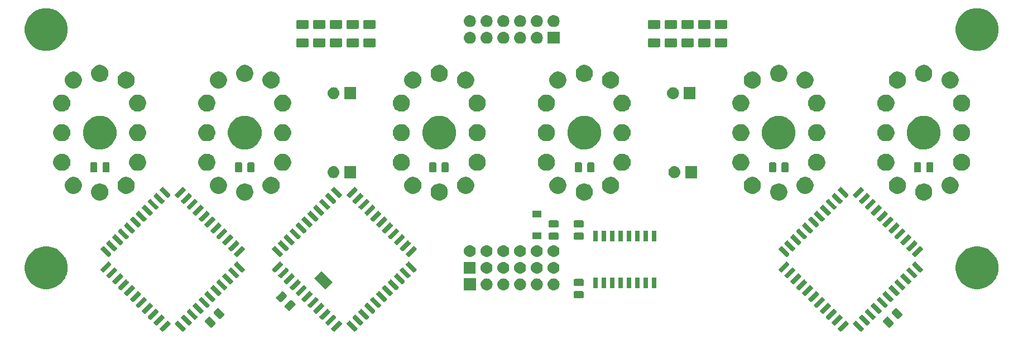
<source format=gbr>
G04 #@! TF.GenerationSoftware,KiCad,Pcbnew,(5.1.0-0)*
G04 #@! TF.CreationDate,2019-05-10T01:12:34-05:00*
G04 #@! TF.ProjectId,IN-12,494e2d31-322e-46b6-9963-61645f706362,rev?*
G04 #@! TF.SameCoordinates,Original*
G04 #@! TF.FileFunction,Soldermask,Bot*
G04 #@! TF.FilePolarity,Negative*
%FSLAX46Y46*%
G04 Gerber Fmt 4.6, Leading zero omitted, Abs format (unit mm)*
G04 Created by KiCad (PCBNEW (5.1.0-0)) date 2019-05-10 01:12:34*
%MOMM*%
%LPD*%
G04 APERTURE LIST*
%ADD10C,0.100000*%
G04 APERTURE END LIST*
D10*
G36*
X96551492Y-124856094D02*
G01*
X96572555Y-124862484D01*
X96591972Y-124872862D01*
X96613752Y-124890737D01*
X96653599Y-124930584D01*
X96653610Y-124930593D01*
X96901663Y-125178646D01*
X96901672Y-125178657D01*
X96941519Y-125218504D01*
X96959394Y-125240284D01*
X96969772Y-125259701D01*
X96976162Y-125280764D01*
X96978319Y-125302673D01*
X96976162Y-125324582D01*
X96969772Y-125345645D01*
X96959394Y-125365062D01*
X96941519Y-125386842D01*
X96901672Y-125426689D01*
X96901663Y-125426700D01*
X95875792Y-126452571D01*
X95875781Y-126452580D01*
X95835934Y-126492427D01*
X95814154Y-126510302D01*
X95794737Y-126520680D01*
X95773674Y-126527070D01*
X95751765Y-126529227D01*
X95729856Y-126527070D01*
X95708793Y-126520680D01*
X95689376Y-126510302D01*
X95667596Y-126492427D01*
X95627749Y-126452580D01*
X95627738Y-126452571D01*
X95379685Y-126204518D01*
X95379676Y-126204507D01*
X95339829Y-126164660D01*
X95321954Y-126142880D01*
X95311576Y-126123463D01*
X95305186Y-126102400D01*
X95303029Y-126080491D01*
X95305186Y-126058582D01*
X95311576Y-126037519D01*
X95321954Y-126018102D01*
X95339829Y-125996322D01*
X95379676Y-125956475D01*
X95379685Y-125956464D01*
X96405556Y-124930593D01*
X96405567Y-124930584D01*
X96445414Y-124890737D01*
X96467194Y-124872862D01*
X96486611Y-124862484D01*
X96507674Y-124856094D01*
X96529583Y-124853937D01*
X96551492Y-124856094D01*
X96551492Y-124856094D01*
G37*
G36*
X98107126Y-124856094D02*
G01*
X98128189Y-124862484D01*
X98147606Y-124872862D01*
X98169386Y-124890737D01*
X98209233Y-124930584D01*
X98209244Y-124930593D01*
X99235115Y-125956464D01*
X99235124Y-125956475D01*
X99274971Y-125996322D01*
X99292846Y-126018102D01*
X99303224Y-126037519D01*
X99309614Y-126058582D01*
X99311771Y-126080491D01*
X99309614Y-126102400D01*
X99303224Y-126123463D01*
X99292846Y-126142880D01*
X99274971Y-126164660D01*
X99235124Y-126204507D01*
X99235115Y-126204518D01*
X98987062Y-126452571D01*
X98987051Y-126452580D01*
X98947204Y-126492427D01*
X98925424Y-126510302D01*
X98906007Y-126520680D01*
X98884944Y-126527070D01*
X98863035Y-126529227D01*
X98841126Y-126527070D01*
X98820063Y-126520680D01*
X98800646Y-126510302D01*
X98778866Y-126492427D01*
X98739019Y-126452580D01*
X98739008Y-126452571D01*
X97713137Y-125426700D01*
X97713128Y-125426689D01*
X97673281Y-125386842D01*
X97655406Y-125365062D01*
X97645028Y-125345645D01*
X97638638Y-125324582D01*
X97636481Y-125302673D01*
X97638638Y-125280764D01*
X97645028Y-125259701D01*
X97655406Y-125240284D01*
X97673281Y-125218504D01*
X97713128Y-125178657D01*
X97713137Y-125178646D01*
X97961190Y-124930593D01*
X97961201Y-124930584D01*
X98001048Y-124890737D01*
X98022828Y-124872862D01*
X98042245Y-124862484D01*
X98063308Y-124856094D01*
X98085217Y-124853937D01*
X98107126Y-124856094D01*
X98107126Y-124856094D01*
G37*
G36*
X122586492Y-124856094D02*
G01*
X122607555Y-124862484D01*
X122626972Y-124872862D01*
X122648752Y-124890737D01*
X122688599Y-124930584D01*
X122688610Y-124930593D01*
X122936663Y-125178646D01*
X122936672Y-125178657D01*
X122976519Y-125218504D01*
X122994394Y-125240284D01*
X123004772Y-125259701D01*
X123011162Y-125280764D01*
X123013319Y-125302673D01*
X123011162Y-125324582D01*
X123004772Y-125345645D01*
X122994394Y-125365062D01*
X122976519Y-125386842D01*
X122936672Y-125426689D01*
X122936663Y-125426700D01*
X121910792Y-126452571D01*
X121910781Y-126452580D01*
X121870934Y-126492427D01*
X121849154Y-126510302D01*
X121829737Y-126520680D01*
X121808674Y-126527070D01*
X121786765Y-126529227D01*
X121764856Y-126527070D01*
X121743793Y-126520680D01*
X121724376Y-126510302D01*
X121702596Y-126492427D01*
X121662749Y-126452580D01*
X121662738Y-126452571D01*
X121414685Y-126204518D01*
X121414676Y-126204507D01*
X121374829Y-126164660D01*
X121356954Y-126142880D01*
X121346576Y-126123463D01*
X121340186Y-126102400D01*
X121338029Y-126080491D01*
X121340186Y-126058582D01*
X121346576Y-126037519D01*
X121356954Y-126018102D01*
X121374829Y-125996322D01*
X121414676Y-125956475D01*
X121414685Y-125956464D01*
X122440556Y-124930593D01*
X122440567Y-124930584D01*
X122480414Y-124890737D01*
X122502194Y-124872862D01*
X122521611Y-124862484D01*
X122542674Y-124856094D01*
X122564583Y-124853937D01*
X122586492Y-124856094D01*
X122586492Y-124856094D01*
G37*
G36*
X124142126Y-124856094D02*
G01*
X124163189Y-124862484D01*
X124182606Y-124872862D01*
X124204386Y-124890737D01*
X124244233Y-124930584D01*
X124244244Y-124930593D01*
X125270115Y-125956464D01*
X125270124Y-125956475D01*
X125309971Y-125996322D01*
X125327846Y-126018102D01*
X125338224Y-126037519D01*
X125344614Y-126058582D01*
X125346771Y-126080491D01*
X125344614Y-126102400D01*
X125338224Y-126123463D01*
X125327846Y-126142880D01*
X125309971Y-126164660D01*
X125270124Y-126204507D01*
X125270115Y-126204518D01*
X125022062Y-126452571D01*
X125022051Y-126452580D01*
X124982204Y-126492427D01*
X124960424Y-126510302D01*
X124941007Y-126520680D01*
X124919944Y-126527070D01*
X124898035Y-126529227D01*
X124876126Y-126527070D01*
X124855063Y-126520680D01*
X124835646Y-126510302D01*
X124813866Y-126492427D01*
X124774019Y-126452580D01*
X124774008Y-126452571D01*
X123748137Y-125426700D01*
X123748128Y-125426689D01*
X123708281Y-125386842D01*
X123690406Y-125365062D01*
X123680028Y-125345645D01*
X123673638Y-125324582D01*
X123671481Y-125302673D01*
X123673638Y-125280764D01*
X123680028Y-125259701D01*
X123690406Y-125240284D01*
X123708281Y-125218504D01*
X123748128Y-125178657D01*
X123748137Y-125178646D01*
X123996190Y-124930593D01*
X123996201Y-124930584D01*
X124036048Y-124890737D01*
X124057828Y-124872862D01*
X124077245Y-124862484D01*
X124098308Y-124856094D01*
X124120217Y-124853937D01*
X124142126Y-124856094D01*
X124142126Y-124856094D01*
G37*
G36*
X199421492Y-124856094D02*
G01*
X199442555Y-124862484D01*
X199461972Y-124872862D01*
X199483752Y-124890737D01*
X199523599Y-124930584D01*
X199523610Y-124930593D01*
X199771663Y-125178646D01*
X199771672Y-125178657D01*
X199811519Y-125218504D01*
X199829394Y-125240284D01*
X199839772Y-125259701D01*
X199846162Y-125280764D01*
X199848319Y-125302673D01*
X199846162Y-125324582D01*
X199839772Y-125345645D01*
X199829394Y-125365062D01*
X199811519Y-125386842D01*
X199771672Y-125426689D01*
X199771663Y-125426700D01*
X198745792Y-126452571D01*
X198745781Y-126452580D01*
X198705934Y-126492427D01*
X198684154Y-126510302D01*
X198664737Y-126520680D01*
X198643674Y-126527070D01*
X198621765Y-126529227D01*
X198599856Y-126527070D01*
X198578793Y-126520680D01*
X198559376Y-126510302D01*
X198537596Y-126492427D01*
X198497749Y-126452580D01*
X198497738Y-126452571D01*
X198249685Y-126204518D01*
X198249676Y-126204507D01*
X198209829Y-126164660D01*
X198191954Y-126142880D01*
X198181576Y-126123463D01*
X198175186Y-126102400D01*
X198173029Y-126080491D01*
X198175186Y-126058582D01*
X198181576Y-126037519D01*
X198191954Y-126018102D01*
X198209829Y-125996322D01*
X198249676Y-125956475D01*
X198249685Y-125956464D01*
X199275556Y-124930593D01*
X199275567Y-124930584D01*
X199315414Y-124890737D01*
X199337194Y-124872862D01*
X199356611Y-124862484D01*
X199377674Y-124856094D01*
X199399583Y-124853937D01*
X199421492Y-124856094D01*
X199421492Y-124856094D01*
G37*
G36*
X200977126Y-124856094D02*
G01*
X200998189Y-124862484D01*
X201017606Y-124872862D01*
X201039386Y-124890737D01*
X201079233Y-124930584D01*
X201079244Y-124930593D01*
X202105115Y-125956464D01*
X202105124Y-125956475D01*
X202144971Y-125996322D01*
X202162846Y-126018102D01*
X202173224Y-126037519D01*
X202179614Y-126058582D01*
X202181771Y-126080491D01*
X202179614Y-126102400D01*
X202173224Y-126123463D01*
X202162846Y-126142880D01*
X202144971Y-126164660D01*
X202105124Y-126204507D01*
X202105115Y-126204518D01*
X201857062Y-126452571D01*
X201857051Y-126452580D01*
X201817204Y-126492427D01*
X201795424Y-126510302D01*
X201776007Y-126520680D01*
X201754944Y-126527070D01*
X201733035Y-126529227D01*
X201711126Y-126527070D01*
X201690063Y-126520680D01*
X201670646Y-126510302D01*
X201648866Y-126492427D01*
X201609019Y-126452580D01*
X201609008Y-126452571D01*
X200583137Y-125426700D01*
X200583128Y-125426689D01*
X200543281Y-125386842D01*
X200525406Y-125365062D01*
X200515028Y-125345645D01*
X200508638Y-125324582D01*
X200506481Y-125302673D01*
X200508638Y-125280764D01*
X200515028Y-125259701D01*
X200525406Y-125240284D01*
X200543281Y-125218504D01*
X200583128Y-125178657D01*
X200583137Y-125178646D01*
X200831190Y-124930593D01*
X200831201Y-124930584D01*
X200871048Y-124890737D01*
X200892828Y-124872862D01*
X200912245Y-124862484D01*
X200933308Y-124856094D01*
X200955217Y-124853937D01*
X200977126Y-124856094D01*
X200977126Y-124856094D01*
G37*
G36*
X102884425Y-124276143D02*
G01*
X102923077Y-124287868D01*
X102958700Y-124306909D01*
X102994688Y-124336444D01*
X103034534Y-124376290D01*
X103034545Y-124376299D01*
X103715701Y-125057455D01*
X103715710Y-125057466D01*
X103755556Y-125097312D01*
X103785091Y-125133300D01*
X103804132Y-125168923D01*
X103815857Y-125207575D01*
X103819816Y-125247773D01*
X103815857Y-125287971D01*
X103804132Y-125326623D01*
X103785091Y-125362246D01*
X103755556Y-125398234D01*
X103715710Y-125438080D01*
X103715701Y-125438091D01*
X103335065Y-125818727D01*
X103335054Y-125818736D01*
X103295208Y-125858582D01*
X103259220Y-125888117D01*
X103223597Y-125907158D01*
X103184945Y-125918883D01*
X103144747Y-125922842D01*
X103104549Y-125918883D01*
X103065897Y-125907158D01*
X103030274Y-125888117D01*
X102994286Y-125858582D01*
X102954440Y-125818736D01*
X102954429Y-125818727D01*
X102273273Y-125137571D01*
X102273264Y-125137560D01*
X102233418Y-125097714D01*
X102203883Y-125061726D01*
X102184842Y-125026103D01*
X102173117Y-124987451D01*
X102169158Y-124947253D01*
X102173117Y-124907055D01*
X102184842Y-124868403D01*
X102203883Y-124832780D01*
X102233418Y-124796792D01*
X102273264Y-124756946D01*
X102273273Y-124756935D01*
X102653909Y-124376299D01*
X102653920Y-124376290D01*
X102693766Y-124336444D01*
X102729754Y-124306909D01*
X102765377Y-124287868D01*
X102804029Y-124276143D01*
X102844227Y-124272184D01*
X102884425Y-124276143D01*
X102884425Y-124276143D01*
G37*
G36*
X205754425Y-124276143D02*
G01*
X205793077Y-124287868D01*
X205828700Y-124306909D01*
X205864688Y-124336444D01*
X205904534Y-124376290D01*
X205904545Y-124376299D01*
X206585701Y-125057455D01*
X206585710Y-125057466D01*
X206625556Y-125097312D01*
X206655091Y-125133300D01*
X206674132Y-125168923D01*
X206685857Y-125207575D01*
X206689816Y-125247773D01*
X206685857Y-125287971D01*
X206674132Y-125326623D01*
X206655091Y-125362246D01*
X206625556Y-125398234D01*
X206585710Y-125438080D01*
X206585701Y-125438091D01*
X206205065Y-125818727D01*
X206205054Y-125818736D01*
X206165208Y-125858582D01*
X206129220Y-125888117D01*
X206093597Y-125907158D01*
X206054945Y-125918883D01*
X206014747Y-125922842D01*
X205974549Y-125918883D01*
X205935897Y-125907158D01*
X205900274Y-125888117D01*
X205864286Y-125858582D01*
X205824440Y-125818736D01*
X205824429Y-125818727D01*
X205143273Y-125137571D01*
X205143264Y-125137560D01*
X205103418Y-125097714D01*
X205073883Y-125061726D01*
X205054842Y-125026103D01*
X205043117Y-124987451D01*
X205039158Y-124947253D01*
X205043117Y-124907055D01*
X205054842Y-124868403D01*
X205073883Y-124832780D01*
X205103418Y-124796792D01*
X205143264Y-124756946D01*
X205143273Y-124756935D01*
X205523909Y-124376299D01*
X205523920Y-124376290D01*
X205563766Y-124336444D01*
X205599754Y-124306909D01*
X205635377Y-124287868D01*
X205674029Y-124276143D01*
X205714227Y-124272184D01*
X205754425Y-124276143D01*
X205754425Y-124276143D01*
G37*
G36*
X201875152Y-123958069D02*
G01*
X201896215Y-123964459D01*
X201915632Y-123974837D01*
X201937412Y-123992712D01*
X201977259Y-124032559D01*
X201977270Y-124032568D01*
X203003141Y-125058439D01*
X203003150Y-125058450D01*
X203042997Y-125098297D01*
X203060872Y-125120077D01*
X203071250Y-125139494D01*
X203077640Y-125160557D01*
X203079797Y-125182466D01*
X203077640Y-125204375D01*
X203071250Y-125225438D01*
X203060872Y-125244855D01*
X203042997Y-125266635D01*
X203003150Y-125306482D01*
X203003141Y-125306493D01*
X202755088Y-125554546D01*
X202755077Y-125554555D01*
X202715230Y-125594402D01*
X202693450Y-125612277D01*
X202674033Y-125622655D01*
X202652970Y-125629045D01*
X202631061Y-125631202D01*
X202609152Y-125629045D01*
X202588089Y-125622655D01*
X202568672Y-125612277D01*
X202546892Y-125594402D01*
X202507045Y-125554555D01*
X202507034Y-125554546D01*
X201481163Y-124528675D01*
X201481154Y-124528664D01*
X201441307Y-124488817D01*
X201423432Y-124467037D01*
X201413054Y-124447620D01*
X201406664Y-124426557D01*
X201404507Y-124404648D01*
X201406664Y-124382739D01*
X201413054Y-124361676D01*
X201423432Y-124342259D01*
X201441307Y-124320479D01*
X201481154Y-124280632D01*
X201481163Y-124280621D01*
X201729216Y-124032568D01*
X201729227Y-124032559D01*
X201769074Y-123992712D01*
X201790854Y-123974837D01*
X201810271Y-123964459D01*
X201831334Y-123958069D01*
X201853243Y-123955912D01*
X201875152Y-123958069D01*
X201875152Y-123958069D01*
G37*
G36*
X95653466Y-123958069D02*
G01*
X95674529Y-123964459D01*
X95693946Y-123974837D01*
X95715726Y-123992712D01*
X95755573Y-124032559D01*
X95755584Y-124032568D01*
X96003637Y-124280621D01*
X96003646Y-124280632D01*
X96043493Y-124320479D01*
X96061368Y-124342259D01*
X96071746Y-124361676D01*
X96078136Y-124382739D01*
X96080293Y-124404648D01*
X96078136Y-124426557D01*
X96071746Y-124447620D01*
X96061368Y-124467037D01*
X96043493Y-124488817D01*
X96003646Y-124528664D01*
X96003637Y-124528675D01*
X94977766Y-125554546D01*
X94977755Y-125554555D01*
X94937908Y-125594402D01*
X94916128Y-125612277D01*
X94896711Y-125622655D01*
X94875648Y-125629045D01*
X94853739Y-125631202D01*
X94831830Y-125629045D01*
X94810767Y-125622655D01*
X94791350Y-125612277D01*
X94769570Y-125594402D01*
X94729723Y-125554555D01*
X94729712Y-125554546D01*
X94481659Y-125306493D01*
X94481650Y-125306482D01*
X94441803Y-125266635D01*
X94423928Y-125244855D01*
X94413550Y-125225438D01*
X94407160Y-125204375D01*
X94405003Y-125182466D01*
X94407160Y-125160557D01*
X94413550Y-125139494D01*
X94423928Y-125120077D01*
X94441803Y-125098297D01*
X94481650Y-125058450D01*
X94481659Y-125058439D01*
X95507530Y-124032568D01*
X95507541Y-124032559D01*
X95547388Y-123992712D01*
X95569168Y-123974837D01*
X95588585Y-123964459D01*
X95609648Y-123958069D01*
X95631557Y-123955912D01*
X95653466Y-123958069D01*
X95653466Y-123958069D01*
G37*
G36*
X99005152Y-123958069D02*
G01*
X99026215Y-123964459D01*
X99045632Y-123974837D01*
X99067412Y-123992712D01*
X99107259Y-124032559D01*
X99107270Y-124032568D01*
X100133141Y-125058439D01*
X100133150Y-125058450D01*
X100172997Y-125098297D01*
X100190872Y-125120077D01*
X100201250Y-125139494D01*
X100207640Y-125160557D01*
X100209797Y-125182466D01*
X100207640Y-125204375D01*
X100201250Y-125225438D01*
X100190872Y-125244855D01*
X100172997Y-125266635D01*
X100133150Y-125306482D01*
X100133141Y-125306493D01*
X99885088Y-125554546D01*
X99885077Y-125554555D01*
X99845230Y-125594402D01*
X99823450Y-125612277D01*
X99804033Y-125622655D01*
X99782970Y-125629045D01*
X99761061Y-125631202D01*
X99739152Y-125629045D01*
X99718089Y-125622655D01*
X99698672Y-125612277D01*
X99676892Y-125594402D01*
X99637045Y-125554555D01*
X99637034Y-125554546D01*
X98611163Y-124528675D01*
X98611154Y-124528664D01*
X98571307Y-124488817D01*
X98553432Y-124467037D01*
X98543054Y-124447620D01*
X98536664Y-124426557D01*
X98534507Y-124404648D01*
X98536664Y-124382739D01*
X98543054Y-124361676D01*
X98553432Y-124342259D01*
X98571307Y-124320479D01*
X98611154Y-124280632D01*
X98611163Y-124280621D01*
X98859216Y-124032568D01*
X98859227Y-124032559D01*
X98899074Y-123992712D01*
X98920854Y-123974837D01*
X98940271Y-123964459D01*
X98961334Y-123958069D01*
X98983243Y-123955912D01*
X99005152Y-123958069D01*
X99005152Y-123958069D01*
G37*
G36*
X121688466Y-123958069D02*
G01*
X121709529Y-123964459D01*
X121728946Y-123974837D01*
X121750726Y-123992712D01*
X121790573Y-124032559D01*
X121790584Y-124032568D01*
X122038637Y-124280621D01*
X122038646Y-124280632D01*
X122078493Y-124320479D01*
X122096368Y-124342259D01*
X122106746Y-124361676D01*
X122113136Y-124382739D01*
X122115293Y-124404648D01*
X122113136Y-124426557D01*
X122106746Y-124447620D01*
X122096368Y-124467037D01*
X122078493Y-124488817D01*
X122038646Y-124528664D01*
X122038637Y-124528675D01*
X121012766Y-125554546D01*
X121012755Y-125554555D01*
X120972908Y-125594402D01*
X120951128Y-125612277D01*
X120931711Y-125622655D01*
X120910648Y-125629045D01*
X120888739Y-125631202D01*
X120866830Y-125629045D01*
X120845767Y-125622655D01*
X120826350Y-125612277D01*
X120804570Y-125594402D01*
X120764723Y-125554555D01*
X120764712Y-125554546D01*
X120516659Y-125306493D01*
X120516650Y-125306482D01*
X120476803Y-125266635D01*
X120458928Y-125244855D01*
X120448550Y-125225438D01*
X120442160Y-125204375D01*
X120440003Y-125182466D01*
X120442160Y-125160557D01*
X120448550Y-125139494D01*
X120458928Y-125120077D01*
X120476803Y-125098297D01*
X120516650Y-125058450D01*
X120516659Y-125058439D01*
X121542530Y-124032568D01*
X121542541Y-124032559D01*
X121582388Y-123992712D01*
X121604168Y-123974837D01*
X121623585Y-123964459D01*
X121644648Y-123958069D01*
X121666557Y-123955912D01*
X121688466Y-123958069D01*
X121688466Y-123958069D01*
G37*
G36*
X125040152Y-123958069D02*
G01*
X125061215Y-123964459D01*
X125080632Y-123974837D01*
X125102412Y-123992712D01*
X125142259Y-124032559D01*
X125142270Y-124032568D01*
X126168141Y-125058439D01*
X126168150Y-125058450D01*
X126207997Y-125098297D01*
X126225872Y-125120077D01*
X126236250Y-125139494D01*
X126242640Y-125160557D01*
X126244797Y-125182466D01*
X126242640Y-125204375D01*
X126236250Y-125225438D01*
X126225872Y-125244855D01*
X126207997Y-125266635D01*
X126168150Y-125306482D01*
X126168141Y-125306493D01*
X125920088Y-125554546D01*
X125920077Y-125554555D01*
X125880230Y-125594402D01*
X125858450Y-125612277D01*
X125839033Y-125622655D01*
X125817970Y-125629045D01*
X125796061Y-125631202D01*
X125774152Y-125629045D01*
X125753089Y-125622655D01*
X125733672Y-125612277D01*
X125711892Y-125594402D01*
X125672045Y-125554555D01*
X125672034Y-125554546D01*
X124646163Y-124528675D01*
X124646154Y-124528664D01*
X124606307Y-124488817D01*
X124588432Y-124467037D01*
X124578054Y-124447620D01*
X124571664Y-124426557D01*
X124569507Y-124404648D01*
X124571664Y-124382739D01*
X124578054Y-124361676D01*
X124588432Y-124342259D01*
X124606307Y-124320479D01*
X124646154Y-124280632D01*
X124646163Y-124280621D01*
X124894216Y-124032568D01*
X124894227Y-124032559D01*
X124934074Y-123992712D01*
X124955854Y-123974837D01*
X124975271Y-123964459D01*
X124996334Y-123958069D01*
X125018243Y-123955912D01*
X125040152Y-123958069D01*
X125040152Y-123958069D01*
G37*
G36*
X198523466Y-123958069D02*
G01*
X198544529Y-123964459D01*
X198563946Y-123974837D01*
X198585726Y-123992712D01*
X198625573Y-124032559D01*
X198625584Y-124032568D01*
X198873637Y-124280621D01*
X198873646Y-124280632D01*
X198913493Y-124320479D01*
X198931368Y-124342259D01*
X198941746Y-124361676D01*
X198948136Y-124382739D01*
X198950293Y-124404648D01*
X198948136Y-124426557D01*
X198941746Y-124447620D01*
X198931368Y-124467037D01*
X198913493Y-124488817D01*
X198873646Y-124528664D01*
X198873637Y-124528675D01*
X197847766Y-125554546D01*
X197847755Y-125554555D01*
X197807908Y-125594402D01*
X197786128Y-125612277D01*
X197766711Y-125622655D01*
X197745648Y-125629045D01*
X197723739Y-125631202D01*
X197701830Y-125629045D01*
X197680767Y-125622655D01*
X197661350Y-125612277D01*
X197639570Y-125594402D01*
X197599723Y-125554555D01*
X197599712Y-125554546D01*
X197351659Y-125306493D01*
X197351650Y-125306482D01*
X197311803Y-125266635D01*
X197293928Y-125244855D01*
X197283550Y-125225438D01*
X197277160Y-125204375D01*
X197275003Y-125182466D01*
X197277160Y-125160557D01*
X197283550Y-125139494D01*
X197293928Y-125120077D01*
X197311803Y-125098297D01*
X197351650Y-125058450D01*
X197351659Y-125058439D01*
X198377530Y-124032568D01*
X198377541Y-124032559D01*
X198417388Y-123992712D01*
X198439168Y-123974837D01*
X198458585Y-123964459D01*
X198479648Y-123958069D01*
X198501557Y-123955912D01*
X198523466Y-123958069D01*
X198523466Y-123958069D01*
G37*
G36*
X99903177Y-123060043D02*
G01*
X99924240Y-123066433D01*
X99943657Y-123076811D01*
X99965437Y-123094686D01*
X100005284Y-123134533D01*
X100005295Y-123134542D01*
X101031166Y-124160413D01*
X101031175Y-124160424D01*
X101071022Y-124200271D01*
X101088897Y-124222051D01*
X101099275Y-124241468D01*
X101105665Y-124262531D01*
X101107822Y-124284440D01*
X101105665Y-124306349D01*
X101099275Y-124327412D01*
X101088897Y-124346829D01*
X101071022Y-124368609D01*
X101031175Y-124408456D01*
X101031166Y-124408467D01*
X100783113Y-124656520D01*
X100783102Y-124656529D01*
X100743255Y-124696376D01*
X100721475Y-124714251D01*
X100702058Y-124724629D01*
X100680995Y-124731019D01*
X100659086Y-124733176D01*
X100637177Y-124731019D01*
X100616114Y-124724629D01*
X100596697Y-124714251D01*
X100574917Y-124696376D01*
X100535070Y-124656529D01*
X100535059Y-124656520D01*
X99509188Y-123630649D01*
X99509179Y-123630638D01*
X99469332Y-123590791D01*
X99451457Y-123569011D01*
X99441079Y-123549594D01*
X99434689Y-123528531D01*
X99432532Y-123506622D01*
X99434689Y-123484713D01*
X99441079Y-123463650D01*
X99451457Y-123444233D01*
X99469332Y-123422453D01*
X99509179Y-123382606D01*
X99509188Y-123382595D01*
X99757241Y-123134542D01*
X99757252Y-123134533D01*
X99797099Y-123094686D01*
X99818879Y-123076811D01*
X99838296Y-123066433D01*
X99859359Y-123060043D01*
X99881268Y-123057886D01*
X99903177Y-123060043D01*
X99903177Y-123060043D01*
G37*
G36*
X94755441Y-123060043D02*
G01*
X94776504Y-123066433D01*
X94795921Y-123076811D01*
X94817701Y-123094686D01*
X94857548Y-123134533D01*
X94857559Y-123134542D01*
X95105612Y-123382595D01*
X95105621Y-123382606D01*
X95145468Y-123422453D01*
X95163343Y-123444233D01*
X95173721Y-123463650D01*
X95180111Y-123484713D01*
X95182268Y-123506622D01*
X95180111Y-123528531D01*
X95173721Y-123549594D01*
X95163343Y-123569011D01*
X95145468Y-123590791D01*
X95105621Y-123630638D01*
X95105612Y-123630649D01*
X94079741Y-124656520D01*
X94079730Y-124656529D01*
X94039883Y-124696376D01*
X94018103Y-124714251D01*
X93998686Y-124724629D01*
X93977623Y-124731019D01*
X93955714Y-124733176D01*
X93933805Y-124731019D01*
X93912742Y-124724629D01*
X93893325Y-124714251D01*
X93871545Y-124696376D01*
X93831698Y-124656529D01*
X93831687Y-124656520D01*
X93583634Y-124408467D01*
X93583625Y-124408456D01*
X93543778Y-124368609D01*
X93525903Y-124346829D01*
X93515525Y-124327412D01*
X93509135Y-124306349D01*
X93506978Y-124284440D01*
X93509135Y-124262531D01*
X93515525Y-124241468D01*
X93525903Y-124222051D01*
X93543778Y-124200271D01*
X93583625Y-124160424D01*
X93583634Y-124160413D01*
X94609505Y-123134542D01*
X94609516Y-123134533D01*
X94649363Y-123094686D01*
X94671143Y-123076811D01*
X94690560Y-123066433D01*
X94711623Y-123060043D01*
X94733532Y-123057886D01*
X94755441Y-123060043D01*
X94755441Y-123060043D01*
G37*
G36*
X202773177Y-123060043D02*
G01*
X202794240Y-123066433D01*
X202813657Y-123076811D01*
X202835437Y-123094686D01*
X202875284Y-123134533D01*
X202875295Y-123134542D01*
X203901166Y-124160413D01*
X203901175Y-124160424D01*
X203941022Y-124200271D01*
X203958897Y-124222051D01*
X203969275Y-124241468D01*
X203975665Y-124262531D01*
X203977822Y-124284440D01*
X203975665Y-124306349D01*
X203969275Y-124327412D01*
X203958897Y-124346829D01*
X203941022Y-124368609D01*
X203901175Y-124408456D01*
X203901166Y-124408467D01*
X203653113Y-124656520D01*
X203653102Y-124656529D01*
X203613255Y-124696376D01*
X203591475Y-124714251D01*
X203572058Y-124724629D01*
X203550995Y-124731019D01*
X203529086Y-124733176D01*
X203507177Y-124731019D01*
X203486114Y-124724629D01*
X203466697Y-124714251D01*
X203444917Y-124696376D01*
X203405070Y-124656529D01*
X203405059Y-124656520D01*
X202379188Y-123630649D01*
X202379179Y-123630638D01*
X202339332Y-123590791D01*
X202321457Y-123569011D01*
X202311079Y-123549594D01*
X202304689Y-123528531D01*
X202302532Y-123506622D01*
X202304689Y-123484713D01*
X202311079Y-123463650D01*
X202321457Y-123444233D01*
X202339332Y-123422453D01*
X202379179Y-123382606D01*
X202379188Y-123382595D01*
X202627241Y-123134542D01*
X202627252Y-123134533D01*
X202667099Y-123094686D01*
X202688879Y-123076811D01*
X202708296Y-123066433D01*
X202729359Y-123060043D01*
X202751268Y-123057886D01*
X202773177Y-123060043D01*
X202773177Y-123060043D01*
G37*
G36*
X197625441Y-123060043D02*
G01*
X197646504Y-123066433D01*
X197665921Y-123076811D01*
X197687701Y-123094686D01*
X197727548Y-123134533D01*
X197727559Y-123134542D01*
X197975612Y-123382595D01*
X197975621Y-123382606D01*
X198015468Y-123422453D01*
X198033343Y-123444233D01*
X198043721Y-123463650D01*
X198050111Y-123484713D01*
X198052268Y-123506622D01*
X198050111Y-123528531D01*
X198043721Y-123549594D01*
X198033343Y-123569011D01*
X198015468Y-123590791D01*
X197975621Y-123630638D01*
X197975612Y-123630649D01*
X196949741Y-124656520D01*
X196949730Y-124656529D01*
X196909883Y-124696376D01*
X196888103Y-124714251D01*
X196868686Y-124724629D01*
X196847623Y-124731019D01*
X196825714Y-124733176D01*
X196803805Y-124731019D01*
X196782742Y-124724629D01*
X196763325Y-124714251D01*
X196741545Y-124696376D01*
X196701698Y-124656529D01*
X196701687Y-124656520D01*
X196453634Y-124408467D01*
X196453625Y-124408456D01*
X196413778Y-124368609D01*
X196395903Y-124346829D01*
X196385525Y-124327412D01*
X196379135Y-124306349D01*
X196376978Y-124284440D01*
X196379135Y-124262531D01*
X196385525Y-124241468D01*
X196395903Y-124222051D01*
X196413778Y-124200271D01*
X196453625Y-124160424D01*
X196453634Y-124160413D01*
X197479505Y-123134542D01*
X197479516Y-123134533D01*
X197519363Y-123094686D01*
X197541143Y-123076811D01*
X197560560Y-123066433D01*
X197581623Y-123060043D01*
X197603532Y-123057886D01*
X197625441Y-123060043D01*
X197625441Y-123060043D01*
G37*
G36*
X125938177Y-123060043D02*
G01*
X125959240Y-123066433D01*
X125978657Y-123076811D01*
X126000437Y-123094686D01*
X126040284Y-123134533D01*
X126040295Y-123134542D01*
X127066166Y-124160413D01*
X127066175Y-124160424D01*
X127106022Y-124200271D01*
X127123897Y-124222051D01*
X127134275Y-124241468D01*
X127140665Y-124262531D01*
X127142822Y-124284440D01*
X127140665Y-124306349D01*
X127134275Y-124327412D01*
X127123897Y-124346829D01*
X127106022Y-124368609D01*
X127066175Y-124408456D01*
X127066166Y-124408467D01*
X126818113Y-124656520D01*
X126818102Y-124656529D01*
X126778255Y-124696376D01*
X126756475Y-124714251D01*
X126737058Y-124724629D01*
X126715995Y-124731019D01*
X126694086Y-124733176D01*
X126672177Y-124731019D01*
X126651114Y-124724629D01*
X126631697Y-124714251D01*
X126609917Y-124696376D01*
X126570070Y-124656529D01*
X126570059Y-124656520D01*
X125544188Y-123630649D01*
X125544179Y-123630638D01*
X125504332Y-123590791D01*
X125486457Y-123569011D01*
X125476079Y-123549594D01*
X125469689Y-123528531D01*
X125467532Y-123506622D01*
X125469689Y-123484713D01*
X125476079Y-123463650D01*
X125486457Y-123444233D01*
X125504332Y-123422453D01*
X125544179Y-123382606D01*
X125544188Y-123382595D01*
X125792241Y-123134542D01*
X125792252Y-123134533D01*
X125832099Y-123094686D01*
X125853879Y-123076811D01*
X125873296Y-123066433D01*
X125894359Y-123060043D01*
X125916268Y-123057886D01*
X125938177Y-123060043D01*
X125938177Y-123060043D01*
G37*
G36*
X120790441Y-123060043D02*
G01*
X120811504Y-123066433D01*
X120830921Y-123076811D01*
X120852701Y-123094686D01*
X120892548Y-123134533D01*
X120892559Y-123134542D01*
X121140612Y-123382595D01*
X121140621Y-123382606D01*
X121180468Y-123422453D01*
X121198343Y-123444233D01*
X121208721Y-123463650D01*
X121215111Y-123484713D01*
X121217268Y-123506622D01*
X121215111Y-123528531D01*
X121208721Y-123549594D01*
X121198343Y-123569011D01*
X121180468Y-123590791D01*
X121140621Y-123630638D01*
X121140612Y-123630649D01*
X120114741Y-124656520D01*
X120114730Y-124656529D01*
X120074883Y-124696376D01*
X120053103Y-124714251D01*
X120033686Y-124724629D01*
X120012623Y-124731019D01*
X119990714Y-124733176D01*
X119968805Y-124731019D01*
X119947742Y-124724629D01*
X119928325Y-124714251D01*
X119906545Y-124696376D01*
X119866698Y-124656529D01*
X119866687Y-124656520D01*
X119618634Y-124408467D01*
X119618625Y-124408456D01*
X119578778Y-124368609D01*
X119560903Y-124346829D01*
X119550525Y-124327412D01*
X119544135Y-124306349D01*
X119541978Y-124284440D01*
X119544135Y-124262531D01*
X119550525Y-124241468D01*
X119560903Y-124222051D01*
X119578778Y-124200271D01*
X119618625Y-124160424D01*
X119618634Y-124160413D01*
X120644505Y-123134542D01*
X120644516Y-123134533D01*
X120684363Y-123094686D01*
X120706143Y-123076811D01*
X120725560Y-123066433D01*
X120746623Y-123060043D01*
X120768532Y-123057886D01*
X120790441Y-123060043D01*
X120790441Y-123060043D01*
G37*
G36*
X104210251Y-122950317D02*
G01*
X104248903Y-122962042D01*
X104284526Y-122981083D01*
X104320514Y-123010618D01*
X104360360Y-123050464D01*
X104360371Y-123050473D01*
X105041527Y-123731629D01*
X105041536Y-123731640D01*
X105081382Y-123771486D01*
X105110917Y-123807474D01*
X105129958Y-123843097D01*
X105141683Y-123881749D01*
X105145642Y-123921947D01*
X105141683Y-123962145D01*
X105129958Y-124000797D01*
X105110917Y-124036420D01*
X105081382Y-124072408D01*
X105041536Y-124112254D01*
X105041527Y-124112265D01*
X104660891Y-124492901D01*
X104660880Y-124492910D01*
X104621034Y-124532756D01*
X104585046Y-124562291D01*
X104549423Y-124581332D01*
X104510771Y-124593057D01*
X104470573Y-124597016D01*
X104430375Y-124593057D01*
X104391723Y-124581332D01*
X104356100Y-124562291D01*
X104320112Y-124532756D01*
X104280266Y-124492910D01*
X104280255Y-124492901D01*
X103599099Y-123811745D01*
X103599090Y-123811734D01*
X103559244Y-123771888D01*
X103529709Y-123735900D01*
X103510668Y-123700277D01*
X103498943Y-123661625D01*
X103494984Y-123621427D01*
X103498943Y-123581229D01*
X103510668Y-123542577D01*
X103529709Y-123506954D01*
X103559244Y-123470966D01*
X103599090Y-123431120D01*
X103599099Y-123431109D01*
X103979735Y-123050473D01*
X103979746Y-123050464D01*
X104019592Y-123010618D01*
X104055580Y-122981083D01*
X104091203Y-122962042D01*
X104129855Y-122950317D01*
X104170053Y-122946358D01*
X104210251Y-122950317D01*
X104210251Y-122950317D01*
G37*
G36*
X207080251Y-122950317D02*
G01*
X207118903Y-122962042D01*
X207154526Y-122981083D01*
X207190514Y-123010618D01*
X207230360Y-123050464D01*
X207230371Y-123050473D01*
X207911527Y-123731629D01*
X207911536Y-123731640D01*
X207951382Y-123771486D01*
X207980917Y-123807474D01*
X207999958Y-123843097D01*
X208011683Y-123881749D01*
X208015642Y-123921947D01*
X208011683Y-123962145D01*
X207999958Y-124000797D01*
X207980917Y-124036420D01*
X207951382Y-124072408D01*
X207911536Y-124112254D01*
X207911527Y-124112265D01*
X207530891Y-124492901D01*
X207530880Y-124492910D01*
X207491034Y-124532756D01*
X207455046Y-124562291D01*
X207419423Y-124581332D01*
X207380771Y-124593057D01*
X207340573Y-124597016D01*
X207300375Y-124593057D01*
X207261723Y-124581332D01*
X207226100Y-124562291D01*
X207190112Y-124532756D01*
X207150266Y-124492910D01*
X207150255Y-124492901D01*
X206469099Y-123811745D01*
X206469090Y-123811734D01*
X206429244Y-123771888D01*
X206399709Y-123735900D01*
X206380668Y-123700277D01*
X206368943Y-123661625D01*
X206364984Y-123621427D01*
X206368943Y-123581229D01*
X206380668Y-123542577D01*
X206399709Y-123506954D01*
X206429244Y-123470966D01*
X206469090Y-123431120D01*
X206469099Y-123431109D01*
X206849735Y-123050473D01*
X206849746Y-123050464D01*
X206889592Y-123010618D01*
X206925580Y-122981083D01*
X206961203Y-122962042D01*
X206999855Y-122950317D01*
X207040053Y-122946358D01*
X207080251Y-122950317D01*
X207080251Y-122950317D01*
G37*
G36*
X93857415Y-122162017D02*
G01*
X93878478Y-122168407D01*
X93897895Y-122178785D01*
X93919675Y-122196660D01*
X93959522Y-122236507D01*
X93959533Y-122236516D01*
X94207586Y-122484569D01*
X94207595Y-122484580D01*
X94247442Y-122524427D01*
X94265317Y-122546207D01*
X94275695Y-122565624D01*
X94282085Y-122586687D01*
X94284242Y-122608596D01*
X94282085Y-122630505D01*
X94275695Y-122651568D01*
X94265317Y-122670985D01*
X94247442Y-122692765D01*
X94207595Y-122732612D01*
X94207586Y-122732623D01*
X93181715Y-123758494D01*
X93181704Y-123758503D01*
X93141857Y-123798350D01*
X93120077Y-123816225D01*
X93100660Y-123826603D01*
X93079597Y-123832993D01*
X93057688Y-123835150D01*
X93035779Y-123832993D01*
X93014716Y-123826603D01*
X92995299Y-123816225D01*
X92973519Y-123798350D01*
X92933672Y-123758503D01*
X92933661Y-123758494D01*
X92685608Y-123510441D01*
X92685599Y-123510430D01*
X92645752Y-123470583D01*
X92627877Y-123448803D01*
X92617499Y-123429386D01*
X92611109Y-123408323D01*
X92608952Y-123386414D01*
X92611109Y-123364505D01*
X92617499Y-123343442D01*
X92627877Y-123324025D01*
X92645752Y-123302245D01*
X92685599Y-123262398D01*
X92685608Y-123262387D01*
X93711479Y-122236516D01*
X93711490Y-122236507D01*
X93751337Y-122196660D01*
X93773117Y-122178785D01*
X93792534Y-122168407D01*
X93813597Y-122162017D01*
X93835506Y-122159860D01*
X93857415Y-122162017D01*
X93857415Y-122162017D01*
G37*
G36*
X100801203Y-122162017D02*
G01*
X100822266Y-122168407D01*
X100841683Y-122178785D01*
X100863463Y-122196660D01*
X100903310Y-122236507D01*
X100903321Y-122236516D01*
X101929192Y-123262387D01*
X101929201Y-123262398D01*
X101969048Y-123302245D01*
X101986923Y-123324025D01*
X101997301Y-123343442D01*
X102003691Y-123364505D01*
X102005848Y-123386414D01*
X102003691Y-123408323D01*
X101997301Y-123429386D01*
X101986923Y-123448803D01*
X101969048Y-123470583D01*
X101929201Y-123510430D01*
X101929192Y-123510441D01*
X101681139Y-123758494D01*
X101681128Y-123758503D01*
X101641281Y-123798350D01*
X101619501Y-123816225D01*
X101600084Y-123826603D01*
X101579021Y-123832993D01*
X101557112Y-123835150D01*
X101535203Y-123832993D01*
X101514140Y-123826603D01*
X101494723Y-123816225D01*
X101472943Y-123798350D01*
X101433096Y-123758503D01*
X101433085Y-123758494D01*
X100407214Y-122732623D01*
X100407205Y-122732612D01*
X100367358Y-122692765D01*
X100349483Y-122670985D01*
X100339105Y-122651568D01*
X100332715Y-122630505D01*
X100330558Y-122608596D01*
X100332715Y-122586687D01*
X100339105Y-122565624D01*
X100349483Y-122546207D01*
X100367358Y-122524427D01*
X100407205Y-122484580D01*
X100407214Y-122484569D01*
X100655267Y-122236516D01*
X100655278Y-122236507D01*
X100695125Y-122196660D01*
X100716905Y-122178785D01*
X100736322Y-122168407D01*
X100757385Y-122162017D01*
X100779294Y-122159860D01*
X100801203Y-122162017D01*
X100801203Y-122162017D01*
G37*
G36*
X119892415Y-122162017D02*
G01*
X119913478Y-122168407D01*
X119932895Y-122178785D01*
X119954675Y-122196660D01*
X119994522Y-122236507D01*
X119994533Y-122236516D01*
X120242586Y-122484569D01*
X120242595Y-122484580D01*
X120282442Y-122524427D01*
X120300317Y-122546207D01*
X120310695Y-122565624D01*
X120317085Y-122586687D01*
X120319242Y-122608596D01*
X120317085Y-122630505D01*
X120310695Y-122651568D01*
X120300317Y-122670985D01*
X120282442Y-122692765D01*
X120242595Y-122732612D01*
X120242586Y-122732623D01*
X119216715Y-123758494D01*
X119216704Y-123758503D01*
X119176857Y-123798350D01*
X119155077Y-123816225D01*
X119135660Y-123826603D01*
X119114597Y-123832993D01*
X119092688Y-123835150D01*
X119070779Y-123832993D01*
X119049716Y-123826603D01*
X119030299Y-123816225D01*
X119008519Y-123798350D01*
X118968672Y-123758503D01*
X118968661Y-123758494D01*
X118720608Y-123510441D01*
X118720599Y-123510430D01*
X118680752Y-123470583D01*
X118662877Y-123448803D01*
X118652499Y-123429386D01*
X118646109Y-123408323D01*
X118643952Y-123386414D01*
X118646109Y-123364505D01*
X118652499Y-123343442D01*
X118662877Y-123324025D01*
X118680752Y-123302245D01*
X118720599Y-123262398D01*
X118720608Y-123262387D01*
X119746479Y-122236516D01*
X119746490Y-122236507D01*
X119786337Y-122196660D01*
X119808117Y-122178785D01*
X119827534Y-122168407D01*
X119848597Y-122162017D01*
X119870506Y-122159860D01*
X119892415Y-122162017D01*
X119892415Y-122162017D01*
G37*
G36*
X126836203Y-122162017D02*
G01*
X126857266Y-122168407D01*
X126876683Y-122178785D01*
X126898463Y-122196660D01*
X126938310Y-122236507D01*
X126938321Y-122236516D01*
X127964192Y-123262387D01*
X127964201Y-123262398D01*
X128004048Y-123302245D01*
X128021923Y-123324025D01*
X128032301Y-123343442D01*
X128038691Y-123364505D01*
X128040848Y-123386414D01*
X128038691Y-123408323D01*
X128032301Y-123429386D01*
X128021923Y-123448803D01*
X128004048Y-123470583D01*
X127964201Y-123510430D01*
X127964192Y-123510441D01*
X127716139Y-123758494D01*
X127716128Y-123758503D01*
X127676281Y-123798350D01*
X127654501Y-123816225D01*
X127635084Y-123826603D01*
X127614021Y-123832993D01*
X127592112Y-123835150D01*
X127570203Y-123832993D01*
X127549140Y-123826603D01*
X127529723Y-123816225D01*
X127507943Y-123798350D01*
X127468096Y-123758503D01*
X127468085Y-123758494D01*
X126442214Y-122732623D01*
X126442205Y-122732612D01*
X126402358Y-122692765D01*
X126384483Y-122670985D01*
X126374105Y-122651568D01*
X126367715Y-122630505D01*
X126365558Y-122608596D01*
X126367715Y-122586687D01*
X126374105Y-122565624D01*
X126384483Y-122546207D01*
X126402358Y-122524427D01*
X126442205Y-122484580D01*
X126442214Y-122484569D01*
X126690267Y-122236516D01*
X126690278Y-122236507D01*
X126730125Y-122196660D01*
X126751905Y-122178785D01*
X126771322Y-122168407D01*
X126792385Y-122162017D01*
X126814294Y-122159860D01*
X126836203Y-122162017D01*
X126836203Y-122162017D01*
G37*
G36*
X196727415Y-122162017D02*
G01*
X196748478Y-122168407D01*
X196767895Y-122178785D01*
X196789675Y-122196660D01*
X196829522Y-122236507D01*
X196829533Y-122236516D01*
X197077586Y-122484569D01*
X197077595Y-122484580D01*
X197117442Y-122524427D01*
X197135317Y-122546207D01*
X197145695Y-122565624D01*
X197152085Y-122586687D01*
X197154242Y-122608596D01*
X197152085Y-122630505D01*
X197145695Y-122651568D01*
X197135317Y-122670985D01*
X197117442Y-122692765D01*
X197077595Y-122732612D01*
X197077586Y-122732623D01*
X196051715Y-123758494D01*
X196051704Y-123758503D01*
X196011857Y-123798350D01*
X195990077Y-123816225D01*
X195970660Y-123826603D01*
X195949597Y-123832993D01*
X195927688Y-123835150D01*
X195905779Y-123832993D01*
X195884716Y-123826603D01*
X195865299Y-123816225D01*
X195843519Y-123798350D01*
X195803672Y-123758503D01*
X195803661Y-123758494D01*
X195555608Y-123510441D01*
X195555599Y-123510430D01*
X195515752Y-123470583D01*
X195497877Y-123448803D01*
X195487499Y-123429386D01*
X195481109Y-123408323D01*
X195478952Y-123386414D01*
X195481109Y-123364505D01*
X195487499Y-123343442D01*
X195497877Y-123324025D01*
X195515752Y-123302245D01*
X195555599Y-123262398D01*
X195555608Y-123262387D01*
X196581479Y-122236516D01*
X196581490Y-122236507D01*
X196621337Y-122196660D01*
X196643117Y-122178785D01*
X196662534Y-122168407D01*
X196683597Y-122162017D01*
X196705506Y-122159860D01*
X196727415Y-122162017D01*
X196727415Y-122162017D01*
G37*
G36*
X203671203Y-122162017D02*
G01*
X203692266Y-122168407D01*
X203711683Y-122178785D01*
X203733463Y-122196660D01*
X203773310Y-122236507D01*
X203773321Y-122236516D01*
X204799192Y-123262387D01*
X204799201Y-123262398D01*
X204839048Y-123302245D01*
X204856923Y-123324025D01*
X204867301Y-123343442D01*
X204873691Y-123364505D01*
X204875848Y-123386414D01*
X204873691Y-123408323D01*
X204867301Y-123429386D01*
X204856923Y-123448803D01*
X204839048Y-123470583D01*
X204799201Y-123510430D01*
X204799192Y-123510441D01*
X204551139Y-123758494D01*
X204551128Y-123758503D01*
X204511281Y-123798350D01*
X204489501Y-123816225D01*
X204470084Y-123826603D01*
X204449021Y-123832993D01*
X204427112Y-123835150D01*
X204405203Y-123832993D01*
X204384140Y-123826603D01*
X204364723Y-123816225D01*
X204342943Y-123798350D01*
X204303096Y-123758503D01*
X204303085Y-123758494D01*
X203277214Y-122732623D01*
X203277205Y-122732612D01*
X203237358Y-122692765D01*
X203219483Y-122670985D01*
X203209105Y-122651568D01*
X203202715Y-122630505D01*
X203200558Y-122608596D01*
X203202715Y-122586687D01*
X203209105Y-122565624D01*
X203219483Y-122546207D01*
X203237358Y-122524427D01*
X203277205Y-122484580D01*
X203277214Y-122484569D01*
X203525267Y-122236516D01*
X203525278Y-122236507D01*
X203565125Y-122196660D01*
X203586905Y-122178785D01*
X203606322Y-122168407D01*
X203627385Y-122162017D01*
X203649294Y-122159860D01*
X203671203Y-122162017D01*
X203671203Y-122162017D01*
G37*
G36*
X115305771Y-121736143D02*
G01*
X115344423Y-121747868D01*
X115380046Y-121766909D01*
X115416034Y-121796444D01*
X115455880Y-121836290D01*
X115455891Y-121836299D01*
X115836527Y-122216935D01*
X115836536Y-122216946D01*
X115876382Y-122256792D01*
X115905917Y-122292780D01*
X115924958Y-122328403D01*
X115936683Y-122367055D01*
X115940642Y-122407253D01*
X115936683Y-122447451D01*
X115924958Y-122486103D01*
X115905917Y-122521726D01*
X115876382Y-122557714D01*
X115836536Y-122597560D01*
X115836527Y-122597571D01*
X115155371Y-123278727D01*
X115155360Y-123278736D01*
X115115514Y-123318582D01*
X115079526Y-123348117D01*
X115043903Y-123367158D01*
X115005251Y-123378883D01*
X114965053Y-123382842D01*
X114924855Y-123378883D01*
X114886203Y-123367158D01*
X114850580Y-123348117D01*
X114814592Y-123318582D01*
X114774746Y-123278736D01*
X114774735Y-123278727D01*
X114394099Y-122898091D01*
X114394090Y-122898080D01*
X114354244Y-122858234D01*
X114324709Y-122822246D01*
X114305668Y-122786623D01*
X114293943Y-122747971D01*
X114289984Y-122707773D01*
X114293943Y-122667575D01*
X114305668Y-122628923D01*
X114324709Y-122593300D01*
X114354244Y-122557312D01*
X114394090Y-122517466D01*
X114394099Y-122517455D01*
X115075255Y-121836299D01*
X115075266Y-121836290D01*
X115115112Y-121796444D01*
X115151100Y-121766909D01*
X115186723Y-121747868D01*
X115225375Y-121736143D01*
X115265573Y-121732184D01*
X115305771Y-121736143D01*
X115305771Y-121736143D01*
G37*
G36*
X92959389Y-121263992D02*
G01*
X92980452Y-121270382D01*
X92999869Y-121280760D01*
X93021649Y-121298635D01*
X93061496Y-121338482D01*
X93061507Y-121338491D01*
X93309560Y-121586544D01*
X93309569Y-121586555D01*
X93349416Y-121626402D01*
X93367291Y-121648182D01*
X93377669Y-121667599D01*
X93384059Y-121688662D01*
X93386216Y-121710571D01*
X93384059Y-121732480D01*
X93377669Y-121753543D01*
X93367291Y-121772960D01*
X93349416Y-121794740D01*
X93309569Y-121834587D01*
X93309560Y-121834598D01*
X92283689Y-122860469D01*
X92283678Y-122860478D01*
X92243831Y-122900325D01*
X92222051Y-122918200D01*
X92202634Y-122928578D01*
X92181571Y-122934968D01*
X92159662Y-122937125D01*
X92137753Y-122934968D01*
X92116690Y-122928578D01*
X92097273Y-122918200D01*
X92075493Y-122900325D01*
X92035646Y-122860478D01*
X92035635Y-122860469D01*
X91787582Y-122612416D01*
X91787573Y-122612405D01*
X91747726Y-122572558D01*
X91729851Y-122550778D01*
X91719473Y-122531361D01*
X91713083Y-122510298D01*
X91710926Y-122488389D01*
X91713083Y-122466480D01*
X91719473Y-122445417D01*
X91729851Y-122426000D01*
X91747726Y-122404220D01*
X91787573Y-122364373D01*
X91787582Y-122364362D01*
X92813453Y-121338491D01*
X92813464Y-121338482D01*
X92853311Y-121298635D01*
X92875091Y-121280760D01*
X92894508Y-121270382D01*
X92915571Y-121263992D01*
X92937480Y-121261835D01*
X92959389Y-121263992D01*
X92959389Y-121263992D01*
G37*
G36*
X101699229Y-121263992D02*
G01*
X101720292Y-121270382D01*
X101739709Y-121280760D01*
X101761489Y-121298635D01*
X101801336Y-121338482D01*
X101801347Y-121338491D01*
X102827218Y-122364362D01*
X102827227Y-122364373D01*
X102867074Y-122404220D01*
X102884949Y-122426000D01*
X102895327Y-122445417D01*
X102901717Y-122466480D01*
X102903874Y-122488389D01*
X102901717Y-122510298D01*
X102895327Y-122531361D01*
X102884949Y-122550778D01*
X102867074Y-122572558D01*
X102827227Y-122612405D01*
X102827218Y-122612416D01*
X102579165Y-122860469D01*
X102579154Y-122860478D01*
X102539307Y-122900325D01*
X102517527Y-122918200D01*
X102498110Y-122928578D01*
X102477047Y-122934968D01*
X102455138Y-122937125D01*
X102433229Y-122934968D01*
X102412166Y-122928578D01*
X102392749Y-122918200D01*
X102370969Y-122900325D01*
X102331122Y-122860478D01*
X102331111Y-122860469D01*
X101305240Y-121834598D01*
X101305231Y-121834587D01*
X101265384Y-121794740D01*
X101247509Y-121772960D01*
X101237131Y-121753543D01*
X101230741Y-121732480D01*
X101228584Y-121710571D01*
X101230741Y-121688662D01*
X101237131Y-121667599D01*
X101247509Y-121648182D01*
X101265384Y-121626402D01*
X101305231Y-121586555D01*
X101305240Y-121586544D01*
X101553293Y-121338491D01*
X101553304Y-121338482D01*
X101593151Y-121298635D01*
X101614931Y-121280760D01*
X101634348Y-121270382D01*
X101655411Y-121263992D01*
X101677320Y-121261835D01*
X101699229Y-121263992D01*
X101699229Y-121263992D01*
G37*
G36*
X118994389Y-121263992D02*
G01*
X119015452Y-121270382D01*
X119034869Y-121280760D01*
X119056649Y-121298635D01*
X119096496Y-121338482D01*
X119096507Y-121338491D01*
X119344560Y-121586544D01*
X119344569Y-121586555D01*
X119384416Y-121626402D01*
X119402291Y-121648182D01*
X119412669Y-121667599D01*
X119419059Y-121688662D01*
X119421216Y-121710571D01*
X119419059Y-121732480D01*
X119412669Y-121753543D01*
X119402291Y-121772960D01*
X119384416Y-121794740D01*
X119344569Y-121834587D01*
X119344560Y-121834598D01*
X118318689Y-122860469D01*
X118318678Y-122860478D01*
X118278831Y-122900325D01*
X118257051Y-122918200D01*
X118237634Y-122928578D01*
X118216571Y-122934968D01*
X118194662Y-122937125D01*
X118172753Y-122934968D01*
X118151690Y-122928578D01*
X118132273Y-122918200D01*
X118110493Y-122900325D01*
X118070646Y-122860478D01*
X118070635Y-122860469D01*
X117822582Y-122612416D01*
X117822573Y-122612405D01*
X117782726Y-122572558D01*
X117764851Y-122550778D01*
X117754473Y-122531361D01*
X117748083Y-122510298D01*
X117745926Y-122488389D01*
X117748083Y-122466480D01*
X117754473Y-122445417D01*
X117764851Y-122426000D01*
X117782726Y-122404220D01*
X117822573Y-122364373D01*
X117822582Y-122364362D01*
X118848453Y-121338491D01*
X118848464Y-121338482D01*
X118888311Y-121298635D01*
X118910091Y-121280760D01*
X118929508Y-121270382D01*
X118950571Y-121263992D01*
X118972480Y-121261835D01*
X118994389Y-121263992D01*
X118994389Y-121263992D01*
G37*
G36*
X127734229Y-121263992D02*
G01*
X127755292Y-121270382D01*
X127774709Y-121280760D01*
X127796489Y-121298635D01*
X127836336Y-121338482D01*
X127836347Y-121338491D01*
X128862218Y-122364362D01*
X128862227Y-122364373D01*
X128902074Y-122404220D01*
X128919949Y-122426000D01*
X128930327Y-122445417D01*
X128936717Y-122466480D01*
X128938874Y-122488389D01*
X128936717Y-122510298D01*
X128930327Y-122531361D01*
X128919949Y-122550778D01*
X128902074Y-122572558D01*
X128862227Y-122612405D01*
X128862218Y-122612416D01*
X128614165Y-122860469D01*
X128614154Y-122860478D01*
X128574307Y-122900325D01*
X128552527Y-122918200D01*
X128533110Y-122928578D01*
X128512047Y-122934968D01*
X128490138Y-122937125D01*
X128468229Y-122934968D01*
X128447166Y-122928578D01*
X128427749Y-122918200D01*
X128405969Y-122900325D01*
X128366122Y-122860478D01*
X128366111Y-122860469D01*
X127340240Y-121834598D01*
X127340231Y-121834587D01*
X127300384Y-121794740D01*
X127282509Y-121772960D01*
X127272131Y-121753543D01*
X127265741Y-121732480D01*
X127263584Y-121710571D01*
X127265741Y-121688662D01*
X127272131Y-121667599D01*
X127282509Y-121648182D01*
X127300384Y-121626402D01*
X127340231Y-121586555D01*
X127340240Y-121586544D01*
X127588293Y-121338491D01*
X127588304Y-121338482D01*
X127628151Y-121298635D01*
X127649931Y-121280760D01*
X127669348Y-121270382D01*
X127690411Y-121263992D01*
X127712320Y-121261835D01*
X127734229Y-121263992D01*
X127734229Y-121263992D01*
G37*
G36*
X195829389Y-121263992D02*
G01*
X195850452Y-121270382D01*
X195869869Y-121280760D01*
X195891649Y-121298635D01*
X195931496Y-121338482D01*
X195931507Y-121338491D01*
X196179560Y-121586544D01*
X196179569Y-121586555D01*
X196219416Y-121626402D01*
X196237291Y-121648182D01*
X196247669Y-121667599D01*
X196254059Y-121688662D01*
X196256216Y-121710571D01*
X196254059Y-121732480D01*
X196247669Y-121753543D01*
X196237291Y-121772960D01*
X196219416Y-121794740D01*
X196179569Y-121834587D01*
X196179560Y-121834598D01*
X195153689Y-122860469D01*
X195153678Y-122860478D01*
X195113831Y-122900325D01*
X195092051Y-122918200D01*
X195072634Y-122928578D01*
X195051571Y-122934968D01*
X195029662Y-122937125D01*
X195007753Y-122934968D01*
X194986690Y-122928578D01*
X194967273Y-122918200D01*
X194945493Y-122900325D01*
X194905646Y-122860478D01*
X194905635Y-122860469D01*
X194657582Y-122612416D01*
X194657573Y-122612405D01*
X194617726Y-122572558D01*
X194599851Y-122550778D01*
X194589473Y-122531361D01*
X194583083Y-122510298D01*
X194580926Y-122488389D01*
X194583083Y-122466480D01*
X194589473Y-122445417D01*
X194599851Y-122426000D01*
X194617726Y-122404220D01*
X194657573Y-122364373D01*
X194657582Y-122364362D01*
X195683453Y-121338491D01*
X195683464Y-121338482D01*
X195723311Y-121298635D01*
X195745091Y-121280760D01*
X195764508Y-121270382D01*
X195785571Y-121263992D01*
X195807480Y-121261835D01*
X195829389Y-121263992D01*
X195829389Y-121263992D01*
G37*
G36*
X204569229Y-121263992D02*
G01*
X204590292Y-121270382D01*
X204609709Y-121280760D01*
X204631489Y-121298635D01*
X204671336Y-121338482D01*
X204671347Y-121338491D01*
X205697218Y-122364362D01*
X205697227Y-122364373D01*
X205737074Y-122404220D01*
X205754949Y-122426000D01*
X205765327Y-122445417D01*
X205771717Y-122466480D01*
X205773874Y-122488389D01*
X205771717Y-122510298D01*
X205765327Y-122531361D01*
X205754949Y-122550778D01*
X205737074Y-122572558D01*
X205697227Y-122612405D01*
X205697218Y-122612416D01*
X205449165Y-122860469D01*
X205449154Y-122860478D01*
X205409307Y-122900325D01*
X205387527Y-122918200D01*
X205368110Y-122928578D01*
X205347047Y-122934968D01*
X205325138Y-122937125D01*
X205303229Y-122934968D01*
X205282166Y-122928578D01*
X205262749Y-122918200D01*
X205240969Y-122900325D01*
X205201122Y-122860478D01*
X205201111Y-122860469D01*
X204175240Y-121834598D01*
X204175231Y-121834587D01*
X204135384Y-121794740D01*
X204117509Y-121772960D01*
X204107131Y-121753543D01*
X204100741Y-121732480D01*
X204098584Y-121710571D01*
X204100741Y-121688662D01*
X204107131Y-121667599D01*
X204117509Y-121648182D01*
X204135384Y-121626402D01*
X204175231Y-121586555D01*
X204175240Y-121586544D01*
X204423293Y-121338491D01*
X204423304Y-121338482D01*
X204463151Y-121298635D01*
X204484931Y-121280760D01*
X204504348Y-121270382D01*
X204525411Y-121263992D01*
X204547320Y-121261835D01*
X204569229Y-121263992D01*
X204569229Y-121263992D01*
G37*
G36*
X113979945Y-120410317D02*
G01*
X114018597Y-120422042D01*
X114054220Y-120441083D01*
X114090208Y-120470618D01*
X114130054Y-120510464D01*
X114130065Y-120510473D01*
X114510701Y-120891109D01*
X114510710Y-120891120D01*
X114550556Y-120930966D01*
X114580091Y-120966954D01*
X114599132Y-121002577D01*
X114610857Y-121041229D01*
X114614816Y-121081427D01*
X114610857Y-121121625D01*
X114599132Y-121160277D01*
X114580091Y-121195900D01*
X114550556Y-121231888D01*
X114510710Y-121271734D01*
X114510701Y-121271745D01*
X113829545Y-121952901D01*
X113829534Y-121952910D01*
X113789688Y-121992756D01*
X113753700Y-122022291D01*
X113718077Y-122041332D01*
X113679425Y-122053057D01*
X113639227Y-122057016D01*
X113599029Y-122053057D01*
X113560377Y-122041332D01*
X113524754Y-122022291D01*
X113488766Y-121992756D01*
X113448920Y-121952910D01*
X113448909Y-121952901D01*
X113068273Y-121572265D01*
X113068264Y-121572254D01*
X113028418Y-121532408D01*
X112998883Y-121496420D01*
X112979842Y-121460797D01*
X112968117Y-121422143D01*
X112964158Y-121381947D01*
X112968117Y-121341749D01*
X112979842Y-121303097D01*
X112998883Y-121267474D01*
X113028418Y-121231486D01*
X113068264Y-121191640D01*
X113068273Y-121191629D01*
X113749429Y-120510473D01*
X113749440Y-120510464D01*
X113789286Y-120470618D01*
X113825274Y-120441083D01*
X113860897Y-120422042D01*
X113899549Y-120410317D01*
X113939747Y-120406358D01*
X113979945Y-120410317D01*
X113979945Y-120410317D01*
G37*
G36*
X205467254Y-120365966D02*
G01*
X205488317Y-120372356D01*
X205507734Y-120382734D01*
X205529514Y-120400609D01*
X205569361Y-120440456D01*
X205569372Y-120440465D01*
X206595243Y-121466336D01*
X206595252Y-121466347D01*
X206635099Y-121506194D01*
X206652974Y-121527974D01*
X206663352Y-121547391D01*
X206669742Y-121568454D01*
X206671899Y-121590363D01*
X206669742Y-121612272D01*
X206663352Y-121633335D01*
X206652974Y-121652752D01*
X206635099Y-121674532D01*
X206595252Y-121714379D01*
X206595243Y-121714390D01*
X206347190Y-121962443D01*
X206347179Y-121962452D01*
X206307332Y-122002299D01*
X206285552Y-122020174D01*
X206266135Y-122030552D01*
X206245072Y-122036942D01*
X206223163Y-122039099D01*
X206201254Y-122036942D01*
X206180191Y-122030552D01*
X206160774Y-122020174D01*
X206138994Y-122002299D01*
X206099147Y-121962452D01*
X206099136Y-121962443D01*
X205073265Y-120936572D01*
X205073256Y-120936561D01*
X205033409Y-120896714D01*
X205015534Y-120874934D01*
X205005156Y-120855517D01*
X204998766Y-120834454D01*
X204996609Y-120812545D01*
X204998766Y-120790636D01*
X205005156Y-120769573D01*
X205015534Y-120750156D01*
X205033409Y-120728376D01*
X205073256Y-120688529D01*
X205073265Y-120688518D01*
X205321318Y-120440465D01*
X205321329Y-120440456D01*
X205361176Y-120400609D01*
X205382956Y-120382734D01*
X205402373Y-120372356D01*
X205423436Y-120365966D01*
X205445345Y-120363809D01*
X205467254Y-120365966D01*
X205467254Y-120365966D01*
G37*
G36*
X194931364Y-120365966D02*
G01*
X194952427Y-120372356D01*
X194971844Y-120382734D01*
X194993624Y-120400609D01*
X195033471Y-120440456D01*
X195033482Y-120440465D01*
X195281535Y-120688518D01*
X195281544Y-120688529D01*
X195321391Y-120728376D01*
X195339266Y-120750156D01*
X195349644Y-120769573D01*
X195356034Y-120790636D01*
X195358191Y-120812545D01*
X195356034Y-120834454D01*
X195349644Y-120855517D01*
X195339266Y-120874934D01*
X195321391Y-120896714D01*
X195281544Y-120936561D01*
X195281535Y-120936572D01*
X194255664Y-121962443D01*
X194255653Y-121962452D01*
X194215806Y-122002299D01*
X194194026Y-122020174D01*
X194174609Y-122030552D01*
X194153546Y-122036942D01*
X194131637Y-122039099D01*
X194109728Y-122036942D01*
X194088665Y-122030552D01*
X194069248Y-122020174D01*
X194047468Y-122002299D01*
X194007621Y-121962452D01*
X194007610Y-121962443D01*
X193759557Y-121714390D01*
X193759548Y-121714379D01*
X193719701Y-121674532D01*
X193701826Y-121652752D01*
X193691448Y-121633335D01*
X193685058Y-121612272D01*
X193682901Y-121590363D01*
X193685058Y-121568454D01*
X193691448Y-121547391D01*
X193701826Y-121527974D01*
X193719701Y-121506194D01*
X193759548Y-121466347D01*
X193759557Y-121466336D01*
X194785428Y-120440465D01*
X194785439Y-120440456D01*
X194825286Y-120400609D01*
X194847066Y-120382734D01*
X194866483Y-120372356D01*
X194887546Y-120365966D01*
X194909455Y-120363809D01*
X194931364Y-120365966D01*
X194931364Y-120365966D01*
G37*
G36*
X128632254Y-120365966D02*
G01*
X128653317Y-120372356D01*
X128672734Y-120382734D01*
X128694514Y-120400609D01*
X128734361Y-120440456D01*
X128734372Y-120440465D01*
X129760243Y-121466336D01*
X129760252Y-121466347D01*
X129800099Y-121506194D01*
X129817974Y-121527974D01*
X129828352Y-121547391D01*
X129834742Y-121568454D01*
X129836899Y-121590363D01*
X129834742Y-121612272D01*
X129828352Y-121633335D01*
X129817974Y-121652752D01*
X129800099Y-121674532D01*
X129760252Y-121714379D01*
X129760243Y-121714390D01*
X129512190Y-121962443D01*
X129512179Y-121962452D01*
X129472332Y-122002299D01*
X129450552Y-122020174D01*
X129431135Y-122030552D01*
X129410072Y-122036942D01*
X129388163Y-122039099D01*
X129366254Y-122036942D01*
X129345191Y-122030552D01*
X129325774Y-122020174D01*
X129303994Y-122002299D01*
X129264147Y-121962452D01*
X129264136Y-121962443D01*
X128238265Y-120936572D01*
X128238256Y-120936561D01*
X128198409Y-120896714D01*
X128180534Y-120874934D01*
X128170156Y-120855517D01*
X128163766Y-120834454D01*
X128161609Y-120812545D01*
X128163766Y-120790636D01*
X128170156Y-120769573D01*
X128180534Y-120750156D01*
X128198409Y-120728376D01*
X128238256Y-120688529D01*
X128238265Y-120688518D01*
X128486318Y-120440465D01*
X128486329Y-120440456D01*
X128526176Y-120400609D01*
X128547956Y-120382734D01*
X128567373Y-120372356D01*
X128588436Y-120365966D01*
X128610345Y-120363809D01*
X128632254Y-120365966D01*
X128632254Y-120365966D01*
G37*
G36*
X118096364Y-120365966D02*
G01*
X118117427Y-120372356D01*
X118136844Y-120382734D01*
X118158624Y-120400609D01*
X118198471Y-120440456D01*
X118198482Y-120440465D01*
X118446535Y-120688518D01*
X118446544Y-120688529D01*
X118486391Y-120728376D01*
X118504266Y-120750156D01*
X118514644Y-120769573D01*
X118521034Y-120790636D01*
X118523191Y-120812545D01*
X118521034Y-120834454D01*
X118514644Y-120855517D01*
X118504266Y-120874934D01*
X118486391Y-120896714D01*
X118446544Y-120936561D01*
X118446535Y-120936572D01*
X117420664Y-121962443D01*
X117420653Y-121962452D01*
X117380806Y-122002299D01*
X117359026Y-122020174D01*
X117339609Y-122030552D01*
X117318546Y-122036942D01*
X117296637Y-122039099D01*
X117274728Y-122036942D01*
X117253665Y-122030552D01*
X117234248Y-122020174D01*
X117212468Y-122002299D01*
X117172621Y-121962452D01*
X117172610Y-121962443D01*
X116924557Y-121714390D01*
X116924548Y-121714379D01*
X116884701Y-121674532D01*
X116866826Y-121652752D01*
X116856448Y-121633335D01*
X116850058Y-121612272D01*
X116847901Y-121590363D01*
X116850058Y-121568454D01*
X116856448Y-121547391D01*
X116866826Y-121527974D01*
X116884701Y-121506194D01*
X116924548Y-121466347D01*
X116924557Y-121466336D01*
X117950428Y-120440465D01*
X117950439Y-120440456D01*
X117990286Y-120400609D01*
X118012066Y-120382734D01*
X118031483Y-120372356D01*
X118052546Y-120365966D01*
X118074455Y-120363809D01*
X118096364Y-120365966D01*
X118096364Y-120365966D01*
G37*
G36*
X102597254Y-120365966D02*
G01*
X102618317Y-120372356D01*
X102637734Y-120382734D01*
X102659514Y-120400609D01*
X102699361Y-120440456D01*
X102699372Y-120440465D01*
X103725243Y-121466336D01*
X103725252Y-121466347D01*
X103765099Y-121506194D01*
X103782974Y-121527974D01*
X103793352Y-121547391D01*
X103799742Y-121568454D01*
X103801899Y-121590363D01*
X103799742Y-121612272D01*
X103793352Y-121633335D01*
X103782974Y-121652752D01*
X103765099Y-121674532D01*
X103725252Y-121714379D01*
X103725243Y-121714390D01*
X103477190Y-121962443D01*
X103477179Y-121962452D01*
X103437332Y-122002299D01*
X103415552Y-122020174D01*
X103396135Y-122030552D01*
X103375072Y-122036942D01*
X103353163Y-122039099D01*
X103331254Y-122036942D01*
X103310191Y-122030552D01*
X103290774Y-122020174D01*
X103268994Y-122002299D01*
X103229147Y-121962452D01*
X103229136Y-121962443D01*
X102203265Y-120936572D01*
X102203256Y-120936561D01*
X102163409Y-120896714D01*
X102145534Y-120874934D01*
X102135156Y-120855517D01*
X102128766Y-120834454D01*
X102126609Y-120812545D01*
X102128766Y-120790636D01*
X102135156Y-120769573D01*
X102145534Y-120750156D01*
X102163409Y-120728376D01*
X102203256Y-120688529D01*
X102203265Y-120688518D01*
X102451318Y-120440465D01*
X102451329Y-120440456D01*
X102491176Y-120400609D01*
X102512956Y-120382734D01*
X102532373Y-120372356D01*
X102553436Y-120365966D01*
X102575345Y-120363809D01*
X102597254Y-120365966D01*
X102597254Y-120365966D01*
G37*
G36*
X92061364Y-120365966D02*
G01*
X92082427Y-120372356D01*
X92101844Y-120382734D01*
X92123624Y-120400609D01*
X92163471Y-120440456D01*
X92163482Y-120440465D01*
X92411535Y-120688518D01*
X92411544Y-120688529D01*
X92451391Y-120728376D01*
X92469266Y-120750156D01*
X92479644Y-120769573D01*
X92486034Y-120790636D01*
X92488191Y-120812545D01*
X92486034Y-120834454D01*
X92479644Y-120855517D01*
X92469266Y-120874934D01*
X92451391Y-120896714D01*
X92411544Y-120936561D01*
X92411535Y-120936572D01*
X91385664Y-121962443D01*
X91385653Y-121962452D01*
X91345806Y-122002299D01*
X91324026Y-122020174D01*
X91304609Y-122030552D01*
X91283546Y-122036942D01*
X91261637Y-122039099D01*
X91239728Y-122036942D01*
X91218665Y-122030552D01*
X91199248Y-122020174D01*
X91177468Y-122002299D01*
X91137621Y-121962452D01*
X91137610Y-121962443D01*
X90889557Y-121714390D01*
X90889548Y-121714379D01*
X90849701Y-121674532D01*
X90831826Y-121652752D01*
X90821448Y-121633335D01*
X90815058Y-121612272D01*
X90812901Y-121590363D01*
X90815058Y-121568454D01*
X90821448Y-121547391D01*
X90831826Y-121527974D01*
X90849701Y-121506194D01*
X90889548Y-121466347D01*
X90889557Y-121466336D01*
X91915428Y-120440465D01*
X91915439Y-120440456D01*
X91955286Y-120400609D01*
X91977066Y-120382734D01*
X91996483Y-120372356D01*
X92017546Y-120365966D01*
X92039455Y-120363809D01*
X92061364Y-120365966D01*
X92061364Y-120365966D01*
G37*
G36*
X159486748Y-120393364D02*
G01*
X159525400Y-120405089D01*
X159561023Y-120424130D01*
X159592246Y-120449754D01*
X159617870Y-120480977D01*
X159636911Y-120516600D01*
X159648636Y-120555252D01*
X159653200Y-120601591D01*
X159653200Y-121252609D01*
X159648636Y-121298948D01*
X159636911Y-121337600D01*
X159617870Y-121373223D01*
X159592246Y-121404446D01*
X159561023Y-121430070D01*
X159525400Y-121449111D01*
X159486748Y-121460836D01*
X159440409Y-121465400D01*
X158364391Y-121465400D01*
X158318052Y-121460836D01*
X158279400Y-121449111D01*
X158243777Y-121430070D01*
X158212554Y-121404446D01*
X158186930Y-121373223D01*
X158167889Y-121337600D01*
X158156164Y-121298948D01*
X158151600Y-121252609D01*
X158151600Y-120601591D01*
X158156164Y-120555252D01*
X158167889Y-120516600D01*
X158186930Y-120480977D01*
X158212554Y-120449754D01*
X158243777Y-120424130D01*
X158279400Y-120405089D01*
X158318052Y-120393364D01*
X158364391Y-120388800D01*
X159440409Y-120388800D01*
X159486748Y-120393364D01*
X159486748Y-120393364D01*
G37*
G36*
X91163338Y-119467941D02*
G01*
X91184401Y-119474331D01*
X91203818Y-119484709D01*
X91225598Y-119502584D01*
X91265445Y-119542431D01*
X91265456Y-119542440D01*
X91513509Y-119790493D01*
X91513518Y-119790504D01*
X91553365Y-119830351D01*
X91571240Y-119852131D01*
X91581618Y-119871548D01*
X91588008Y-119892611D01*
X91590165Y-119914520D01*
X91588008Y-119936429D01*
X91581618Y-119957492D01*
X91571240Y-119976909D01*
X91553365Y-119998689D01*
X91513518Y-120038536D01*
X91513509Y-120038547D01*
X90487638Y-121064418D01*
X90487627Y-121064427D01*
X90447780Y-121104274D01*
X90426000Y-121122149D01*
X90406583Y-121132527D01*
X90385520Y-121138917D01*
X90363611Y-121141074D01*
X90341702Y-121138917D01*
X90320639Y-121132527D01*
X90301222Y-121122149D01*
X90279442Y-121104274D01*
X90239595Y-121064427D01*
X90239584Y-121064418D01*
X89991531Y-120816365D01*
X89991522Y-120816354D01*
X89951675Y-120776507D01*
X89933800Y-120754727D01*
X89923422Y-120735310D01*
X89917032Y-120714247D01*
X89914875Y-120692338D01*
X89917032Y-120670429D01*
X89923422Y-120649366D01*
X89933800Y-120629949D01*
X89951675Y-120608169D01*
X89991522Y-120568322D01*
X89991531Y-120568311D01*
X91017402Y-119542440D01*
X91017413Y-119542431D01*
X91057260Y-119502584D01*
X91079040Y-119484709D01*
X91098457Y-119474331D01*
X91119520Y-119467941D01*
X91141429Y-119465784D01*
X91163338Y-119467941D01*
X91163338Y-119467941D01*
G37*
G36*
X103495280Y-119467941D02*
G01*
X103516343Y-119474331D01*
X103535760Y-119484709D01*
X103557540Y-119502584D01*
X103597387Y-119542431D01*
X103597398Y-119542440D01*
X104623269Y-120568311D01*
X104623278Y-120568322D01*
X104663125Y-120608169D01*
X104681000Y-120629949D01*
X104691378Y-120649366D01*
X104697768Y-120670429D01*
X104699925Y-120692338D01*
X104697768Y-120714247D01*
X104691378Y-120735310D01*
X104681000Y-120754727D01*
X104663125Y-120776507D01*
X104623278Y-120816354D01*
X104623269Y-120816365D01*
X104375216Y-121064418D01*
X104375205Y-121064427D01*
X104335358Y-121104274D01*
X104313578Y-121122149D01*
X104294161Y-121132527D01*
X104273098Y-121138917D01*
X104251189Y-121141074D01*
X104229280Y-121138917D01*
X104208217Y-121132527D01*
X104188800Y-121122149D01*
X104167020Y-121104274D01*
X104127173Y-121064427D01*
X104127162Y-121064418D01*
X103101291Y-120038547D01*
X103101282Y-120038536D01*
X103061435Y-119998689D01*
X103043560Y-119976909D01*
X103033182Y-119957492D01*
X103026792Y-119936429D01*
X103024635Y-119914520D01*
X103026792Y-119892611D01*
X103033182Y-119871548D01*
X103043560Y-119852131D01*
X103061435Y-119830351D01*
X103101282Y-119790504D01*
X103101291Y-119790493D01*
X103349344Y-119542440D01*
X103349355Y-119542431D01*
X103389202Y-119502584D01*
X103410982Y-119484709D01*
X103430399Y-119474331D01*
X103451462Y-119467941D01*
X103473371Y-119465784D01*
X103495280Y-119467941D01*
X103495280Y-119467941D01*
G37*
G36*
X129530280Y-119467941D02*
G01*
X129551343Y-119474331D01*
X129570760Y-119484709D01*
X129592540Y-119502584D01*
X129632387Y-119542431D01*
X129632398Y-119542440D01*
X130658269Y-120568311D01*
X130658278Y-120568322D01*
X130698125Y-120608169D01*
X130716000Y-120629949D01*
X130726378Y-120649366D01*
X130732768Y-120670429D01*
X130734925Y-120692338D01*
X130732768Y-120714247D01*
X130726378Y-120735310D01*
X130716000Y-120754727D01*
X130698125Y-120776507D01*
X130658278Y-120816354D01*
X130658269Y-120816365D01*
X130410216Y-121064418D01*
X130410205Y-121064427D01*
X130370358Y-121104274D01*
X130348578Y-121122149D01*
X130329161Y-121132527D01*
X130308098Y-121138917D01*
X130286189Y-121141074D01*
X130264280Y-121138917D01*
X130243217Y-121132527D01*
X130223800Y-121122149D01*
X130202020Y-121104274D01*
X130162173Y-121064427D01*
X130162162Y-121064418D01*
X129136291Y-120038547D01*
X129136282Y-120038536D01*
X129096435Y-119998689D01*
X129078560Y-119976909D01*
X129068182Y-119957492D01*
X129061792Y-119936429D01*
X129059635Y-119914520D01*
X129061792Y-119892611D01*
X129068182Y-119871548D01*
X129078560Y-119852131D01*
X129096435Y-119830351D01*
X129136282Y-119790504D01*
X129136291Y-119790493D01*
X129384344Y-119542440D01*
X129384355Y-119542431D01*
X129424202Y-119502584D01*
X129445982Y-119484709D01*
X129465399Y-119474331D01*
X129486462Y-119467941D01*
X129508371Y-119465784D01*
X129530280Y-119467941D01*
X129530280Y-119467941D01*
G37*
G36*
X117198338Y-119467941D02*
G01*
X117219401Y-119474331D01*
X117238818Y-119484709D01*
X117260598Y-119502584D01*
X117300445Y-119542431D01*
X117300456Y-119542440D01*
X117548509Y-119790493D01*
X117548518Y-119790504D01*
X117588365Y-119830351D01*
X117606240Y-119852131D01*
X117616618Y-119871548D01*
X117623008Y-119892611D01*
X117625165Y-119914520D01*
X117623008Y-119936429D01*
X117616618Y-119957492D01*
X117606240Y-119976909D01*
X117588365Y-119998689D01*
X117548518Y-120038536D01*
X117548509Y-120038547D01*
X116522638Y-121064418D01*
X116522627Y-121064427D01*
X116482780Y-121104274D01*
X116461000Y-121122149D01*
X116441583Y-121132527D01*
X116420520Y-121138917D01*
X116398611Y-121141074D01*
X116376702Y-121138917D01*
X116355639Y-121132527D01*
X116336222Y-121122149D01*
X116314442Y-121104274D01*
X116274595Y-121064427D01*
X116274584Y-121064418D01*
X116026531Y-120816365D01*
X116026522Y-120816354D01*
X115986675Y-120776507D01*
X115968800Y-120754727D01*
X115958422Y-120735310D01*
X115952032Y-120714247D01*
X115949875Y-120692338D01*
X115952032Y-120670429D01*
X115958422Y-120649366D01*
X115968800Y-120629949D01*
X115986675Y-120608169D01*
X116026522Y-120568322D01*
X116026531Y-120568311D01*
X117052402Y-119542440D01*
X117052413Y-119542431D01*
X117092260Y-119502584D01*
X117114040Y-119484709D01*
X117133457Y-119474331D01*
X117154520Y-119467941D01*
X117176429Y-119465784D01*
X117198338Y-119467941D01*
X117198338Y-119467941D01*
G37*
G36*
X206365280Y-119467941D02*
G01*
X206386343Y-119474331D01*
X206405760Y-119484709D01*
X206427540Y-119502584D01*
X206467387Y-119542431D01*
X206467398Y-119542440D01*
X207493269Y-120568311D01*
X207493278Y-120568322D01*
X207533125Y-120608169D01*
X207551000Y-120629949D01*
X207561378Y-120649366D01*
X207567768Y-120670429D01*
X207569925Y-120692338D01*
X207567768Y-120714247D01*
X207561378Y-120735310D01*
X207551000Y-120754727D01*
X207533125Y-120776507D01*
X207493278Y-120816354D01*
X207493269Y-120816365D01*
X207245216Y-121064418D01*
X207245205Y-121064427D01*
X207205358Y-121104274D01*
X207183578Y-121122149D01*
X207164161Y-121132527D01*
X207143098Y-121138917D01*
X207121189Y-121141074D01*
X207099280Y-121138917D01*
X207078217Y-121132527D01*
X207058800Y-121122149D01*
X207037020Y-121104274D01*
X206997173Y-121064427D01*
X206997162Y-121064418D01*
X205971291Y-120038547D01*
X205971282Y-120038536D01*
X205931435Y-119998689D01*
X205913560Y-119976909D01*
X205903182Y-119957492D01*
X205896792Y-119936429D01*
X205894635Y-119914520D01*
X205896792Y-119892611D01*
X205903182Y-119871548D01*
X205913560Y-119852131D01*
X205931435Y-119830351D01*
X205971282Y-119790504D01*
X205971291Y-119790493D01*
X206219344Y-119542440D01*
X206219355Y-119542431D01*
X206259202Y-119502584D01*
X206280982Y-119484709D01*
X206300399Y-119474331D01*
X206321462Y-119467941D01*
X206343371Y-119465784D01*
X206365280Y-119467941D01*
X206365280Y-119467941D01*
G37*
G36*
X194033338Y-119467941D02*
G01*
X194054401Y-119474331D01*
X194073818Y-119484709D01*
X194095598Y-119502584D01*
X194135445Y-119542431D01*
X194135456Y-119542440D01*
X194383509Y-119790493D01*
X194383518Y-119790504D01*
X194423365Y-119830351D01*
X194441240Y-119852131D01*
X194451618Y-119871548D01*
X194458008Y-119892611D01*
X194460165Y-119914520D01*
X194458008Y-119936429D01*
X194451618Y-119957492D01*
X194441240Y-119976909D01*
X194423365Y-119998689D01*
X194383518Y-120038536D01*
X194383509Y-120038547D01*
X193357638Y-121064418D01*
X193357627Y-121064427D01*
X193317780Y-121104274D01*
X193296000Y-121122149D01*
X193276583Y-121132527D01*
X193255520Y-121138917D01*
X193233611Y-121141074D01*
X193211702Y-121138917D01*
X193190639Y-121132527D01*
X193171222Y-121122149D01*
X193149442Y-121104274D01*
X193109595Y-121064427D01*
X193109584Y-121064418D01*
X192861531Y-120816365D01*
X192861522Y-120816354D01*
X192821675Y-120776507D01*
X192803800Y-120754727D01*
X192793422Y-120735310D01*
X192787032Y-120714247D01*
X192784875Y-120692338D01*
X192787032Y-120670429D01*
X192793422Y-120649366D01*
X192803800Y-120629949D01*
X192821675Y-120608169D01*
X192861522Y-120568322D01*
X192861531Y-120568311D01*
X193887402Y-119542440D01*
X193887413Y-119542431D01*
X193927260Y-119502584D01*
X193949040Y-119484709D01*
X193968457Y-119474331D01*
X193989520Y-119467941D01*
X194011429Y-119465784D01*
X194033338Y-119467941D01*
X194033338Y-119467941D01*
G37*
G36*
X155180762Y-118458145D02*
G01*
X155268988Y-118466834D01*
X155438789Y-118518343D01*
X155438792Y-118518344D01*
X155595278Y-118601988D01*
X155732444Y-118714556D01*
X155845012Y-118851722D01*
X155928656Y-119008208D01*
X155928657Y-119008211D01*
X155980166Y-119178012D01*
X155997558Y-119354600D01*
X155980166Y-119531188D01*
X155962277Y-119590159D01*
X155928656Y-119700992D01*
X155845012Y-119857478D01*
X155732444Y-119994644D01*
X155595278Y-120107212D01*
X155438792Y-120190856D01*
X155438789Y-120190857D01*
X155268988Y-120242366D01*
X155180762Y-120251055D01*
X155136650Y-120255400D01*
X155048150Y-120255400D01*
X155004038Y-120251055D01*
X154915812Y-120242366D01*
X154746011Y-120190857D01*
X154746008Y-120190856D01*
X154589522Y-120107212D01*
X154452356Y-119994644D01*
X154339788Y-119857478D01*
X154256144Y-119700992D01*
X154222523Y-119590159D01*
X154204634Y-119531188D01*
X154187242Y-119354600D01*
X154204634Y-119178012D01*
X154256143Y-119008211D01*
X154256144Y-119008208D01*
X154339788Y-118851722D01*
X154452356Y-118714556D01*
X154589522Y-118601988D01*
X154746008Y-118518344D01*
X154746011Y-118518343D01*
X154915812Y-118466834D01*
X155004038Y-118458145D01*
X155048150Y-118453800D01*
X155136650Y-118453800D01*
X155180762Y-118458145D01*
X155180762Y-118458145D01*
G37*
G36*
X152640762Y-118458145D02*
G01*
X152728988Y-118466834D01*
X152898789Y-118518343D01*
X152898792Y-118518344D01*
X153055278Y-118601988D01*
X153192444Y-118714556D01*
X153305012Y-118851722D01*
X153388656Y-119008208D01*
X153388657Y-119008211D01*
X153440166Y-119178012D01*
X153457558Y-119354600D01*
X153440166Y-119531188D01*
X153422277Y-119590159D01*
X153388656Y-119700992D01*
X153305012Y-119857478D01*
X153192444Y-119994644D01*
X153055278Y-120107212D01*
X152898792Y-120190856D01*
X152898789Y-120190857D01*
X152728988Y-120242366D01*
X152640762Y-120251055D01*
X152596650Y-120255400D01*
X152508150Y-120255400D01*
X152464038Y-120251055D01*
X152375812Y-120242366D01*
X152206011Y-120190857D01*
X152206008Y-120190856D01*
X152049522Y-120107212D01*
X151912356Y-119994644D01*
X151799788Y-119857478D01*
X151716144Y-119700992D01*
X151682523Y-119590159D01*
X151664634Y-119531188D01*
X151647242Y-119354600D01*
X151664634Y-119178012D01*
X151716143Y-119008211D01*
X151716144Y-119008208D01*
X151799788Y-118851722D01*
X151912356Y-118714556D01*
X152049522Y-118601988D01*
X152206008Y-118518344D01*
X152206011Y-118518343D01*
X152375812Y-118466834D01*
X152464038Y-118458145D01*
X152508150Y-118453800D01*
X152596650Y-118453800D01*
X152640762Y-118458145D01*
X152640762Y-118458145D01*
G37*
G36*
X143293200Y-120255400D02*
G01*
X141491600Y-120255400D01*
X141491600Y-118453800D01*
X143293200Y-118453800D01*
X143293200Y-120255400D01*
X143293200Y-120255400D01*
G37*
G36*
X145020762Y-118458145D02*
G01*
X145108988Y-118466834D01*
X145278789Y-118518343D01*
X145278792Y-118518344D01*
X145435278Y-118601988D01*
X145572444Y-118714556D01*
X145685012Y-118851722D01*
X145768656Y-119008208D01*
X145768657Y-119008211D01*
X145820166Y-119178012D01*
X145837558Y-119354600D01*
X145820166Y-119531188D01*
X145802277Y-119590159D01*
X145768656Y-119700992D01*
X145685012Y-119857478D01*
X145572444Y-119994644D01*
X145435278Y-120107212D01*
X145278792Y-120190856D01*
X145278789Y-120190857D01*
X145108988Y-120242366D01*
X145020762Y-120251055D01*
X144976650Y-120255400D01*
X144888150Y-120255400D01*
X144844038Y-120251055D01*
X144755812Y-120242366D01*
X144586011Y-120190857D01*
X144586008Y-120190856D01*
X144429522Y-120107212D01*
X144292356Y-119994644D01*
X144179788Y-119857478D01*
X144096144Y-119700992D01*
X144062523Y-119590159D01*
X144044634Y-119531188D01*
X144027242Y-119354600D01*
X144044634Y-119178012D01*
X144096143Y-119008211D01*
X144096144Y-119008208D01*
X144179788Y-118851722D01*
X144292356Y-118714556D01*
X144429522Y-118601988D01*
X144586008Y-118518344D01*
X144586011Y-118518343D01*
X144755812Y-118466834D01*
X144844038Y-118458145D01*
X144888150Y-118453800D01*
X144976650Y-118453800D01*
X145020762Y-118458145D01*
X145020762Y-118458145D01*
G37*
G36*
X147560762Y-118458145D02*
G01*
X147648988Y-118466834D01*
X147818789Y-118518343D01*
X147818792Y-118518344D01*
X147975278Y-118601988D01*
X148112444Y-118714556D01*
X148225012Y-118851722D01*
X148308656Y-119008208D01*
X148308657Y-119008211D01*
X148360166Y-119178012D01*
X148377558Y-119354600D01*
X148360166Y-119531188D01*
X148342277Y-119590159D01*
X148308656Y-119700992D01*
X148225012Y-119857478D01*
X148112444Y-119994644D01*
X147975278Y-120107212D01*
X147818792Y-120190856D01*
X147818789Y-120190857D01*
X147648988Y-120242366D01*
X147560762Y-120251055D01*
X147516650Y-120255400D01*
X147428150Y-120255400D01*
X147384038Y-120251055D01*
X147295812Y-120242366D01*
X147126011Y-120190857D01*
X147126008Y-120190856D01*
X146969522Y-120107212D01*
X146832356Y-119994644D01*
X146719788Y-119857478D01*
X146636144Y-119700992D01*
X146602523Y-119590159D01*
X146584634Y-119531188D01*
X146567242Y-119354600D01*
X146584634Y-119178012D01*
X146636143Y-119008211D01*
X146636144Y-119008208D01*
X146719788Y-118851722D01*
X146832356Y-118714556D01*
X146969522Y-118601988D01*
X147126008Y-118518344D01*
X147126011Y-118518343D01*
X147295812Y-118466834D01*
X147384038Y-118458145D01*
X147428150Y-118453800D01*
X147516650Y-118453800D01*
X147560762Y-118458145D01*
X147560762Y-118458145D01*
G37*
G36*
X150100762Y-118458145D02*
G01*
X150188988Y-118466834D01*
X150358789Y-118518343D01*
X150358792Y-118518344D01*
X150515278Y-118601988D01*
X150652444Y-118714556D01*
X150765012Y-118851722D01*
X150848656Y-119008208D01*
X150848657Y-119008211D01*
X150900166Y-119178012D01*
X150917558Y-119354600D01*
X150900166Y-119531188D01*
X150882277Y-119590159D01*
X150848656Y-119700992D01*
X150765012Y-119857478D01*
X150652444Y-119994644D01*
X150515278Y-120107212D01*
X150358792Y-120190856D01*
X150358789Y-120190857D01*
X150188988Y-120242366D01*
X150100762Y-120251055D01*
X150056650Y-120255400D01*
X149968150Y-120255400D01*
X149924038Y-120251055D01*
X149835812Y-120242366D01*
X149666011Y-120190857D01*
X149666008Y-120190856D01*
X149509522Y-120107212D01*
X149372356Y-119994644D01*
X149259788Y-119857478D01*
X149176144Y-119700992D01*
X149142523Y-119590159D01*
X149124634Y-119531188D01*
X149107242Y-119354600D01*
X149124634Y-119178012D01*
X149176143Y-119008211D01*
X149176144Y-119008208D01*
X149259788Y-118851722D01*
X149372356Y-118714556D01*
X149509522Y-118601988D01*
X149666008Y-118518344D01*
X149666011Y-118518343D01*
X149835812Y-118466834D01*
X149924038Y-118458145D01*
X149968150Y-118453800D01*
X150056650Y-118453800D01*
X150100762Y-118458145D01*
X150100762Y-118458145D01*
G37*
G36*
X90265313Y-118569915D02*
G01*
X90286376Y-118576305D01*
X90305793Y-118586683D01*
X90327573Y-118604558D01*
X90367420Y-118644405D01*
X90367431Y-118644414D01*
X90615484Y-118892467D01*
X90615493Y-118892478D01*
X90655340Y-118932325D01*
X90673215Y-118954105D01*
X90683593Y-118973522D01*
X90689983Y-118994585D01*
X90692140Y-119016494D01*
X90689983Y-119038403D01*
X90683593Y-119059466D01*
X90673215Y-119078883D01*
X90655340Y-119100663D01*
X90615493Y-119140510D01*
X90615484Y-119140521D01*
X89589613Y-120166392D01*
X89589602Y-120166401D01*
X89549755Y-120206248D01*
X89527975Y-120224123D01*
X89508558Y-120234501D01*
X89487495Y-120240891D01*
X89465586Y-120243048D01*
X89443677Y-120240891D01*
X89422614Y-120234501D01*
X89403197Y-120224123D01*
X89381417Y-120206248D01*
X89341570Y-120166401D01*
X89341559Y-120166392D01*
X89093506Y-119918339D01*
X89093497Y-119918328D01*
X89053650Y-119878481D01*
X89035775Y-119856701D01*
X89025397Y-119837284D01*
X89019007Y-119816221D01*
X89016850Y-119794312D01*
X89019007Y-119772403D01*
X89025397Y-119751340D01*
X89035775Y-119731923D01*
X89053650Y-119710143D01*
X89093497Y-119670296D01*
X89093506Y-119670285D01*
X90119377Y-118644414D01*
X90119388Y-118644405D01*
X90159235Y-118604558D01*
X90181015Y-118586683D01*
X90200432Y-118576305D01*
X90221495Y-118569915D01*
X90243404Y-118567758D01*
X90265313Y-118569915D01*
X90265313Y-118569915D01*
G37*
G36*
X207263305Y-118569915D02*
G01*
X207284368Y-118576305D01*
X207303785Y-118586683D01*
X207325565Y-118604558D01*
X207365412Y-118644405D01*
X207365423Y-118644414D01*
X208391294Y-119670285D01*
X208391303Y-119670296D01*
X208431150Y-119710143D01*
X208449025Y-119731923D01*
X208459403Y-119751340D01*
X208465793Y-119772403D01*
X208467950Y-119794312D01*
X208465793Y-119816221D01*
X208459403Y-119837284D01*
X208449025Y-119856701D01*
X208431150Y-119878481D01*
X208391303Y-119918328D01*
X208391294Y-119918339D01*
X208143241Y-120166392D01*
X208143230Y-120166401D01*
X208103383Y-120206248D01*
X208081603Y-120224123D01*
X208062186Y-120234501D01*
X208041123Y-120240891D01*
X208019214Y-120243048D01*
X207997305Y-120240891D01*
X207976242Y-120234501D01*
X207956825Y-120224123D01*
X207935045Y-120206248D01*
X207895198Y-120166401D01*
X207895187Y-120166392D01*
X206869316Y-119140521D01*
X206869307Y-119140510D01*
X206829460Y-119100663D01*
X206811585Y-119078883D01*
X206801207Y-119059466D01*
X206794817Y-119038403D01*
X206792660Y-119016494D01*
X206794817Y-118994585D01*
X206801207Y-118973522D01*
X206811585Y-118954105D01*
X206829460Y-118932325D01*
X206869307Y-118892478D01*
X206869316Y-118892467D01*
X207117369Y-118644414D01*
X207117380Y-118644405D01*
X207157227Y-118604558D01*
X207179007Y-118586683D01*
X207198424Y-118576305D01*
X207219487Y-118569915D01*
X207241396Y-118567758D01*
X207263305Y-118569915D01*
X207263305Y-118569915D01*
G37*
G36*
X193135313Y-118569915D02*
G01*
X193156376Y-118576305D01*
X193175793Y-118586683D01*
X193197573Y-118604558D01*
X193237420Y-118644405D01*
X193237431Y-118644414D01*
X193485484Y-118892467D01*
X193485493Y-118892478D01*
X193525340Y-118932325D01*
X193543215Y-118954105D01*
X193553593Y-118973522D01*
X193559983Y-118994585D01*
X193562140Y-119016494D01*
X193559983Y-119038403D01*
X193553593Y-119059466D01*
X193543215Y-119078883D01*
X193525340Y-119100663D01*
X193485493Y-119140510D01*
X193485484Y-119140521D01*
X192459613Y-120166392D01*
X192459602Y-120166401D01*
X192419755Y-120206248D01*
X192397975Y-120224123D01*
X192378558Y-120234501D01*
X192357495Y-120240891D01*
X192335586Y-120243048D01*
X192313677Y-120240891D01*
X192292614Y-120234501D01*
X192273197Y-120224123D01*
X192251417Y-120206248D01*
X192211570Y-120166401D01*
X192211559Y-120166392D01*
X191963506Y-119918339D01*
X191963497Y-119918328D01*
X191923650Y-119878481D01*
X191905775Y-119856701D01*
X191895397Y-119837284D01*
X191889007Y-119816221D01*
X191886850Y-119794312D01*
X191889007Y-119772403D01*
X191895397Y-119751340D01*
X191905775Y-119731923D01*
X191923650Y-119710143D01*
X191963497Y-119670296D01*
X191963506Y-119670285D01*
X192989377Y-118644414D01*
X192989388Y-118644405D01*
X193029235Y-118604558D01*
X193051015Y-118586683D01*
X193070432Y-118576305D01*
X193091495Y-118569915D01*
X193113404Y-118567758D01*
X193135313Y-118569915D01*
X193135313Y-118569915D01*
G37*
G36*
X130428305Y-118569915D02*
G01*
X130449368Y-118576305D01*
X130468785Y-118586683D01*
X130490565Y-118604558D01*
X130530412Y-118644405D01*
X130530423Y-118644414D01*
X131556294Y-119670285D01*
X131556303Y-119670296D01*
X131596150Y-119710143D01*
X131614025Y-119731923D01*
X131624403Y-119751340D01*
X131630793Y-119772403D01*
X131632950Y-119794312D01*
X131630793Y-119816221D01*
X131624403Y-119837284D01*
X131614025Y-119856701D01*
X131596150Y-119878481D01*
X131556303Y-119918328D01*
X131556294Y-119918339D01*
X131308241Y-120166392D01*
X131308230Y-120166401D01*
X131268383Y-120206248D01*
X131246603Y-120224123D01*
X131227186Y-120234501D01*
X131206123Y-120240891D01*
X131184214Y-120243048D01*
X131162305Y-120240891D01*
X131141242Y-120234501D01*
X131121825Y-120224123D01*
X131100045Y-120206248D01*
X131060198Y-120166401D01*
X131060187Y-120166392D01*
X130034316Y-119140521D01*
X130034307Y-119140510D01*
X129994460Y-119100663D01*
X129976585Y-119078883D01*
X129966207Y-119059466D01*
X129959817Y-119038403D01*
X129957660Y-119016494D01*
X129959817Y-118994585D01*
X129966207Y-118973522D01*
X129976585Y-118954105D01*
X129994460Y-118932325D01*
X130034307Y-118892478D01*
X130034316Y-118892467D01*
X130282369Y-118644414D01*
X130282380Y-118644405D01*
X130322227Y-118604558D01*
X130344007Y-118586683D01*
X130363424Y-118576305D01*
X130384487Y-118569915D01*
X130406396Y-118567758D01*
X130428305Y-118569915D01*
X130428305Y-118569915D01*
G37*
G36*
X116300313Y-118569915D02*
G01*
X116321376Y-118576305D01*
X116340793Y-118586683D01*
X116362573Y-118604558D01*
X116402420Y-118644405D01*
X116402431Y-118644414D01*
X116650484Y-118892467D01*
X116650493Y-118892478D01*
X116690340Y-118932325D01*
X116708215Y-118954105D01*
X116718593Y-118973522D01*
X116724983Y-118994585D01*
X116727140Y-119016494D01*
X116724983Y-119038403D01*
X116718593Y-119059466D01*
X116708215Y-119078883D01*
X116690340Y-119100663D01*
X116650493Y-119140510D01*
X116650484Y-119140521D01*
X115624613Y-120166392D01*
X115624602Y-120166401D01*
X115584755Y-120206248D01*
X115562975Y-120224123D01*
X115543558Y-120234501D01*
X115522495Y-120240891D01*
X115500586Y-120243048D01*
X115478677Y-120240891D01*
X115457614Y-120234501D01*
X115438197Y-120224123D01*
X115416417Y-120206248D01*
X115376570Y-120166401D01*
X115376559Y-120166392D01*
X115128506Y-119918339D01*
X115128497Y-119918328D01*
X115088650Y-119878481D01*
X115070775Y-119856701D01*
X115060397Y-119837284D01*
X115054007Y-119816221D01*
X115051850Y-119794312D01*
X115054007Y-119772403D01*
X115060397Y-119751340D01*
X115070775Y-119731923D01*
X115088650Y-119710143D01*
X115128497Y-119670296D01*
X115128506Y-119670285D01*
X116154377Y-118644414D01*
X116154388Y-118644405D01*
X116194235Y-118604558D01*
X116216015Y-118586683D01*
X116235432Y-118576305D01*
X116256495Y-118569915D01*
X116278404Y-118567758D01*
X116300313Y-118569915D01*
X116300313Y-118569915D01*
G37*
G36*
X104393305Y-118569915D02*
G01*
X104414368Y-118576305D01*
X104433785Y-118586683D01*
X104455565Y-118604558D01*
X104495412Y-118644405D01*
X104495423Y-118644414D01*
X105521294Y-119670285D01*
X105521303Y-119670296D01*
X105561150Y-119710143D01*
X105579025Y-119731923D01*
X105589403Y-119751340D01*
X105595793Y-119772403D01*
X105597950Y-119794312D01*
X105595793Y-119816221D01*
X105589403Y-119837284D01*
X105579025Y-119856701D01*
X105561150Y-119878481D01*
X105521303Y-119918328D01*
X105521294Y-119918339D01*
X105273241Y-120166392D01*
X105273230Y-120166401D01*
X105233383Y-120206248D01*
X105211603Y-120224123D01*
X105192186Y-120234501D01*
X105171123Y-120240891D01*
X105149214Y-120243048D01*
X105127305Y-120240891D01*
X105106242Y-120234501D01*
X105086825Y-120224123D01*
X105065045Y-120206248D01*
X105025198Y-120166401D01*
X105025187Y-120166392D01*
X103999316Y-119140521D01*
X103999307Y-119140510D01*
X103959460Y-119100663D01*
X103941585Y-119078883D01*
X103931207Y-119059466D01*
X103924817Y-119038403D01*
X103922660Y-119016494D01*
X103924817Y-118994585D01*
X103931207Y-118973522D01*
X103941585Y-118954105D01*
X103959460Y-118932325D01*
X103999307Y-118892478D01*
X103999316Y-118892467D01*
X104247369Y-118644414D01*
X104247380Y-118644405D01*
X104287227Y-118604558D01*
X104309007Y-118586683D01*
X104328424Y-118576305D01*
X104349487Y-118569915D01*
X104371396Y-118567758D01*
X104393305Y-118569915D01*
X104393305Y-118569915D01*
G37*
G36*
X120663507Y-118083204D02*
G01*
X120663507Y-118083205D01*
X120803796Y-118223494D01*
X120803796Y-118223493D01*
X121582745Y-119002442D01*
X120450242Y-120134945D01*
X119671293Y-119355996D01*
X119671294Y-119355996D01*
X119531005Y-119215707D01*
X119531004Y-119215707D01*
X118752055Y-118436758D01*
X119884558Y-117304255D01*
X120663507Y-118083204D01*
X120663507Y-118083204D01*
G37*
G36*
X220277222Y-113714126D02*
G01*
X220855389Y-113953611D01*
X220868831Y-113959179D01*
X221401264Y-114314939D01*
X221854061Y-114767736D01*
X222192627Y-115274437D01*
X222209822Y-115300171D01*
X222454874Y-115891778D01*
X222579800Y-116519823D01*
X222579800Y-117160177D01*
X222454874Y-117788222D01*
X222263728Y-118249688D01*
X222209821Y-118379831D01*
X221854061Y-118912264D01*
X221401264Y-119365061D01*
X220868831Y-119720821D01*
X220868830Y-119720822D01*
X220868829Y-119720822D01*
X220277222Y-119965874D01*
X219649177Y-120090800D01*
X219008823Y-120090800D01*
X218380778Y-119965874D01*
X217789171Y-119720822D01*
X217789170Y-119720822D01*
X217789169Y-119720821D01*
X217256736Y-119365061D01*
X216803939Y-118912264D01*
X216448179Y-118379831D01*
X216394272Y-118249688D01*
X216203126Y-117788222D01*
X216078200Y-117160177D01*
X216078200Y-116519823D01*
X216203126Y-115891778D01*
X216448178Y-115300171D01*
X216465373Y-115274437D01*
X216803939Y-114767736D01*
X217256736Y-114314939D01*
X217789169Y-113959179D01*
X217802611Y-113953611D01*
X218380778Y-113714126D01*
X219008823Y-113589200D01*
X219649177Y-113589200D01*
X220277222Y-113714126D01*
X220277222Y-113714126D01*
G37*
G36*
X79053222Y-113714126D02*
G01*
X79631389Y-113953611D01*
X79644831Y-113959179D01*
X80177264Y-114314939D01*
X80630061Y-114767736D01*
X80968627Y-115274437D01*
X80985822Y-115300171D01*
X81230874Y-115891778D01*
X81355800Y-116519823D01*
X81355800Y-117160177D01*
X81230874Y-117788222D01*
X81039728Y-118249688D01*
X80985821Y-118379831D01*
X80630061Y-118912264D01*
X80177264Y-119365061D01*
X79644831Y-119720821D01*
X79644830Y-119720822D01*
X79644829Y-119720822D01*
X79053222Y-119965874D01*
X78425177Y-120090800D01*
X77784823Y-120090800D01*
X77156778Y-119965874D01*
X76565171Y-119720822D01*
X76565170Y-119720822D01*
X76565169Y-119720821D01*
X76032736Y-119365061D01*
X75579939Y-118912264D01*
X75224179Y-118379831D01*
X75170272Y-118249688D01*
X74979126Y-117788222D01*
X74854200Y-117160177D01*
X74854200Y-116519823D01*
X74979126Y-115891778D01*
X75224178Y-115300171D01*
X75241373Y-115274437D01*
X75579939Y-114767736D01*
X76032736Y-114314939D01*
X76565169Y-113959179D01*
X76578611Y-113953611D01*
X77156778Y-113714126D01*
X77784823Y-113589200D01*
X78425177Y-113589200D01*
X79053222Y-113714126D01*
X79053222Y-113714126D01*
G37*
G36*
X170683200Y-119895400D02*
G01*
X169981600Y-119895400D01*
X169981600Y-118293800D01*
X170683200Y-118293800D01*
X170683200Y-119895400D01*
X170683200Y-119895400D01*
G37*
G36*
X161793200Y-119895400D02*
G01*
X161091600Y-119895400D01*
X161091600Y-118293800D01*
X161793200Y-118293800D01*
X161793200Y-119895400D01*
X161793200Y-119895400D01*
G37*
G36*
X163063200Y-119895400D02*
G01*
X162361600Y-119895400D01*
X162361600Y-118293800D01*
X163063200Y-118293800D01*
X163063200Y-119895400D01*
X163063200Y-119895400D01*
G37*
G36*
X164333200Y-119895400D02*
G01*
X163631600Y-119895400D01*
X163631600Y-118293800D01*
X164333200Y-118293800D01*
X164333200Y-119895400D01*
X164333200Y-119895400D01*
G37*
G36*
X165603200Y-119895400D02*
G01*
X164901600Y-119895400D01*
X164901600Y-118293800D01*
X165603200Y-118293800D01*
X165603200Y-119895400D01*
X165603200Y-119895400D01*
G37*
G36*
X169413200Y-119895400D02*
G01*
X168711600Y-119895400D01*
X168711600Y-118293800D01*
X169413200Y-118293800D01*
X169413200Y-119895400D01*
X169413200Y-119895400D01*
G37*
G36*
X168143200Y-119895400D02*
G01*
X167441600Y-119895400D01*
X167441600Y-118293800D01*
X168143200Y-118293800D01*
X168143200Y-119895400D01*
X168143200Y-119895400D01*
G37*
G36*
X166873200Y-119895400D02*
G01*
X166171600Y-119895400D01*
X166171600Y-118293800D01*
X166873200Y-118293800D01*
X166873200Y-119895400D01*
X166873200Y-119895400D01*
G37*
G36*
X159486748Y-118518364D02*
G01*
X159525400Y-118530089D01*
X159561023Y-118549130D01*
X159592246Y-118574754D01*
X159617870Y-118605977D01*
X159636911Y-118641600D01*
X159648636Y-118680252D01*
X159653200Y-118726591D01*
X159653200Y-119377609D01*
X159648636Y-119423948D01*
X159636911Y-119462600D01*
X159617870Y-119498223D01*
X159592246Y-119529446D01*
X159561023Y-119555070D01*
X159525400Y-119574111D01*
X159486748Y-119585836D01*
X159440409Y-119590400D01*
X158364391Y-119590400D01*
X158318052Y-119585836D01*
X158279400Y-119574111D01*
X158243777Y-119555070D01*
X158212554Y-119529446D01*
X158186930Y-119498223D01*
X158167889Y-119462600D01*
X158156164Y-119423948D01*
X158151600Y-119377609D01*
X158151600Y-118726591D01*
X158156164Y-118680252D01*
X158167889Y-118641600D01*
X158186930Y-118605977D01*
X158212554Y-118574754D01*
X158243777Y-118549130D01*
X158279400Y-118530089D01*
X158318052Y-118518364D01*
X158364391Y-118513800D01*
X159440409Y-118513800D01*
X159486748Y-118518364D01*
X159486748Y-118518364D01*
G37*
G36*
X208161331Y-117671889D02*
G01*
X208182394Y-117678279D01*
X208201811Y-117688657D01*
X208223591Y-117706532D01*
X208263438Y-117746379D01*
X208263449Y-117746388D01*
X209289320Y-118772259D01*
X209289329Y-118772270D01*
X209329176Y-118812117D01*
X209347051Y-118833897D01*
X209357429Y-118853314D01*
X209363819Y-118874377D01*
X209365976Y-118896286D01*
X209363819Y-118918195D01*
X209357429Y-118939258D01*
X209347051Y-118958675D01*
X209329176Y-118980455D01*
X209289329Y-119020302D01*
X209289320Y-119020313D01*
X209041267Y-119268366D01*
X209041256Y-119268375D01*
X209001409Y-119308222D01*
X208979629Y-119326097D01*
X208960212Y-119336475D01*
X208939149Y-119342865D01*
X208917240Y-119345022D01*
X208895331Y-119342865D01*
X208874268Y-119336475D01*
X208854851Y-119326097D01*
X208833071Y-119308222D01*
X208793224Y-119268375D01*
X208793213Y-119268366D01*
X207767342Y-118242495D01*
X207767333Y-118242484D01*
X207727486Y-118202637D01*
X207709611Y-118180857D01*
X207699233Y-118161440D01*
X207692843Y-118140377D01*
X207690686Y-118118468D01*
X207692843Y-118096559D01*
X207699233Y-118075496D01*
X207709611Y-118056079D01*
X207727486Y-118034299D01*
X207767333Y-117994452D01*
X207767342Y-117994441D01*
X208015395Y-117746388D01*
X208015406Y-117746379D01*
X208055253Y-117706532D01*
X208077033Y-117688657D01*
X208096450Y-117678279D01*
X208117513Y-117671889D01*
X208139422Y-117669732D01*
X208161331Y-117671889D01*
X208161331Y-117671889D01*
G37*
G36*
X131326331Y-117671889D02*
G01*
X131347394Y-117678279D01*
X131366811Y-117688657D01*
X131388591Y-117706532D01*
X131428438Y-117746379D01*
X131428449Y-117746388D01*
X132454320Y-118772259D01*
X132454329Y-118772270D01*
X132494176Y-118812117D01*
X132512051Y-118833897D01*
X132522429Y-118853314D01*
X132528819Y-118874377D01*
X132530976Y-118896286D01*
X132528819Y-118918195D01*
X132522429Y-118939258D01*
X132512051Y-118958675D01*
X132494176Y-118980455D01*
X132454329Y-119020302D01*
X132454320Y-119020313D01*
X132206267Y-119268366D01*
X132206256Y-119268375D01*
X132166409Y-119308222D01*
X132144629Y-119326097D01*
X132125212Y-119336475D01*
X132104149Y-119342865D01*
X132082240Y-119345022D01*
X132060331Y-119342865D01*
X132039268Y-119336475D01*
X132019851Y-119326097D01*
X131998071Y-119308222D01*
X131958224Y-119268375D01*
X131958213Y-119268366D01*
X130932342Y-118242495D01*
X130932333Y-118242484D01*
X130892486Y-118202637D01*
X130874611Y-118180857D01*
X130864233Y-118161440D01*
X130857843Y-118140377D01*
X130855686Y-118118468D01*
X130857843Y-118096559D01*
X130864233Y-118075496D01*
X130874611Y-118056079D01*
X130892486Y-118034299D01*
X130932333Y-117994452D01*
X130932342Y-117994441D01*
X131180395Y-117746388D01*
X131180406Y-117746379D01*
X131220253Y-117706532D01*
X131242033Y-117688657D01*
X131261450Y-117678279D01*
X131282513Y-117671889D01*
X131304422Y-117669732D01*
X131326331Y-117671889D01*
X131326331Y-117671889D01*
G37*
G36*
X192237287Y-117671889D02*
G01*
X192258350Y-117678279D01*
X192277767Y-117688657D01*
X192299547Y-117706532D01*
X192339394Y-117746379D01*
X192339405Y-117746388D01*
X192587458Y-117994441D01*
X192587467Y-117994452D01*
X192627314Y-118034299D01*
X192645189Y-118056079D01*
X192655567Y-118075496D01*
X192661957Y-118096559D01*
X192664114Y-118118468D01*
X192661957Y-118140377D01*
X192655567Y-118161440D01*
X192645189Y-118180857D01*
X192627314Y-118202637D01*
X192587467Y-118242484D01*
X192587458Y-118242495D01*
X191561587Y-119268366D01*
X191561576Y-119268375D01*
X191521729Y-119308222D01*
X191499949Y-119326097D01*
X191480532Y-119336475D01*
X191459469Y-119342865D01*
X191437560Y-119345022D01*
X191415651Y-119342865D01*
X191394588Y-119336475D01*
X191375171Y-119326097D01*
X191353391Y-119308222D01*
X191313544Y-119268375D01*
X191313533Y-119268366D01*
X191065480Y-119020313D01*
X191065471Y-119020302D01*
X191025624Y-118980455D01*
X191007749Y-118958675D01*
X190997371Y-118939258D01*
X190990981Y-118918195D01*
X190988824Y-118896286D01*
X190990981Y-118874377D01*
X190997371Y-118853314D01*
X191007749Y-118833897D01*
X191025624Y-118812117D01*
X191065471Y-118772270D01*
X191065480Y-118772259D01*
X192091351Y-117746388D01*
X192091362Y-117746379D01*
X192131209Y-117706532D01*
X192152989Y-117688657D01*
X192172406Y-117678279D01*
X192193469Y-117671889D01*
X192215378Y-117669732D01*
X192237287Y-117671889D01*
X192237287Y-117671889D01*
G37*
G36*
X115402287Y-117671889D02*
G01*
X115423350Y-117678279D01*
X115442767Y-117688657D01*
X115464547Y-117706532D01*
X115504394Y-117746379D01*
X115504405Y-117746388D01*
X115752458Y-117994441D01*
X115752467Y-117994452D01*
X115792314Y-118034299D01*
X115810189Y-118056079D01*
X115820567Y-118075496D01*
X115826957Y-118096559D01*
X115829114Y-118118468D01*
X115826957Y-118140377D01*
X115820567Y-118161440D01*
X115810189Y-118180857D01*
X115792314Y-118202637D01*
X115752467Y-118242484D01*
X115752458Y-118242495D01*
X114726587Y-119268366D01*
X114726576Y-119268375D01*
X114686729Y-119308222D01*
X114664949Y-119326097D01*
X114645532Y-119336475D01*
X114624469Y-119342865D01*
X114602560Y-119345022D01*
X114580651Y-119342865D01*
X114559588Y-119336475D01*
X114540171Y-119326097D01*
X114518391Y-119308222D01*
X114478544Y-119268375D01*
X114478533Y-119268366D01*
X114230480Y-119020313D01*
X114230471Y-119020302D01*
X114190624Y-118980455D01*
X114172749Y-118958675D01*
X114162371Y-118939258D01*
X114155981Y-118918195D01*
X114153824Y-118896286D01*
X114155981Y-118874377D01*
X114162371Y-118853314D01*
X114172749Y-118833897D01*
X114190624Y-118812117D01*
X114230471Y-118772270D01*
X114230480Y-118772259D01*
X115256351Y-117746388D01*
X115256362Y-117746379D01*
X115296209Y-117706532D01*
X115317989Y-117688657D01*
X115337406Y-117678279D01*
X115358469Y-117671889D01*
X115380378Y-117669732D01*
X115402287Y-117671889D01*
X115402287Y-117671889D01*
G37*
G36*
X105291331Y-117671889D02*
G01*
X105312394Y-117678279D01*
X105331811Y-117688657D01*
X105353591Y-117706532D01*
X105393438Y-117746379D01*
X105393449Y-117746388D01*
X106419320Y-118772259D01*
X106419329Y-118772270D01*
X106459176Y-118812117D01*
X106477051Y-118833897D01*
X106487429Y-118853314D01*
X106493819Y-118874377D01*
X106495976Y-118896286D01*
X106493819Y-118918195D01*
X106487429Y-118939258D01*
X106477051Y-118958675D01*
X106459176Y-118980455D01*
X106419329Y-119020302D01*
X106419320Y-119020313D01*
X106171267Y-119268366D01*
X106171256Y-119268375D01*
X106131409Y-119308222D01*
X106109629Y-119326097D01*
X106090212Y-119336475D01*
X106069149Y-119342865D01*
X106047240Y-119345022D01*
X106025331Y-119342865D01*
X106004268Y-119336475D01*
X105984851Y-119326097D01*
X105963071Y-119308222D01*
X105923224Y-119268375D01*
X105923213Y-119268366D01*
X104897342Y-118242495D01*
X104897333Y-118242484D01*
X104857486Y-118202637D01*
X104839611Y-118180857D01*
X104829233Y-118161440D01*
X104822843Y-118140377D01*
X104820686Y-118118468D01*
X104822843Y-118096559D01*
X104829233Y-118075496D01*
X104839611Y-118056079D01*
X104857486Y-118034299D01*
X104897333Y-117994452D01*
X104897342Y-117994441D01*
X105145395Y-117746388D01*
X105145406Y-117746379D01*
X105185253Y-117706532D01*
X105207033Y-117688657D01*
X105226450Y-117678279D01*
X105247513Y-117671889D01*
X105269422Y-117669732D01*
X105291331Y-117671889D01*
X105291331Y-117671889D01*
G37*
G36*
X89367287Y-117671889D02*
G01*
X89388350Y-117678279D01*
X89407767Y-117688657D01*
X89429547Y-117706532D01*
X89469394Y-117746379D01*
X89469405Y-117746388D01*
X89717458Y-117994441D01*
X89717467Y-117994452D01*
X89757314Y-118034299D01*
X89775189Y-118056079D01*
X89785567Y-118075496D01*
X89791957Y-118096559D01*
X89794114Y-118118468D01*
X89791957Y-118140377D01*
X89785567Y-118161440D01*
X89775189Y-118180857D01*
X89757314Y-118202637D01*
X89717467Y-118242484D01*
X89717458Y-118242495D01*
X88691587Y-119268366D01*
X88691576Y-119268375D01*
X88651729Y-119308222D01*
X88629949Y-119326097D01*
X88610532Y-119336475D01*
X88589469Y-119342865D01*
X88567560Y-119345022D01*
X88545651Y-119342865D01*
X88524588Y-119336475D01*
X88505171Y-119326097D01*
X88483391Y-119308222D01*
X88443544Y-119268375D01*
X88443533Y-119268366D01*
X88195480Y-119020313D01*
X88195471Y-119020302D01*
X88155624Y-118980455D01*
X88137749Y-118958675D01*
X88127371Y-118939258D01*
X88120981Y-118918195D01*
X88118824Y-118896286D01*
X88120981Y-118874377D01*
X88127371Y-118853314D01*
X88137749Y-118833897D01*
X88155624Y-118812117D01*
X88195471Y-118772270D01*
X88195480Y-118772259D01*
X89221351Y-117746388D01*
X89221362Y-117746379D01*
X89261209Y-117706532D01*
X89282989Y-117688657D01*
X89302406Y-117678279D01*
X89323469Y-117671889D01*
X89345378Y-117669732D01*
X89367287Y-117671889D01*
X89367287Y-117671889D01*
G37*
G36*
X106189357Y-116773864D02*
G01*
X106210420Y-116780254D01*
X106229837Y-116790632D01*
X106251617Y-116808507D01*
X106291464Y-116848354D01*
X106291475Y-116848363D01*
X107317346Y-117874234D01*
X107317355Y-117874245D01*
X107357202Y-117914092D01*
X107375077Y-117935872D01*
X107385455Y-117955289D01*
X107391845Y-117976352D01*
X107394002Y-117998261D01*
X107391845Y-118020170D01*
X107385455Y-118041233D01*
X107375077Y-118060650D01*
X107357202Y-118082430D01*
X107317355Y-118122277D01*
X107317346Y-118122288D01*
X107069293Y-118370341D01*
X107069282Y-118370350D01*
X107029435Y-118410197D01*
X107007655Y-118428072D01*
X106988238Y-118438450D01*
X106967175Y-118444840D01*
X106945266Y-118446997D01*
X106923357Y-118444840D01*
X106902294Y-118438450D01*
X106882877Y-118428072D01*
X106861097Y-118410197D01*
X106821250Y-118370350D01*
X106821239Y-118370341D01*
X105795368Y-117344470D01*
X105795359Y-117344459D01*
X105755512Y-117304612D01*
X105737637Y-117282832D01*
X105727259Y-117263415D01*
X105720869Y-117242352D01*
X105718712Y-117220443D01*
X105720869Y-117198534D01*
X105727259Y-117177471D01*
X105737637Y-117158054D01*
X105755512Y-117136274D01*
X105795359Y-117096427D01*
X105795368Y-117096416D01*
X106043421Y-116848363D01*
X106043432Y-116848354D01*
X106083279Y-116808507D01*
X106105059Y-116790632D01*
X106124476Y-116780254D01*
X106145539Y-116773864D01*
X106167448Y-116771707D01*
X106189357Y-116773864D01*
X106189357Y-116773864D01*
G37*
G36*
X88469261Y-116773864D02*
G01*
X88490324Y-116780254D01*
X88509741Y-116790632D01*
X88531521Y-116808507D01*
X88571368Y-116848354D01*
X88571379Y-116848363D01*
X88819432Y-117096416D01*
X88819441Y-117096427D01*
X88859288Y-117136274D01*
X88877163Y-117158054D01*
X88887541Y-117177471D01*
X88893931Y-117198534D01*
X88896088Y-117220443D01*
X88893931Y-117242352D01*
X88887541Y-117263415D01*
X88877163Y-117282832D01*
X88859288Y-117304612D01*
X88819441Y-117344459D01*
X88819432Y-117344470D01*
X87793561Y-118370341D01*
X87793550Y-118370350D01*
X87753703Y-118410197D01*
X87731923Y-118428072D01*
X87712506Y-118438450D01*
X87691443Y-118444840D01*
X87669534Y-118446997D01*
X87647625Y-118444840D01*
X87626562Y-118438450D01*
X87607145Y-118428072D01*
X87585365Y-118410197D01*
X87545518Y-118370350D01*
X87545507Y-118370341D01*
X87297454Y-118122288D01*
X87297445Y-118122277D01*
X87257598Y-118082430D01*
X87239723Y-118060650D01*
X87229345Y-118041233D01*
X87222955Y-118020170D01*
X87220798Y-117998261D01*
X87222955Y-117976352D01*
X87229345Y-117955289D01*
X87239723Y-117935872D01*
X87257598Y-117914092D01*
X87297445Y-117874245D01*
X87297454Y-117874234D01*
X88323325Y-116848363D01*
X88323336Y-116848354D01*
X88363183Y-116808507D01*
X88384963Y-116790632D01*
X88404380Y-116780254D01*
X88425443Y-116773864D01*
X88447352Y-116771707D01*
X88469261Y-116773864D01*
X88469261Y-116773864D01*
G37*
G36*
X209059357Y-116773864D02*
G01*
X209080420Y-116780254D01*
X209099837Y-116790632D01*
X209121617Y-116808507D01*
X209161464Y-116848354D01*
X209161475Y-116848363D01*
X210187346Y-117874234D01*
X210187355Y-117874245D01*
X210227202Y-117914092D01*
X210245077Y-117935872D01*
X210255455Y-117955289D01*
X210261845Y-117976352D01*
X210264002Y-117998261D01*
X210261845Y-118020170D01*
X210255455Y-118041233D01*
X210245077Y-118060650D01*
X210227202Y-118082430D01*
X210187355Y-118122277D01*
X210187346Y-118122288D01*
X209939293Y-118370341D01*
X209939282Y-118370350D01*
X209899435Y-118410197D01*
X209877655Y-118428072D01*
X209858238Y-118438450D01*
X209837175Y-118444840D01*
X209815266Y-118446997D01*
X209793357Y-118444840D01*
X209772294Y-118438450D01*
X209752877Y-118428072D01*
X209731097Y-118410197D01*
X209691250Y-118370350D01*
X209691239Y-118370341D01*
X208665368Y-117344470D01*
X208665359Y-117344459D01*
X208625512Y-117304612D01*
X208607637Y-117282832D01*
X208597259Y-117263415D01*
X208590869Y-117242352D01*
X208588712Y-117220443D01*
X208590869Y-117198534D01*
X208597259Y-117177471D01*
X208607637Y-117158054D01*
X208625512Y-117136274D01*
X208665359Y-117096427D01*
X208665368Y-117096416D01*
X208913421Y-116848363D01*
X208913432Y-116848354D01*
X208953279Y-116808507D01*
X208975059Y-116790632D01*
X208994476Y-116780254D01*
X209015539Y-116773864D01*
X209037448Y-116771707D01*
X209059357Y-116773864D01*
X209059357Y-116773864D01*
G37*
G36*
X191339261Y-116773864D02*
G01*
X191360324Y-116780254D01*
X191379741Y-116790632D01*
X191401521Y-116808507D01*
X191441368Y-116848354D01*
X191441379Y-116848363D01*
X191689432Y-117096416D01*
X191689441Y-117096427D01*
X191729288Y-117136274D01*
X191747163Y-117158054D01*
X191757541Y-117177471D01*
X191763931Y-117198534D01*
X191766088Y-117220443D01*
X191763931Y-117242352D01*
X191757541Y-117263415D01*
X191747163Y-117282832D01*
X191729288Y-117304612D01*
X191689441Y-117344459D01*
X191689432Y-117344470D01*
X190663561Y-118370341D01*
X190663550Y-118370350D01*
X190623703Y-118410197D01*
X190601923Y-118428072D01*
X190582506Y-118438450D01*
X190561443Y-118444840D01*
X190539534Y-118446997D01*
X190517625Y-118444840D01*
X190496562Y-118438450D01*
X190477145Y-118428072D01*
X190455365Y-118410197D01*
X190415518Y-118370350D01*
X190415507Y-118370341D01*
X190167454Y-118122288D01*
X190167445Y-118122277D01*
X190127598Y-118082430D01*
X190109723Y-118060650D01*
X190099345Y-118041233D01*
X190092955Y-118020170D01*
X190090798Y-117998261D01*
X190092955Y-117976352D01*
X190099345Y-117955289D01*
X190109723Y-117935872D01*
X190127598Y-117914092D01*
X190167445Y-117874245D01*
X190167454Y-117874234D01*
X191193325Y-116848363D01*
X191193336Y-116848354D01*
X191233183Y-116808507D01*
X191254963Y-116790632D01*
X191274380Y-116780254D01*
X191295443Y-116773864D01*
X191317352Y-116771707D01*
X191339261Y-116773864D01*
X191339261Y-116773864D01*
G37*
G36*
X132224357Y-116773864D02*
G01*
X132245420Y-116780254D01*
X132264837Y-116790632D01*
X132286617Y-116808507D01*
X132326464Y-116848354D01*
X132326475Y-116848363D01*
X133352346Y-117874234D01*
X133352355Y-117874245D01*
X133392202Y-117914092D01*
X133410077Y-117935872D01*
X133420455Y-117955289D01*
X133426845Y-117976352D01*
X133429002Y-117998261D01*
X133426845Y-118020170D01*
X133420455Y-118041233D01*
X133410077Y-118060650D01*
X133392202Y-118082430D01*
X133352355Y-118122277D01*
X133352346Y-118122288D01*
X133104293Y-118370341D01*
X133104282Y-118370350D01*
X133064435Y-118410197D01*
X133042655Y-118428072D01*
X133023238Y-118438450D01*
X133002175Y-118444840D01*
X132980266Y-118446997D01*
X132958357Y-118444840D01*
X132937294Y-118438450D01*
X132917877Y-118428072D01*
X132896097Y-118410197D01*
X132856250Y-118370350D01*
X132856239Y-118370341D01*
X131830368Y-117344470D01*
X131830359Y-117344459D01*
X131790512Y-117304612D01*
X131772637Y-117282832D01*
X131762259Y-117263415D01*
X131755869Y-117242352D01*
X131753712Y-117220443D01*
X131755869Y-117198534D01*
X131762259Y-117177471D01*
X131772637Y-117158054D01*
X131790512Y-117136274D01*
X131830359Y-117096427D01*
X131830368Y-117096416D01*
X132078421Y-116848363D01*
X132078432Y-116848354D01*
X132118279Y-116808507D01*
X132140059Y-116790632D01*
X132159476Y-116780254D01*
X132180539Y-116773864D01*
X132202448Y-116771707D01*
X132224357Y-116773864D01*
X132224357Y-116773864D01*
G37*
G36*
X114504261Y-116773864D02*
G01*
X114525324Y-116780254D01*
X114544741Y-116790632D01*
X114566521Y-116808507D01*
X114606368Y-116848354D01*
X114606379Y-116848363D01*
X114854432Y-117096416D01*
X114854441Y-117096427D01*
X114894288Y-117136274D01*
X114912163Y-117158054D01*
X114922541Y-117177471D01*
X114928931Y-117198534D01*
X114931088Y-117220443D01*
X114928931Y-117242352D01*
X114922541Y-117263415D01*
X114912163Y-117282832D01*
X114894288Y-117304612D01*
X114854441Y-117344459D01*
X114854432Y-117344470D01*
X113828561Y-118370341D01*
X113828550Y-118370350D01*
X113788703Y-118410197D01*
X113766923Y-118428072D01*
X113747506Y-118438450D01*
X113726443Y-118444840D01*
X113704534Y-118446997D01*
X113682625Y-118444840D01*
X113661562Y-118438450D01*
X113642145Y-118428072D01*
X113620365Y-118410197D01*
X113580518Y-118370350D01*
X113580507Y-118370341D01*
X113332454Y-118122288D01*
X113332445Y-118122277D01*
X113292598Y-118082430D01*
X113274723Y-118060650D01*
X113264345Y-118041233D01*
X113257955Y-118020170D01*
X113255798Y-117998261D01*
X113257955Y-117976352D01*
X113264345Y-117955289D01*
X113274723Y-117935872D01*
X113292598Y-117914092D01*
X113332445Y-117874245D01*
X113332454Y-117874234D01*
X114358325Y-116848363D01*
X114358336Y-116848354D01*
X114398183Y-116808507D01*
X114419963Y-116790632D01*
X114439380Y-116780254D01*
X114460443Y-116773864D01*
X114482352Y-116771707D01*
X114504261Y-116773864D01*
X114504261Y-116773864D01*
G37*
G36*
X152615362Y-115943545D02*
G01*
X152703588Y-115952234D01*
X152873389Y-116003743D01*
X152873392Y-116003744D01*
X153029878Y-116087388D01*
X153167044Y-116199956D01*
X153279612Y-116337122D01*
X153363256Y-116493608D01*
X153363257Y-116493611D01*
X153414766Y-116663412D01*
X153432158Y-116840000D01*
X153414766Y-117016588D01*
X153382487Y-117122996D01*
X153363256Y-117186392D01*
X153279612Y-117342878D01*
X153167044Y-117480044D01*
X153029878Y-117592612D01*
X152873392Y-117676256D01*
X152873389Y-117676257D01*
X152703588Y-117727766D01*
X152615362Y-117736455D01*
X152571250Y-117740800D01*
X152482750Y-117740800D01*
X152438638Y-117736455D01*
X152350412Y-117727766D01*
X152180611Y-117676257D01*
X152180608Y-117676256D01*
X152024122Y-117592612D01*
X151886956Y-117480044D01*
X151774388Y-117342878D01*
X151690744Y-117186392D01*
X151671513Y-117122996D01*
X151639234Y-117016588D01*
X151621842Y-116840000D01*
X151639234Y-116663412D01*
X151690743Y-116493611D01*
X151690744Y-116493608D01*
X151774388Y-116337122D01*
X151886956Y-116199956D01*
X152024122Y-116087388D01*
X152180608Y-116003744D01*
X152180611Y-116003743D01*
X152350412Y-115952234D01*
X152438638Y-115943545D01*
X152482750Y-115939200D01*
X152571250Y-115939200D01*
X152615362Y-115943545D01*
X152615362Y-115943545D01*
G37*
G36*
X150075362Y-115943545D02*
G01*
X150163588Y-115952234D01*
X150333389Y-116003743D01*
X150333392Y-116003744D01*
X150489878Y-116087388D01*
X150627044Y-116199956D01*
X150739612Y-116337122D01*
X150823256Y-116493608D01*
X150823257Y-116493611D01*
X150874766Y-116663412D01*
X150892158Y-116840000D01*
X150874766Y-117016588D01*
X150842487Y-117122996D01*
X150823256Y-117186392D01*
X150739612Y-117342878D01*
X150627044Y-117480044D01*
X150489878Y-117592612D01*
X150333392Y-117676256D01*
X150333389Y-117676257D01*
X150163588Y-117727766D01*
X150075362Y-117736455D01*
X150031250Y-117740800D01*
X149942750Y-117740800D01*
X149898638Y-117736455D01*
X149810412Y-117727766D01*
X149640611Y-117676257D01*
X149640608Y-117676256D01*
X149484122Y-117592612D01*
X149346956Y-117480044D01*
X149234388Y-117342878D01*
X149150744Y-117186392D01*
X149131513Y-117122996D01*
X149099234Y-117016588D01*
X149081842Y-116840000D01*
X149099234Y-116663412D01*
X149150743Y-116493611D01*
X149150744Y-116493608D01*
X149234388Y-116337122D01*
X149346956Y-116199956D01*
X149484122Y-116087388D01*
X149640608Y-116003744D01*
X149640611Y-116003743D01*
X149810412Y-115952234D01*
X149898638Y-115943545D01*
X149942750Y-115939200D01*
X150031250Y-115939200D01*
X150075362Y-115943545D01*
X150075362Y-115943545D01*
G37*
G36*
X155155362Y-115943545D02*
G01*
X155243588Y-115952234D01*
X155413389Y-116003743D01*
X155413392Y-116003744D01*
X155569878Y-116087388D01*
X155707044Y-116199956D01*
X155819612Y-116337122D01*
X155903256Y-116493608D01*
X155903257Y-116493611D01*
X155954766Y-116663412D01*
X155972158Y-116840000D01*
X155954766Y-117016588D01*
X155922487Y-117122996D01*
X155903256Y-117186392D01*
X155819612Y-117342878D01*
X155707044Y-117480044D01*
X155569878Y-117592612D01*
X155413392Y-117676256D01*
X155413389Y-117676257D01*
X155243588Y-117727766D01*
X155155362Y-117736455D01*
X155111250Y-117740800D01*
X155022750Y-117740800D01*
X154978638Y-117736455D01*
X154890412Y-117727766D01*
X154720611Y-117676257D01*
X154720608Y-117676256D01*
X154564122Y-117592612D01*
X154426956Y-117480044D01*
X154314388Y-117342878D01*
X154230744Y-117186392D01*
X154211513Y-117122996D01*
X154179234Y-117016588D01*
X154161842Y-116840000D01*
X154179234Y-116663412D01*
X154230743Y-116493611D01*
X154230744Y-116493608D01*
X154314388Y-116337122D01*
X154426956Y-116199956D01*
X154564122Y-116087388D01*
X154720608Y-116003744D01*
X154720611Y-116003743D01*
X154890412Y-115952234D01*
X154978638Y-115943545D01*
X155022750Y-115939200D01*
X155111250Y-115939200D01*
X155155362Y-115943545D01*
X155155362Y-115943545D01*
G37*
G36*
X147535362Y-115943545D02*
G01*
X147623588Y-115952234D01*
X147793389Y-116003743D01*
X147793392Y-116003744D01*
X147949878Y-116087388D01*
X148087044Y-116199956D01*
X148199612Y-116337122D01*
X148283256Y-116493608D01*
X148283257Y-116493611D01*
X148334766Y-116663412D01*
X148352158Y-116840000D01*
X148334766Y-117016588D01*
X148302487Y-117122996D01*
X148283256Y-117186392D01*
X148199612Y-117342878D01*
X148087044Y-117480044D01*
X147949878Y-117592612D01*
X147793392Y-117676256D01*
X147793389Y-117676257D01*
X147623588Y-117727766D01*
X147535362Y-117736455D01*
X147491250Y-117740800D01*
X147402750Y-117740800D01*
X147358638Y-117736455D01*
X147270412Y-117727766D01*
X147100611Y-117676257D01*
X147100608Y-117676256D01*
X146944122Y-117592612D01*
X146806956Y-117480044D01*
X146694388Y-117342878D01*
X146610744Y-117186392D01*
X146591513Y-117122996D01*
X146559234Y-117016588D01*
X146541842Y-116840000D01*
X146559234Y-116663412D01*
X146610743Y-116493611D01*
X146610744Y-116493608D01*
X146694388Y-116337122D01*
X146806956Y-116199956D01*
X146944122Y-116087388D01*
X147100608Y-116003744D01*
X147100611Y-116003743D01*
X147270412Y-115952234D01*
X147358638Y-115943545D01*
X147402750Y-115939200D01*
X147491250Y-115939200D01*
X147535362Y-115943545D01*
X147535362Y-115943545D01*
G37*
G36*
X144995362Y-115943545D02*
G01*
X145083588Y-115952234D01*
X145253389Y-116003743D01*
X145253392Y-116003744D01*
X145409878Y-116087388D01*
X145547044Y-116199956D01*
X145659612Y-116337122D01*
X145743256Y-116493608D01*
X145743257Y-116493611D01*
X145794766Y-116663412D01*
X145812158Y-116840000D01*
X145794766Y-117016588D01*
X145762487Y-117122996D01*
X145743256Y-117186392D01*
X145659612Y-117342878D01*
X145547044Y-117480044D01*
X145409878Y-117592612D01*
X145253392Y-117676256D01*
X145253389Y-117676257D01*
X145083588Y-117727766D01*
X144995362Y-117736455D01*
X144951250Y-117740800D01*
X144862750Y-117740800D01*
X144818638Y-117736455D01*
X144730412Y-117727766D01*
X144560611Y-117676257D01*
X144560608Y-117676256D01*
X144404122Y-117592612D01*
X144266956Y-117480044D01*
X144154388Y-117342878D01*
X144070744Y-117186392D01*
X144051513Y-117122996D01*
X144019234Y-117016588D01*
X144001842Y-116840000D01*
X144019234Y-116663412D01*
X144070743Y-116493611D01*
X144070744Y-116493608D01*
X144154388Y-116337122D01*
X144266956Y-116199956D01*
X144404122Y-116087388D01*
X144560608Y-116003744D01*
X144560611Y-116003743D01*
X144730412Y-115952234D01*
X144818638Y-115943545D01*
X144862750Y-115939200D01*
X144951250Y-115939200D01*
X144995362Y-115943545D01*
X144995362Y-115943545D01*
G37*
G36*
X143267800Y-117740800D02*
G01*
X141466200Y-117740800D01*
X141466200Y-115939200D01*
X143267800Y-115939200D01*
X143267800Y-117740800D01*
X143267800Y-117740800D01*
G37*
G36*
X87571236Y-115875838D02*
G01*
X87592299Y-115882228D01*
X87611716Y-115892606D01*
X87633496Y-115910481D01*
X87673343Y-115950328D01*
X87673354Y-115950337D01*
X87921407Y-116198390D01*
X87921416Y-116198401D01*
X87961263Y-116238248D01*
X87979138Y-116260028D01*
X87989516Y-116279445D01*
X87995906Y-116300508D01*
X87998063Y-116322417D01*
X87995906Y-116344326D01*
X87989516Y-116365389D01*
X87979138Y-116384806D01*
X87961263Y-116406586D01*
X87921416Y-116446433D01*
X87921407Y-116446444D01*
X86895536Y-117472315D01*
X86895525Y-117472324D01*
X86855678Y-117512171D01*
X86833898Y-117530046D01*
X86814481Y-117540424D01*
X86793418Y-117546814D01*
X86771509Y-117548971D01*
X86749600Y-117546814D01*
X86728537Y-117540424D01*
X86709120Y-117530046D01*
X86687340Y-117512171D01*
X86647493Y-117472324D01*
X86647482Y-117472315D01*
X86399429Y-117224262D01*
X86399420Y-117224251D01*
X86359573Y-117184404D01*
X86341698Y-117162624D01*
X86331320Y-117143207D01*
X86324930Y-117122144D01*
X86322773Y-117100235D01*
X86324930Y-117078326D01*
X86331320Y-117057263D01*
X86341698Y-117037846D01*
X86359573Y-117016066D01*
X86399420Y-116976219D01*
X86399429Y-116976208D01*
X87425300Y-115950337D01*
X87425311Y-115950328D01*
X87465158Y-115910481D01*
X87486938Y-115892606D01*
X87506355Y-115882228D01*
X87527418Y-115875838D01*
X87549327Y-115873681D01*
X87571236Y-115875838D01*
X87571236Y-115875838D01*
G37*
G36*
X107087382Y-115875838D02*
G01*
X107108445Y-115882228D01*
X107127862Y-115892606D01*
X107149642Y-115910481D01*
X107189489Y-115950328D01*
X107189500Y-115950337D01*
X108215371Y-116976208D01*
X108215380Y-116976219D01*
X108255227Y-117016066D01*
X108273102Y-117037846D01*
X108283480Y-117057263D01*
X108289870Y-117078326D01*
X108292027Y-117100235D01*
X108289870Y-117122144D01*
X108283480Y-117143207D01*
X108273102Y-117162624D01*
X108255227Y-117184404D01*
X108215380Y-117224251D01*
X108215371Y-117224262D01*
X107967318Y-117472315D01*
X107967307Y-117472324D01*
X107927460Y-117512171D01*
X107905680Y-117530046D01*
X107886263Y-117540424D01*
X107865200Y-117546814D01*
X107843291Y-117548971D01*
X107821382Y-117546814D01*
X107800319Y-117540424D01*
X107780902Y-117530046D01*
X107759122Y-117512171D01*
X107719275Y-117472324D01*
X107719264Y-117472315D01*
X106693393Y-116446444D01*
X106693384Y-116446433D01*
X106653537Y-116406586D01*
X106635662Y-116384806D01*
X106625284Y-116365389D01*
X106618894Y-116344326D01*
X106616737Y-116322417D01*
X106618894Y-116300508D01*
X106625284Y-116279445D01*
X106635662Y-116260028D01*
X106653537Y-116238248D01*
X106693384Y-116198401D01*
X106693393Y-116198390D01*
X106941446Y-115950337D01*
X106941457Y-115950328D01*
X106981304Y-115910481D01*
X107003084Y-115892606D01*
X107022501Y-115882228D01*
X107043564Y-115875838D01*
X107065473Y-115873681D01*
X107087382Y-115875838D01*
X107087382Y-115875838D01*
G37*
G36*
X113606236Y-115875838D02*
G01*
X113627299Y-115882228D01*
X113646716Y-115892606D01*
X113668496Y-115910481D01*
X113708343Y-115950328D01*
X113708354Y-115950337D01*
X113956407Y-116198390D01*
X113956416Y-116198401D01*
X113996263Y-116238248D01*
X114014138Y-116260028D01*
X114024516Y-116279445D01*
X114030906Y-116300508D01*
X114033063Y-116322417D01*
X114030906Y-116344326D01*
X114024516Y-116365389D01*
X114014138Y-116384806D01*
X113996263Y-116406586D01*
X113956416Y-116446433D01*
X113956407Y-116446444D01*
X112930536Y-117472315D01*
X112930525Y-117472324D01*
X112890678Y-117512171D01*
X112868898Y-117530046D01*
X112849481Y-117540424D01*
X112828418Y-117546814D01*
X112806509Y-117548971D01*
X112784600Y-117546814D01*
X112763537Y-117540424D01*
X112744120Y-117530046D01*
X112722340Y-117512171D01*
X112682493Y-117472324D01*
X112682482Y-117472315D01*
X112434429Y-117224262D01*
X112434420Y-117224251D01*
X112394573Y-117184404D01*
X112376698Y-117162624D01*
X112366320Y-117143207D01*
X112359930Y-117122144D01*
X112357773Y-117100235D01*
X112359930Y-117078326D01*
X112366320Y-117057263D01*
X112376698Y-117037846D01*
X112394573Y-117016066D01*
X112434420Y-116976219D01*
X112434429Y-116976208D01*
X113460300Y-115950337D01*
X113460311Y-115950328D01*
X113500158Y-115910481D01*
X113521938Y-115892606D01*
X113541355Y-115882228D01*
X113562418Y-115875838D01*
X113584327Y-115873681D01*
X113606236Y-115875838D01*
X113606236Y-115875838D01*
G37*
G36*
X133122382Y-115875838D02*
G01*
X133143445Y-115882228D01*
X133162862Y-115892606D01*
X133184642Y-115910481D01*
X133224489Y-115950328D01*
X133224500Y-115950337D01*
X134250371Y-116976208D01*
X134250380Y-116976219D01*
X134290227Y-117016066D01*
X134308102Y-117037846D01*
X134318480Y-117057263D01*
X134324870Y-117078326D01*
X134327027Y-117100235D01*
X134324870Y-117122144D01*
X134318480Y-117143207D01*
X134308102Y-117162624D01*
X134290227Y-117184404D01*
X134250380Y-117224251D01*
X134250371Y-117224262D01*
X134002318Y-117472315D01*
X134002307Y-117472324D01*
X133962460Y-117512171D01*
X133940680Y-117530046D01*
X133921263Y-117540424D01*
X133900200Y-117546814D01*
X133878291Y-117548971D01*
X133856382Y-117546814D01*
X133835319Y-117540424D01*
X133815902Y-117530046D01*
X133794122Y-117512171D01*
X133754275Y-117472324D01*
X133754264Y-117472315D01*
X132728393Y-116446444D01*
X132728384Y-116446433D01*
X132688537Y-116406586D01*
X132670662Y-116384806D01*
X132660284Y-116365389D01*
X132653894Y-116344326D01*
X132651737Y-116322417D01*
X132653894Y-116300508D01*
X132660284Y-116279445D01*
X132670662Y-116260028D01*
X132688537Y-116238248D01*
X132728384Y-116198401D01*
X132728393Y-116198390D01*
X132976446Y-115950337D01*
X132976457Y-115950328D01*
X133016304Y-115910481D01*
X133038084Y-115892606D01*
X133057501Y-115882228D01*
X133078564Y-115875838D01*
X133100473Y-115873681D01*
X133122382Y-115875838D01*
X133122382Y-115875838D01*
G37*
G36*
X190441236Y-115875838D02*
G01*
X190462299Y-115882228D01*
X190481716Y-115892606D01*
X190503496Y-115910481D01*
X190543343Y-115950328D01*
X190543354Y-115950337D01*
X190791407Y-116198390D01*
X190791416Y-116198401D01*
X190831263Y-116238248D01*
X190849138Y-116260028D01*
X190859516Y-116279445D01*
X190865906Y-116300508D01*
X190868063Y-116322417D01*
X190865906Y-116344326D01*
X190859516Y-116365389D01*
X190849138Y-116384806D01*
X190831263Y-116406586D01*
X190791416Y-116446433D01*
X190791407Y-116446444D01*
X189765536Y-117472315D01*
X189765525Y-117472324D01*
X189725678Y-117512171D01*
X189703898Y-117530046D01*
X189684481Y-117540424D01*
X189663418Y-117546814D01*
X189641509Y-117548971D01*
X189619600Y-117546814D01*
X189598537Y-117540424D01*
X189579120Y-117530046D01*
X189557340Y-117512171D01*
X189517493Y-117472324D01*
X189517482Y-117472315D01*
X189269429Y-117224262D01*
X189269420Y-117224251D01*
X189229573Y-117184404D01*
X189211698Y-117162624D01*
X189201320Y-117143207D01*
X189194930Y-117122144D01*
X189192773Y-117100235D01*
X189194930Y-117078326D01*
X189201320Y-117057263D01*
X189211698Y-117037846D01*
X189229573Y-117016066D01*
X189269420Y-116976219D01*
X189269429Y-116976208D01*
X190295300Y-115950337D01*
X190295311Y-115950328D01*
X190335158Y-115910481D01*
X190356938Y-115892606D01*
X190376355Y-115882228D01*
X190397418Y-115875838D01*
X190419327Y-115873681D01*
X190441236Y-115875838D01*
X190441236Y-115875838D01*
G37*
G36*
X209957382Y-115875838D02*
G01*
X209978445Y-115882228D01*
X209997862Y-115892606D01*
X210019642Y-115910481D01*
X210059489Y-115950328D01*
X210059500Y-115950337D01*
X211085371Y-116976208D01*
X211085380Y-116976219D01*
X211125227Y-117016066D01*
X211143102Y-117037846D01*
X211153480Y-117057263D01*
X211159870Y-117078326D01*
X211162027Y-117100235D01*
X211159870Y-117122144D01*
X211153480Y-117143207D01*
X211143102Y-117162624D01*
X211125227Y-117184404D01*
X211085380Y-117224251D01*
X211085371Y-117224262D01*
X210837318Y-117472315D01*
X210837307Y-117472324D01*
X210797460Y-117512171D01*
X210775680Y-117530046D01*
X210756263Y-117540424D01*
X210735200Y-117546814D01*
X210713291Y-117548971D01*
X210691382Y-117546814D01*
X210670319Y-117540424D01*
X210650902Y-117530046D01*
X210629122Y-117512171D01*
X210589275Y-117472324D01*
X210589264Y-117472315D01*
X209563393Y-116446444D01*
X209563384Y-116446433D01*
X209523537Y-116406586D01*
X209505662Y-116384806D01*
X209495284Y-116365389D01*
X209488894Y-116344326D01*
X209486737Y-116322417D01*
X209488894Y-116300508D01*
X209495284Y-116279445D01*
X209505662Y-116260028D01*
X209523537Y-116238248D01*
X209563384Y-116198401D01*
X209563393Y-116198390D01*
X209811446Y-115950337D01*
X209811457Y-115950328D01*
X209851304Y-115910481D01*
X209873084Y-115892606D01*
X209892501Y-115882228D01*
X209913564Y-115875838D01*
X209935473Y-115873681D01*
X209957382Y-115875838D01*
X209957382Y-115875838D01*
G37*
G36*
X189663418Y-113542386D02*
G01*
X189684481Y-113548776D01*
X189703898Y-113559154D01*
X189725678Y-113577029D01*
X189765525Y-113616876D01*
X189765536Y-113616885D01*
X190791407Y-114642756D01*
X190791416Y-114642767D01*
X190831263Y-114682614D01*
X190849138Y-114704394D01*
X190859516Y-114723811D01*
X190865906Y-114744874D01*
X190868063Y-114766783D01*
X190865906Y-114788692D01*
X190859516Y-114809755D01*
X190849138Y-114829172D01*
X190831263Y-114850952D01*
X190791416Y-114890799D01*
X190791407Y-114890810D01*
X190543354Y-115138863D01*
X190543343Y-115138872D01*
X190503496Y-115178719D01*
X190481716Y-115196594D01*
X190462299Y-115206972D01*
X190441236Y-115213362D01*
X190419327Y-115215519D01*
X190397418Y-115213362D01*
X190376355Y-115206972D01*
X190356938Y-115196594D01*
X190335158Y-115178719D01*
X190295311Y-115138872D01*
X190295300Y-115138863D01*
X189269429Y-114112992D01*
X189269420Y-114112981D01*
X189229573Y-114073134D01*
X189211698Y-114051354D01*
X189201320Y-114031937D01*
X189194930Y-114010874D01*
X189192773Y-113988965D01*
X189194930Y-113967056D01*
X189201320Y-113945993D01*
X189211698Y-113926576D01*
X189229573Y-113904796D01*
X189269420Y-113864949D01*
X189269429Y-113864938D01*
X189517482Y-113616885D01*
X189517493Y-113616876D01*
X189557340Y-113577029D01*
X189579120Y-113559154D01*
X189598537Y-113548776D01*
X189619600Y-113542386D01*
X189641509Y-113540229D01*
X189663418Y-113542386D01*
X189663418Y-113542386D01*
G37*
G36*
X112828418Y-113542386D02*
G01*
X112849481Y-113548776D01*
X112868898Y-113559154D01*
X112890678Y-113577029D01*
X112930525Y-113616876D01*
X112930536Y-113616885D01*
X113956407Y-114642756D01*
X113956416Y-114642767D01*
X113996263Y-114682614D01*
X114014138Y-114704394D01*
X114024516Y-114723811D01*
X114030906Y-114744874D01*
X114033063Y-114766783D01*
X114030906Y-114788692D01*
X114024516Y-114809755D01*
X114014138Y-114829172D01*
X113996263Y-114850952D01*
X113956416Y-114890799D01*
X113956407Y-114890810D01*
X113708354Y-115138863D01*
X113708343Y-115138872D01*
X113668496Y-115178719D01*
X113646716Y-115196594D01*
X113627299Y-115206972D01*
X113606236Y-115213362D01*
X113584327Y-115215519D01*
X113562418Y-115213362D01*
X113541355Y-115206972D01*
X113521938Y-115196594D01*
X113500158Y-115178719D01*
X113460311Y-115138872D01*
X113460300Y-115138863D01*
X112434429Y-114112992D01*
X112434420Y-114112981D01*
X112394573Y-114073134D01*
X112376698Y-114051354D01*
X112366320Y-114031937D01*
X112359930Y-114010874D01*
X112357773Y-113988965D01*
X112359930Y-113967056D01*
X112366320Y-113945993D01*
X112376698Y-113926576D01*
X112394573Y-113904796D01*
X112434420Y-113864949D01*
X112434429Y-113864938D01*
X112682482Y-113616885D01*
X112682493Y-113616876D01*
X112722340Y-113577029D01*
X112744120Y-113559154D01*
X112763537Y-113548776D01*
X112784600Y-113542386D01*
X112806509Y-113540229D01*
X112828418Y-113542386D01*
X112828418Y-113542386D01*
G37*
G36*
X107865200Y-113542386D02*
G01*
X107886263Y-113548776D01*
X107905680Y-113559154D01*
X107927460Y-113577029D01*
X107967307Y-113616876D01*
X107967318Y-113616885D01*
X108215371Y-113864938D01*
X108215380Y-113864949D01*
X108255227Y-113904796D01*
X108273102Y-113926576D01*
X108283480Y-113945993D01*
X108289870Y-113967056D01*
X108292027Y-113988965D01*
X108289870Y-114010874D01*
X108283480Y-114031937D01*
X108273102Y-114051354D01*
X108255227Y-114073134D01*
X108215380Y-114112981D01*
X108215371Y-114112992D01*
X107189500Y-115138863D01*
X107189489Y-115138872D01*
X107149642Y-115178719D01*
X107127862Y-115196594D01*
X107108445Y-115206972D01*
X107087382Y-115213362D01*
X107065473Y-115215519D01*
X107043564Y-115213362D01*
X107022501Y-115206972D01*
X107003084Y-115196594D01*
X106981304Y-115178719D01*
X106941457Y-115138872D01*
X106941446Y-115138863D01*
X106693393Y-114890810D01*
X106693384Y-114890799D01*
X106653537Y-114850952D01*
X106635662Y-114829172D01*
X106625284Y-114809755D01*
X106618894Y-114788692D01*
X106616737Y-114766783D01*
X106618894Y-114744874D01*
X106625284Y-114723811D01*
X106635662Y-114704394D01*
X106653537Y-114682614D01*
X106693384Y-114642767D01*
X106693393Y-114642756D01*
X107719264Y-113616885D01*
X107719275Y-113616876D01*
X107759122Y-113577029D01*
X107780902Y-113559154D01*
X107800319Y-113548776D01*
X107821382Y-113542386D01*
X107843291Y-113540229D01*
X107865200Y-113542386D01*
X107865200Y-113542386D01*
G37*
G36*
X86793418Y-113542386D02*
G01*
X86814481Y-113548776D01*
X86833898Y-113559154D01*
X86855678Y-113577029D01*
X86895525Y-113616876D01*
X86895536Y-113616885D01*
X87921407Y-114642756D01*
X87921416Y-114642767D01*
X87961263Y-114682614D01*
X87979138Y-114704394D01*
X87989516Y-114723811D01*
X87995906Y-114744874D01*
X87998063Y-114766783D01*
X87995906Y-114788692D01*
X87989516Y-114809755D01*
X87979138Y-114829172D01*
X87961263Y-114850952D01*
X87921416Y-114890799D01*
X87921407Y-114890810D01*
X87673354Y-115138863D01*
X87673343Y-115138872D01*
X87633496Y-115178719D01*
X87611716Y-115196594D01*
X87592299Y-115206972D01*
X87571236Y-115213362D01*
X87549327Y-115215519D01*
X87527418Y-115213362D01*
X87506355Y-115206972D01*
X87486938Y-115196594D01*
X87465158Y-115178719D01*
X87425311Y-115138872D01*
X87425300Y-115138863D01*
X86399429Y-114112992D01*
X86399420Y-114112981D01*
X86359573Y-114073134D01*
X86341698Y-114051354D01*
X86331320Y-114031937D01*
X86324930Y-114010874D01*
X86322773Y-113988965D01*
X86324930Y-113967056D01*
X86331320Y-113945993D01*
X86341698Y-113926576D01*
X86359573Y-113904796D01*
X86399420Y-113864949D01*
X86399429Y-113864938D01*
X86647482Y-113616885D01*
X86647493Y-113616876D01*
X86687340Y-113577029D01*
X86709120Y-113559154D01*
X86728537Y-113548776D01*
X86749600Y-113542386D01*
X86771509Y-113540229D01*
X86793418Y-113542386D01*
X86793418Y-113542386D01*
G37*
G36*
X210735200Y-113542386D02*
G01*
X210756263Y-113548776D01*
X210775680Y-113559154D01*
X210797460Y-113577029D01*
X210837307Y-113616876D01*
X210837318Y-113616885D01*
X211085371Y-113864938D01*
X211085380Y-113864949D01*
X211125227Y-113904796D01*
X211143102Y-113926576D01*
X211153480Y-113945993D01*
X211159870Y-113967056D01*
X211162027Y-113988965D01*
X211159870Y-114010874D01*
X211153480Y-114031937D01*
X211143102Y-114051354D01*
X211125227Y-114073134D01*
X211085380Y-114112981D01*
X211085371Y-114112992D01*
X210059500Y-115138863D01*
X210059489Y-115138872D01*
X210019642Y-115178719D01*
X209997862Y-115196594D01*
X209978445Y-115206972D01*
X209957382Y-115213362D01*
X209935473Y-115215519D01*
X209913564Y-115213362D01*
X209892501Y-115206972D01*
X209873084Y-115196594D01*
X209851304Y-115178719D01*
X209811457Y-115138872D01*
X209811446Y-115138863D01*
X209563393Y-114890810D01*
X209563384Y-114890799D01*
X209523537Y-114850952D01*
X209505662Y-114829172D01*
X209495284Y-114809755D01*
X209488894Y-114788692D01*
X209486737Y-114766783D01*
X209488894Y-114744874D01*
X209495284Y-114723811D01*
X209505662Y-114704394D01*
X209523537Y-114682614D01*
X209563384Y-114642767D01*
X209563393Y-114642756D01*
X210589264Y-113616885D01*
X210589275Y-113616876D01*
X210629122Y-113577029D01*
X210650902Y-113559154D01*
X210670319Y-113548776D01*
X210691382Y-113542386D01*
X210713291Y-113540229D01*
X210735200Y-113542386D01*
X210735200Y-113542386D01*
G37*
G36*
X133900200Y-113542386D02*
G01*
X133921263Y-113548776D01*
X133940680Y-113559154D01*
X133962460Y-113577029D01*
X134002307Y-113616876D01*
X134002318Y-113616885D01*
X134250371Y-113864938D01*
X134250380Y-113864949D01*
X134290227Y-113904796D01*
X134308102Y-113926576D01*
X134318480Y-113945993D01*
X134324870Y-113967056D01*
X134327027Y-113988965D01*
X134324870Y-114010874D01*
X134318480Y-114031937D01*
X134308102Y-114051354D01*
X134290227Y-114073134D01*
X134250380Y-114112981D01*
X134250371Y-114112992D01*
X133224500Y-115138863D01*
X133224489Y-115138872D01*
X133184642Y-115178719D01*
X133162862Y-115196594D01*
X133143445Y-115206972D01*
X133122382Y-115213362D01*
X133100473Y-115215519D01*
X133078564Y-115213362D01*
X133057501Y-115206972D01*
X133038084Y-115196594D01*
X133016304Y-115178719D01*
X132976457Y-115138872D01*
X132976446Y-115138863D01*
X132728393Y-114890810D01*
X132728384Y-114890799D01*
X132688537Y-114850952D01*
X132670662Y-114829172D01*
X132660284Y-114809755D01*
X132653894Y-114788692D01*
X132651737Y-114766783D01*
X132653894Y-114744874D01*
X132660284Y-114723811D01*
X132670662Y-114704394D01*
X132688537Y-114682614D01*
X132728384Y-114642767D01*
X132728393Y-114642756D01*
X133754264Y-113616885D01*
X133754275Y-113616876D01*
X133794122Y-113577029D01*
X133815902Y-113559154D01*
X133835319Y-113548776D01*
X133856382Y-113542386D01*
X133878291Y-113540229D01*
X133900200Y-113542386D01*
X133900200Y-113542386D01*
G37*
G36*
X147535362Y-113403545D02*
G01*
X147623588Y-113412234D01*
X147793389Y-113463743D01*
X147793392Y-113463744D01*
X147949878Y-113547388D01*
X148087044Y-113659956D01*
X148199612Y-113797122D01*
X148283256Y-113953608D01*
X148283257Y-113953611D01*
X148334766Y-114123412D01*
X148352158Y-114300000D01*
X148334766Y-114476588D01*
X148284359Y-114642756D01*
X148283256Y-114646392D01*
X148199612Y-114802878D01*
X148087044Y-114940044D01*
X147949878Y-115052612D01*
X147793392Y-115136256D01*
X147793389Y-115136257D01*
X147623588Y-115187766D01*
X147535362Y-115196455D01*
X147491250Y-115200800D01*
X147402750Y-115200800D01*
X147358638Y-115196455D01*
X147270412Y-115187766D01*
X147100611Y-115136257D01*
X147100608Y-115136256D01*
X146944122Y-115052612D01*
X146806956Y-114940044D01*
X146694388Y-114802878D01*
X146610744Y-114646392D01*
X146609641Y-114642756D01*
X146559234Y-114476588D01*
X146541842Y-114300000D01*
X146559234Y-114123412D01*
X146610743Y-113953611D01*
X146610744Y-113953608D01*
X146694388Y-113797122D01*
X146806956Y-113659956D01*
X146944122Y-113547388D01*
X147100608Y-113463744D01*
X147100611Y-113463743D01*
X147270412Y-113412234D01*
X147358638Y-113403545D01*
X147402750Y-113399200D01*
X147491250Y-113399200D01*
X147535362Y-113403545D01*
X147535362Y-113403545D01*
G37*
G36*
X144995362Y-113403545D02*
G01*
X145083588Y-113412234D01*
X145253389Y-113463743D01*
X145253392Y-113463744D01*
X145409878Y-113547388D01*
X145547044Y-113659956D01*
X145659612Y-113797122D01*
X145743256Y-113953608D01*
X145743257Y-113953611D01*
X145794766Y-114123412D01*
X145812158Y-114300000D01*
X145794766Y-114476588D01*
X145744359Y-114642756D01*
X145743256Y-114646392D01*
X145659612Y-114802878D01*
X145547044Y-114940044D01*
X145409878Y-115052612D01*
X145253392Y-115136256D01*
X145253389Y-115136257D01*
X145083588Y-115187766D01*
X144995362Y-115196455D01*
X144951250Y-115200800D01*
X144862750Y-115200800D01*
X144818638Y-115196455D01*
X144730412Y-115187766D01*
X144560611Y-115136257D01*
X144560608Y-115136256D01*
X144404122Y-115052612D01*
X144266956Y-114940044D01*
X144154388Y-114802878D01*
X144070744Y-114646392D01*
X144069641Y-114642756D01*
X144019234Y-114476588D01*
X144001842Y-114300000D01*
X144019234Y-114123412D01*
X144070743Y-113953611D01*
X144070744Y-113953608D01*
X144154388Y-113797122D01*
X144266956Y-113659956D01*
X144404122Y-113547388D01*
X144560608Y-113463744D01*
X144560611Y-113463743D01*
X144730412Y-113412234D01*
X144818638Y-113403545D01*
X144862750Y-113399200D01*
X144951250Y-113399200D01*
X144995362Y-113403545D01*
X144995362Y-113403545D01*
G37*
G36*
X150075362Y-113403545D02*
G01*
X150163588Y-113412234D01*
X150333389Y-113463743D01*
X150333392Y-113463744D01*
X150489878Y-113547388D01*
X150627044Y-113659956D01*
X150739612Y-113797122D01*
X150823256Y-113953608D01*
X150823257Y-113953611D01*
X150874766Y-114123412D01*
X150892158Y-114300000D01*
X150874766Y-114476588D01*
X150824359Y-114642756D01*
X150823256Y-114646392D01*
X150739612Y-114802878D01*
X150627044Y-114940044D01*
X150489878Y-115052612D01*
X150333392Y-115136256D01*
X150333389Y-115136257D01*
X150163588Y-115187766D01*
X150075362Y-115196455D01*
X150031250Y-115200800D01*
X149942750Y-115200800D01*
X149898638Y-115196455D01*
X149810412Y-115187766D01*
X149640611Y-115136257D01*
X149640608Y-115136256D01*
X149484122Y-115052612D01*
X149346956Y-114940044D01*
X149234388Y-114802878D01*
X149150744Y-114646392D01*
X149149641Y-114642756D01*
X149099234Y-114476588D01*
X149081842Y-114300000D01*
X149099234Y-114123412D01*
X149150743Y-113953611D01*
X149150744Y-113953608D01*
X149234388Y-113797122D01*
X149346956Y-113659956D01*
X149484122Y-113547388D01*
X149640608Y-113463744D01*
X149640611Y-113463743D01*
X149810412Y-113412234D01*
X149898638Y-113403545D01*
X149942750Y-113399200D01*
X150031250Y-113399200D01*
X150075362Y-113403545D01*
X150075362Y-113403545D01*
G37*
G36*
X152615362Y-113403545D02*
G01*
X152703588Y-113412234D01*
X152873389Y-113463743D01*
X152873392Y-113463744D01*
X153029878Y-113547388D01*
X153167044Y-113659956D01*
X153279612Y-113797122D01*
X153363256Y-113953608D01*
X153363257Y-113953611D01*
X153414766Y-114123412D01*
X153432158Y-114300000D01*
X153414766Y-114476588D01*
X153364359Y-114642756D01*
X153363256Y-114646392D01*
X153279612Y-114802878D01*
X153167044Y-114940044D01*
X153029878Y-115052612D01*
X152873392Y-115136256D01*
X152873389Y-115136257D01*
X152703588Y-115187766D01*
X152615362Y-115196455D01*
X152571250Y-115200800D01*
X152482750Y-115200800D01*
X152438638Y-115196455D01*
X152350412Y-115187766D01*
X152180611Y-115136257D01*
X152180608Y-115136256D01*
X152024122Y-115052612D01*
X151886956Y-114940044D01*
X151774388Y-114802878D01*
X151690744Y-114646392D01*
X151689641Y-114642756D01*
X151639234Y-114476588D01*
X151621842Y-114300000D01*
X151639234Y-114123412D01*
X151690743Y-113953611D01*
X151690744Y-113953608D01*
X151774388Y-113797122D01*
X151886956Y-113659956D01*
X152024122Y-113547388D01*
X152180608Y-113463744D01*
X152180611Y-113463743D01*
X152350412Y-113412234D01*
X152438638Y-113403545D01*
X152482750Y-113399200D01*
X152571250Y-113399200D01*
X152615362Y-113403545D01*
X152615362Y-113403545D01*
G37*
G36*
X155155362Y-113403545D02*
G01*
X155243588Y-113412234D01*
X155413389Y-113463743D01*
X155413392Y-113463744D01*
X155569878Y-113547388D01*
X155707044Y-113659956D01*
X155819612Y-113797122D01*
X155903256Y-113953608D01*
X155903257Y-113953611D01*
X155954766Y-114123412D01*
X155972158Y-114300000D01*
X155954766Y-114476588D01*
X155904359Y-114642756D01*
X155903256Y-114646392D01*
X155819612Y-114802878D01*
X155707044Y-114940044D01*
X155569878Y-115052612D01*
X155413392Y-115136256D01*
X155413389Y-115136257D01*
X155243588Y-115187766D01*
X155155362Y-115196455D01*
X155111250Y-115200800D01*
X155022750Y-115200800D01*
X154978638Y-115196455D01*
X154890412Y-115187766D01*
X154720611Y-115136257D01*
X154720608Y-115136256D01*
X154564122Y-115052612D01*
X154426956Y-114940044D01*
X154314388Y-114802878D01*
X154230744Y-114646392D01*
X154229641Y-114642756D01*
X154179234Y-114476588D01*
X154161842Y-114300000D01*
X154179234Y-114123412D01*
X154230743Y-113953611D01*
X154230744Y-113953608D01*
X154314388Y-113797122D01*
X154426956Y-113659956D01*
X154564122Y-113547388D01*
X154720608Y-113463744D01*
X154720611Y-113463743D01*
X154890412Y-113412234D01*
X154978638Y-113403545D01*
X155022750Y-113399200D01*
X155111250Y-113399200D01*
X155155362Y-113403545D01*
X155155362Y-113403545D01*
G37*
G36*
X142455362Y-113403545D02*
G01*
X142543588Y-113412234D01*
X142713389Y-113463743D01*
X142713392Y-113463744D01*
X142869878Y-113547388D01*
X143007044Y-113659956D01*
X143119612Y-113797122D01*
X143203256Y-113953608D01*
X143203257Y-113953611D01*
X143254766Y-114123412D01*
X143272158Y-114300000D01*
X143254766Y-114476588D01*
X143204359Y-114642756D01*
X143203256Y-114646392D01*
X143119612Y-114802878D01*
X143007044Y-114940044D01*
X142869878Y-115052612D01*
X142713392Y-115136256D01*
X142713389Y-115136257D01*
X142543588Y-115187766D01*
X142455362Y-115196455D01*
X142411250Y-115200800D01*
X142322750Y-115200800D01*
X142278638Y-115196455D01*
X142190412Y-115187766D01*
X142020611Y-115136257D01*
X142020608Y-115136256D01*
X141864122Y-115052612D01*
X141726956Y-114940044D01*
X141614388Y-114802878D01*
X141530744Y-114646392D01*
X141529641Y-114642756D01*
X141479234Y-114476588D01*
X141461842Y-114300000D01*
X141479234Y-114123412D01*
X141530743Y-113953611D01*
X141530744Y-113953608D01*
X141614388Y-113797122D01*
X141726956Y-113659956D01*
X141864122Y-113547388D01*
X142020608Y-113463744D01*
X142020611Y-113463743D01*
X142190412Y-113412234D01*
X142278638Y-113403545D01*
X142322750Y-113399200D01*
X142411250Y-113399200D01*
X142455362Y-113403545D01*
X142455362Y-113403545D01*
G37*
G36*
X87691443Y-112644360D02*
G01*
X87712506Y-112650750D01*
X87731923Y-112661128D01*
X87753703Y-112679003D01*
X87793550Y-112718850D01*
X87793561Y-112718859D01*
X88819432Y-113744730D01*
X88819441Y-113744741D01*
X88859288Y-113784588D01*
X88877163Y-113806368D01*
X88887541Y-113825785D01*
X88893931Y-113846848D01*
X88896088Y-113868757D01*
X88893931Y-113890666D01*
X88887541Y-113911729D01*
X88877163Y-113931146D01*
X88859288Y-113952926D01*
X88819441Y-113992773D01*
X88819432Y-113992784D01*
X88571379Y-114240837D01*
X88571368Y-114240846D01*
X88531521Y-114280693D01*
X88509741Y-114298568D01*
X88490324Y-114308946D01*
X88469261Y-114315336D01*
X88447352Y-114317493D01*
X88425443Y-114315336D01*
X88404380Y-114308946D01*
X88384963Y-114298568D01*
X88363183Y-114280693D01*
X88323336Y-114240846D01*
X88323325Y-114240837D01*
X87297454Y-113214966D01*
X87297445Y-113214955D01*
X87257598Y-113175108D01*
X87239723Y-113153328D01*
X87229345Y-113133911D01*
X87222955Y-113112848D01*
X87220798Y-113090939D01*
X87222955Y-113069030D01*
X87229345Y-113047967D01*
X87239723Y-113028550D01*
X87257598Y-113006770D01*
X87297445Y-112966923D01*
X87297454Y-112966912D01*
X87545507Y-112718859D01*
X87545518Y-112718850D01*
X87585365Y-112679003D01*
X87607145Y-112661128D01*
X87626562Y-112650750D01*
X87647625Y-112644360D01*
X87669534Y-112642203D01*
X87691443Y-112644360D01*
X87691443Y-112644360D01*
G37*
G36*
X106967175Y-112644360D02*
G01*
X106988238Y-112650750D01*
X107007655Y-112661128D01*
X107029435Y-112679003D01*
X107069282Y-112718850D01*
X107069293Y-112718859D01*
X107317346Y-112966912D01*
X107317355Y-112966923D01*
X107357202Y-113006770D01*
X107375077Y-113028550D01*
X107385455Y-113047967D01*
X107391845Y-113069030D01*
X107394002Y-113090939D01*
X107391845Y-113112848D01*
X107385455Y-113133911D01*
X107375077Y-113153328D01*
X107357202Y-113175108D01*
X107317355Y-113214955D01*
X107317346Y-113214966D01*
X106291475Y-114240837D01*
X106291464Y-114240846D01*
X106251617Y-114280693D01*
X106229837Y-114298568D01*
X106210420Y-114308946D01*
X106189357Y-114315336D01*
X106167448Y-114317493D01*
X106145539Y-114315336D01*
X106124476Y-114308946D01*
X106105059Y-114298568D01*
X106083279Y-114280693D01*
X106043432Y-114240846D01*
X106043421Y-114240837D01*
X105795368Y-113992784D01*
X105795359Y-113992773D01*
X105755512Y-113952926D01*
X105737637Y-113931146D01*
X105727259Y-113911729D01*
X105720869Y-113890666D01*
X105718712Y-113868757D01*
X105720869Y-113846848D01*
X105727259Y-113825785D01*
X105737637Y-113806368D01*
X105755512Y-113784588D01*
X105795359Y-113744741D01*
X105795368Y-113744730D01*
X106821239Y-112718859D01*
X106821250Y-112718850D01*
X106861097Y-112679003D01*
X106882877Y-112661128D01*
X106902294Y-112650750D01*
X106923357Y-112644360D01*
X106945266Y-112642203D01*
X106967175Y-112644360D01*
X106967175Y-112644360D01*
G37*
G36*
X209837175Y-112644360D02*
G01*
X209858238Y-112650750D01*
X209877655Y-112661128D01*
X209899435Y-112679003D01*
X209939282Y-112718850D01*
X209939293Y-112718859D01*
X210187346Y-112966912D01*
X210187355Y-112966923D01*
X210227202Y-113006770D01*
X210245077Y-113028550D01*
X210255455Y-113047967D01*
X210261845Y-113069030D01*
X210264002Y-113090939D01*
X210261845Y-113112848D01*
X210255455Y-113133911D01*
X210245077Y-113153328D01*
X210227202Y-113175108D01*
X210187355Y-113214955D01*
X210187346Y-113214966D01*
X209161475Y-114240837D01*
X209161464Y-114240846D01*
X209121617Y-114280693D01*
X209099837Y-114298568D01*
X209080420Y-114308946D01*
X209059357Y-114315336D01*
X209037448Y-114317493D01*
X209015539Y-114315336D01*
X208994476Y-114308946D01*
X208975059Y-114298568D01*
X208953279Y-114280693D01*
X208913432Y-114240846D01*
X208913421Y-114240837D01*
X208665368Y-113992784D01*
X208665359Y-113992773D01*
X208625512Y-113952926D01*
X208607637Y-113931146D01*
X208597259Y-113911729D01*
X208590869Y-113890666D01*
X208588712Y-113868757D01*
X208590869Y-113846848D01*
X208597259Y-113825785D01*
X208607637Y-113806368D01*
X208625512Y-113784588D01*
X208665359Y-113744741D01*
X208665368Y-113744730D01*
X209691239Y-112718859D01*
X209691250Y-112718850D01*
X209731097Y-112679003D01*
X209752877Y-112661128D01*
X209772294Y-112650750D01*
X209793357Y-112644360D01*
X209815266Y-112642203D01*
X209837175Y-112644360D01*
X209837175Y-112644360D01*
G37*
G36*
X190561443Y-112644360D02*
G01*
X190582506Y-112650750D01*
X190601923Y-112661128D01*
X190623703Y-112679003D01*
X190663550Y-112718850D01*
X190663561Y-112718859D01*
X191689432Y-113744730D01*
X191689441Y-113744741D01*
X191729288Y-113784588D01*
X191747163Y-113806368D01*
X191757541Y-113825785D01*
X191763931Y-113846848D01*
X191766088Y-113868757D01*
X191763931Y-113890666D01*
X191757541Y-113911729D01*
X191747163Y-113931146D01*
X191729288Y-113952926D01*
X191689441Y-113992773D01*
X191689432Y-113992784D01*
X191441379Y-114240837D01*
X191441368Y-114240846D01*
X191401521Y-114280693D01*
X191379741Y-114298568D01*
X191360324Y-114308946D01*
X191339261Y-114315336D01*
X191317352Y-114317493D01*
X191295443Y-114315336D01*
X191274380Y-114308946D01*
X191254963Y-114298568D01*
X191233183Y-114280693D01*
X191193336Y-114240846D01*
X191193325Y-114240837D01*
X190167454Y-113214966D01*
X190167445Y-113214955D01*
X190127598Y-113175108D01*
X190109723Y-113153328D01*
X190099345Y-113133911D01*
X190092955Y-113112848D01*
X190090798Y-113090939D01*
X190092955Y-113069030D01*
X190099345Y-113047967D01*
X190109723Y-113028550D01*
X190127598Y-113006770D01*
X190167445Y-112966923D01*
X190167454Y-112966912D01*
X190415507Y-112718859D01*
X190415518Y-112718850D01*
X190455365Y-112679003D01*
X190477145Y-112661128D01*
X190496562Y-112650750D01*
X190517625Y-112644360D01*
X190539534Y-112642203D01*
X190561443Y-112644360D01*
X190561443Y-112644360D01*
G37*
G36*
X133002175Y-112644360D02*
G01*
X133023238Y-112650750D01*
X133042655Y-112661128D01*
X133064435Y-112679003D01*
X133104282Y-112718850D01*
X133104293Y-112718859D01*
X133352346Y-112966912D01*
X133352355Y-112966923D01*
X133392202Y-113006770D01*
X133410077Y-113028550D01*
X133420455Y-113047967D01*
X133426845Y-113069030D01*
X133429002Y-113090939D01*
X133426845Y-113112848D01*
X133420455Y-113133911D01*
X133410077Y-113153328D01*
X133392202Y-113175108D01*
X133352355Y-113214955D01*
X133352346Y-113214966D01*
X132326475Y-114240837D01*
X132326464Y-114240846D01*
X132286617Y-114280693D01*
X132264837Y-114298568D01*
X132245420Y-114308946D01*
X132224357Y-114315336D01*
X132202448Y-114317493D01*
X132180539Y-114315336D01*
X132159476Y-114308946D01*
X132140059Y-114298568D01*
X132118279Y-114280693D01*
X132078432Y-114240846D01*
X132078421Y-114240837D01*
X131830368Y-113992784D01*
X131830359Y-113992773D01*
X131790512Y-113952926D01*
X131772637Y-113931146D01*
X131762259Y-113911729D01*
X131755869Y-113890666D01*
X131753712Y-113868757D01*
X131755869Y-113846848D01*
X131762259Y-113825785D01*
X131772637Y-113806368D01*
X131790512Y-113784588D01*
X131830359Y-113744741D01*
X131830368Y-113744730D01*
X132856239Y-112718859D01*
X132856250Y-112718850D01*
X132896097Y-112679003D01*
X132917877Y-112661128D01*
X132937294Y-112650750D01*
X132958357Y-112644360D01*
X132980266Y-112642203D01*
X133002175Y-112644360D01*
X133002175Y-112644360D01*
G37*
G36*
X113726443Y-112644360D02*
G01*
X113747506Y-112650750D01*
X113766923Y-112661128D01*
X113788703Y-112679003D01*
X113828550Y-112718850D01*
X113828561Y-112718859D01*
X114854432Y-113744730D01*
X114854441Y-113744741D01*
X114894288Y-113784588D01*
X114912163Y-113806368D01*
X114922541Y-113825785D01*
X114928931Y-113846848D01*
X114931088Y-113868757D01*
X114928931Y-113890666D01*
X114922541Y-113911729D01*
X114912163Y-113931146D01*
X114894288Y-113952926D01*
X114854441Y-113992773D01*
X114854432Y-113992784D01*
X114606379Y-114240837D01*
X114606368Y-114240846D01*
X114566521Y-114280693D01*
X114544741Y-114298568D01*
X114525324Y-114308946D01*
X114504261Y-114315336D01*
X114482352Y-114317493D01*
X114460443Y-114315336D01*
X114439380Y-114308946D01*
X114419963Y-114298568D01*
X114398183Y-114280693D01*
X114358336Y-114240846D01*
X114358325Y-114240837D01*
X113332454Y-113214966D01*
X113332445Y-113214955D01*
X113292598Y-113175108D01*
X113274723Y-113153328D01*
X113264345Y-113133911D01*
X113257955Y-113112848D01*
X113255798Y-113090939D01*
X113257955Y-113069030D01*
X113264345Y-113047967D01*
X113274723Y-113028550D01*
X113292598Y-113006770D01*
X113332445Y-112966923D01*
X113332454Y-112966912D01*
X113580507Y-112718859D01*
X113580518Y-112718850D01*
X113620365Y-112679003D01*
X113642145Y-112661128D01*
X113661562Y-112650750D01*
X113682625Y-112644360D01*
X113704534Y-112642203D01*
X113726443Y-112644360D01*
X113726443Y-112644360D01*
G37*
G36*
X208939149Y-111746335D02*
G01*
X208960212Y-111752725D01*
X208979629Y-111763103D01*
X209001409Y-111780978D01*
X209041256Y-111820825D01*
X209041267Y-111820834D01*
X209289320Y-112068887D01*
X209289329Y-112068898D01*
X209329176Y-112108745D01*
X209347051Y-112130525D01*
X209357429Y-112149942D01*
X209363819Y-112171005D01*
X209365976Y-112192914D01*
X209363819Y-112214823D01*
X209357429Y-112235886D01*
X209347051Y-112255303D01*
X209329176Y-112277083D01*
X209289329Y-112316930D01*
X209289320Y-112316941D01*
X208263449Y-113342812D01*
X208263438Y-113342821D01*
X208223591Y-113382668D01*
X208201811Y-113400543D01*
X208182394Y-113410921D01*
X208161331Y-113417311D01*
X208139422Y-113419468D01*
X208117513Y-113417311D01*
X208096450Y-113410921D01*
X208077033Y-113400543D01*
X208055253Y-113382668D01*
X208015406Y-113342821D01*
X208015395Y-113342812D01*
X207767342Y-113094759D01*
X207767333Y-113094748D01*
X207727486Y-113054901D01*
X207709611Y-113033121D01*
X207699233Y-113013704D01*
X207692843Y-112992641D01*
X207690686Y-112970732D01*
X207692843Y-112948823D01*
X207699233Y-112927760D01*
X207709611Y-112908343D01*
X207727486Y-112886563D01*
X207767333Y-112846716D01*
X207767342Y-112846705D01*
X208793213Y-111820834D01*
X208793224Y-111820825D01*
X208833071Y-111780978D01*
X208854851Y-111763103D01*
X208874268Y-111752725D01*
X208895331Y-111746335D01*
X208917240Y-111744178D01*
X208939149Y-111746335D01*
X208939149Y-111746335D01*
G37*
G36*
X191459469Y-111746335D02*
G01*
X191480532Y-111752725D01*
X191499949Y-111763103D01*
X191521729Y-111780978D01*
X191561576Y-111820825D01*
X191561587Y-111820834D01*
X192587458Y-112846705D01*
X192587467Y-112846716D01*
X192627314Y-112886563D01*
X192645189Y-112908343D01*
X192655567Y-112927760D01*
X192661957Y-112948823D01*
X192664114Y-112970732D01*
X192661957Y-112992641D01*
X192655567Y-113013704D01*
X192645189Y-113033121D01*
X192627314Y-113054901D01*
X192587467Y-113094748D01*
X192587458Y-113094759D01*
X192339405Y-113342812D01*
X192339394Y-113342821D01*
X192299547Y-113382668D01*
X192277767Y-113400543D01*
X192258350Y-113410921D01*
X192237287Y-113417311D01*
X192215378Y-113419468D01*
X192193469Y-113417311D01*
X192172406Y-113410921D01*
X192152989Y-113400543D01*
X192131209Y-113382668D01*
X192091362Y-113342821D01*
X192091351Y-113342812D01*
X191065480Y-112316941D01*
X191065471Y-112316930D01*
X191025624Y-112277083D01*
X191007749Y-112255303D01*
X190997371Y-112235886D01*
X190990981Y-112214823D01*
X190988824Y-112192914D01*
X190990981Y-112171005D01*
X190997371Y-112149942D01*
X191007749Y-112130525D01*
X191025624Y-112108745D01*
X191065471Y-112068898D01*
X191065480Y-112068887D01*
X191313533Y-111820834D01*
X191313544Y-111820825D01*
X191353391Y-111780978D01*
X191375171Y-111763103D01*
X191394588Y-111752725D01*
X191415651Y-111746335D01*
X191437560Y-111744178D01*
X191459469Y-111746335D01*
X191459469Y-111746335D01*
G37*
G36*
X132104149Y-111746335D02*
G01*
X132125212Y-111752725D01*
X132144629Y-111763103D01*
X132166409Y-111780978D01*
X132206256Y-111820825D01*
X132206267Y-111820834D01*
X132454320Y-112068887D01*
X132454329Y-112068898D01*
X132494176Y-112108745D01*
X132512051Y-112130525D01*
X132522429Y-112149942D01*
X132528819Y-112171005D01*
X132530976Y-112192914D01*
X132528819Y-112214823D01*
X132522429Y-112235886D01*
X132512051Y-112255303D01*
X132494176Y-112277083D01*
X132454329Y-112316930D01*
X132454320Y-112316941D01*
X131428449Y-113342812D01*
X131428438Y-113342821D01*
X131388591Y-113382668D01*
X131366811Y-113400543D01*
X131347394Y-113410921D01*
X131326331Y-113417311D01*
X131304422Y-113419468D01*
X131282513Y-113417311D01*
X131261450Y-113410921D01*
X131242033Y-113400543D01*
X131220253Y-113382668D01*
X131180406Y-113342821D01*
X131180395Y-113342812D01*
X130932342Y-113094759D01*
X130932333Y-113094748D01*
X130892486Y-113054901D01*
X130874611Y-113033121D01*
X130864233Y-113013704D01*
X130857843Y-112992641D01*
X130855686Y-112970732D01*
X130857843Y-112948823D01*
X130864233Y-112927760D01*
X130874611Y-112908343D01*
X130892486Y-112886563D01*
X130932333Y-112846716D01*
X130932342Y-112846705D01*
X131958213Y-111820834D01*
X131958224Y-111820825D01*
X131998071Y-111780978D01*
X132019851Y-111763103D01*
X132039268Y-111752725D01*
X132060331Y-111746335D01*
X132082240Y-111744178D01*
X132104149Y-111746335D01*
X132104149Y-111746335D01*
G37*
G36*
X114624469Y-111746335D02*
G01*
X114645532Y-111752725D01*
X114664949Y-111763103D01*
X114686729Y-111780978D01*
X114726576Y-111820825D01*
X114726587Y-111820834D01*
X115752458Y-112846705D01*
X115752467Y-112846716D01*
X115792314Y-112886563D01*
X115810189Y-112908343D01*
X115820567Y-112927760D01*
X115826957Y-112948823D01*
X115829114Y-112970732D01*
X115826957Y-112992641D01*
X115820567Y-113013704D01*
X115810189Y-113033121D01*
X115792314Y-113054901D01*
X115752467Y-113094748D01*
X115752458Y-113094759D01*
X115504405Y-113342812D01*
X115504394Y-113342821D01*
X115464547Y-113382668D01*
X115442767Y-113400543D01*
X115423350Y-113410921D01*
X115402287Y-113417311D01*
X115380378Y-113419468D01*
X115358469Y-113417311D01*
X115337406Y-113410921D01*
X115317989Y-113400543D01*
X115296209Y-113382668D01*
X115256362Y-113342821D01*
X115256351Y-113342812D01*
X114230480Y-112316941D01*
X114230471Y-112316930D01*
X114190624Y-112277083D01*
X114172749Y-112255303D01*
X114162371Y-112235886D01*
X114155981Y-112214823D01*
X114153824Y-112192914D01*
X114155981Y-112171005D01*
X114162371Y-112149942D01*
X114172749Y-112130525D01*
X114190624Y-112108745D01*
X114230471Y-112068898D01*
X114230480Y-112068887D01*
X114478533Y-111820834D01*
X114478544Y-111820825D01*
X114518391Y-111780978D01*
X114540171Y-111763103D01*
X114559588Y-111752725D01*
X114580651Y-111746335D01*
X114602560Y-111744178D01*
X114624469Y-111746335D01*
X114624469Y-111746335D01*
G37*
G36*
X106069149Y-111746335D02*
G01*
X106090212Y-111752725D01*
X106109629Y-111763103D01*
X106131409Y-111780978D01*
X106171256Y-111820825D01*
X106171267Y-111820834D01*
X106419320Y-112068887D01*
X106419329Y-112068898D01*
X106459176Y-112108745D01*
X106477051Y-112130525D01*
X106487429Y-112149942D01*
X106493819Y-112171005D01*
X106495976Y-112192914D01*
X106493819Y-112214823D01*
X106487429Y-112235886D01*
X106477051Y-112255303D01*
X106459176Y-112277083D01*
X106419329Y-112316930D01*
X106419320Y-112316941D01*
X105393449Y-113342812D01*
X105393438Y-113342821D01*
X105353591Y-113382668D01*
X105331811Y-113400543D01*
X105312394Y-113410921D01*
X105291331Y-113417311D01*
X105269422Y-113419468D01*
X105247513Y-113417311D01*
X105226450Y-113410921D01*
X105207033Y-113400543D01*
X105185253Y-113382668D01*
X105145406Y-113342821D01*
X105145395Y-113342812D01*
X104897342Y-113094759D01*
X104897333Y-113094748D01*
X104857486Y-113054901D01*
X104839611Y-113033121D01*
X104829233Y-113013704D01*
X104822843Y-112992641D01*
X104820686Y-112970732D01*
X104822843Y-112948823D01*
X104829233Y-112927760D01*
X104839611Y-112908343D01*
X104857486Y-112886563D01*
X104897333Y-112846716D01*
X104897342Y-112846705D01*
X105923213Y-111820834D01*
X105923224Y-111820825D01*
X105963071Y-111780978D01*
X105984851Y-111763103D01*
X106004268Y-111752725D01*
X106025331Y-111746335D01*
X106047240Y-111744178D01*
X106069149Y-111746335D01*
X106069149Y-111746335D01*
G37*
G36*
X88589469Y-111746335D02*
G01*
X88610532Y-111752725D01*
X88629949Y-111763103D01*
X88651729Y-111780978D01*
X88691576Y-111820825D01*
X88691587Y-111820834D01*
X89717458Y-112846705D01*
X89717467Y-112846716D01*
X89757314Y-112886563D01*
X89775189Y-112908343D01*
X89785567Y-112927760D01*
X89791957Y-112948823D01*
X89794114Y-112970732D01*
X89791957Y-112992641D01*
X89785567Y-113013704D01*
X89775189Y-113033121D01*
X89757314Y-113054901D01*
X89717467Y-113094748D01*
X89717458Y-113094759D01*
X89469405Y-113342812D01*
X89469394Y-113342821D01*
X89429547Y-113382668D01*
X89407767Y-113400543D01*
X89388350Y-113410921D01*
X89367287Y-113417311D01*
X89345378Y-113419468D01*
X89323469Y-113417311D01*
X89302406Y-113410921D01*
X89282989Y-113400543D01*
X89261209Y-113382668D01*
X89221362Y-113342821D01*
X89221351Y-113342812D01*
X88195480Y-112316941D01*
X88195471Y-112316930D01*
X88155624Y-112277083D01*
X88137749Y-112255303D01*
X88127371Y-112235886D01*
X88120981Y-112214823D01*
X88118824Y-112192914D01*
X88120981Y-112171005D01*
X88127371Y-112149942D01*
X88137749Y-112130525D01*
X88155624Y-112108745D01*
X88195471Y-112068898D01*
X88195480Y-112068887D01*
X88443533Y-111820834D01*
X88443544Y-111820825D01*
X88483391Y-111780978D01*
X88505171Y-111763103D01*
X88524588Y-111752725D01*
X88545651Y-111746335D01*
X88567560Y-111744178D01*
X88589469Y-111746335D01*
X88589469Y-111746335D01*
G37*
G36*
X165603200Y-112795400D02*
G01*
X164901600Y-112795400D01*
X164901600Y-111193800D01*
X165603200Y-111193800D01*
X165603200Y-112795400D01*
X165603200Y-112795400D01*
G37*
G36*
X161793200Y-112795400D02*
G01*
X161091600Y-112795400D01*
X161091600Y-111193800D01*
X161793200Y-111193800D01*
X161793200Y-112795400D01*
X161793200Y-112795400D01*
G37*
G36*
X170683200Y-112795400D02*
G01*
X169981600Y-112795400D01*
X169981600Y-111193800D01*
X170683200Y-111193800D01*
X170683200Y-112795400D01*
X170683200Y-112795400D01*
G37*
G36*
X163063200Y-112795400D02*
G01*
X162361600Y-112795400D01*
X162361600Y-111193800D01*
X163063200Y-111193800D01*
X163063200Y-112795400D01*
X163063200Y-112795400D01*
G37*
G36*
X164333200Y-112795400D02*
G01*
X163631600Y-112795400D01*
X163631600Y-111193800D01*
X164333200Y-111193800D01*
X164333200Y-112795400D01*
X164333200Y-112795400D01*
G37*
G36*
X166873200Y-112795400D02*
G01*
X166171600Y-112795400D01*
X166171600Y-111193800D01*
X166873200Y-111193800D01*
X166873200Y-112795400D01*
X166873200Y-112795400D01*
G37*
G36*
X168143200Y-112795400D02*
G01*
X167441600Y-112795400D01*
X167441600Y-111193800D01*
X168143200Y-111193800D01*
X168143200Y-112795400D01*
X168143200Y-112795400D01*
G37*
G36*
X169413200Y-112795400D02*
G01*
X168711600Y-112795400D01*
X168711600Y-111193800D01*
X169413200Y-111193800D01*
X169413200Y-112795400D01*
X169413200Y-112795400D01*
G37*
G36*
X159486748Y-111503364D02*
G01*
X159525400Y-111515089D01*
X159561023Y-111534130D01*
X159592246Y-111559754D01*
X159617870Y-111590977D01*
X159636911Y-111626600D01*
X159648636Y-111665252D01*
X159653200Y-111711591D01*
X159653200Y-112362609D01*
X159648636Y-112408948D01*
X159636911Y-112447600D01*
X159617870Y-112483223D01*
X159592246Y-112514446D01*
X159561023Y-112540070D01*
X159525400Y-112559111D01*
X159486748Y-112570836D01*
X159440409Y-112575400D01*
X158364391Y-112575400D01*
X158318052Y-112570836D01*
X158279400Y-112559111D01*
X158243777Y-112540070D01*
X158212554Y-112514446D01*
X158186930Y-112483223D01*
X158167889Y-112447600D01*
X158156164Y-112408948D01*
X158151600Y-112362609D01*
X158151600Y-111711591D01*
X158156164Y-111665252D01*
X158167889Y-111626600D01*
X158186930Y-111590977D01*
X158212554Y-111559754D01*
X158243777Y-111534130D01*
X158279400Y-111515089D01*
X158318052Y-111503364D01*
X158364391Y-111498800D01*
X159440409Y-111498800D01*
X159486748Y-111503364D01*
X159486748Y-111503364D01*
G37*
G36*
X155676748Y-111503364D02*
G01*
X155715400Y-111515089D01*
X155751023Y-111534130D01*
X155782246Y-111559754D01*
X155807870Y-111590977D01*
X155826911Y-111626600D01*
X155838636Y-111665252D01*
X155843200Y-111711591D01*
X155843200Y-112362609D01*
X155838636Y-112408948D01*
X155826911Y-112447600D01*
X155807870Y-112483223D01*
X155782246Y-112514446D01*
X155751023Y-112540070D01*
X155715400Y-112559111D01*
X155676748Y-112570836D01*
X155630409Y-112575400D01*
X154554391Y-112575400D01*
X154508052Y-112570836D01*
X154469400Y-112559111D01*
X154433777Y-112540070D01*
X154402554Y-112514446D01*
X154376930Y-112483223D01*
X154357889Y-112447600D01*
X154346164Y-112408948D01*
X154341600Y-112362609D01*
X154341600Y-111711591D01*
X154346164Y-111665252D01*
X154357889Y-111626600D01*
X154376930Y-111590977D01*
X154402554Y-111559754D01*
X154433777Y-111534130D01*
X154469400Y-111515089D01*
X154508052Y-111503364D01*
X154554391Y-111498800D01*
X155630409Y-111498800D01*
X155676748Y-111503364D01*
X155676748Y-111503364D01*
G37*
G36*
X89487495Y-110848309D02*
G01*
X89508558Y-110854699D01*
X89527975Y-110865077D01*
X89549755Y-110882952D01*
X89589602Y-110922799D01*
X89589613Y-110922808D01*
X90615484Y-111948679D01*
X90615493Y-111948690D01*
X90655340Y-111988537D01*
X90673215Y-112010317D01*
X90683593Y-112029734D01*
X90689983Y-112050797D01*
X90692140Y-112072706D01*
X90689983Y-112094615D01*
X90683593Y-112115678D01*
X90673215Y-112135095D01*
X90655340Y-112156875D01*
X90615493Y-112196722D01*
X90615484Y-112196733D01*
X90367431Y-112444786D01*
X90367420Y-112444795D01*
X90327573Y-112484642D01*
X90305793Y-112502517D01*
X90286376Y-112512895D01*
X90265313Y-112519285D01*
X90243404Y-112521442D01*
X90221495Y-112519285D01*
X90200432Y-112512895D01*
X90181015Y-112502517D01*
X90159235Y-112484642D01*
X90119388Y-112444795D01*
X90119377Y-112444786D01*
X89093506Y-111418915D01*
X89093497Y-111418904D01*
X89053650Y-111379057D01*
X89035775Y-111357277D01*
X89025397Y-111337860D01*
X89019007Y-111316797D01*
X89016850Y-111294888D01*
X89019007Y-111272979D01*
X89025397Y-111251916D01*
X89035775Y-111232499D01*
X89053650Y-111210719D01*
X89093497Y-111170872D01*
X89093506Y-111170861D01*
X89341559Y-110922808D01*
X89341570Y-110922799D01*
X89381417Y-110882952D01*
X89403197Y-110865077D01*
X89422614Y-110854699D01*
X89443677Y-110848309D01*
X89465586Y-110846152D01*
X89487495Y-110848309D01*
X89487495Y-110848309D01*
G37*
G36*
X105171123Y-110848309D02*
G01*
X105192186Y-110854699D01*
X105211603Y-110865077D01*
X105233383Y-110882952D01*
X105273230Y-110922799D01*
X105273241Y-110922808D01*
X105521294Y-111170861D01*
X105521303Y-111170872D01*
X105561150Y-111210719D01*
X105579025Y-111232499D01*
X105589403Y-111251916D01*
X105595793Y-111272979D01*
X105597950Y-111294888D01*
X105595793Y-111316797D01*
X105589403Y-111337860D01*
X105579025Y-111357277D01*
X105561150Y-111379057D01*
X105521303Y-111418904D01*
X105521294Y-111418915D01*
X104495423Y-112444786D01*
X104495412Y-112444795D01*
X104455565Y-112484642D01*
X104433785Y-112502517D01*
X104414368Y-112512895D01*
X104393305Y-112519285D01*
X104371396Y-112521442D01*
X104349487Y-112519285D01*
X104328424Y-112512895D01*
X104309007Y-112502517D01*
X104287227Y-112484642D01*
X104247380Y-112444795D01*
X104247369Y-112444786D01*
X103999316Y-112196733D01*
X103999307Y-112196722D01*
X103959460Y-112156875D01*
X103941585Y-112135095D01*
X103931207Y-112115678D01*
X103924817Y-112094615D01*
X103922660Y-112072706D01*
X103924817Y-112050797D01*
X103931207Y-112029734D01*
X103941585Y-112010317D01*
X103959460Y-111988537D01*
X103999307Y-111948690D01*
X103999316Y-111948679D01*
X105025187Y-110922808D01*
X105025198Y-110922799D01*
X105065045Y-110882952D01*
X105086825Y-110865077D01*
X105106242Y-110854699D01*
X105127305Y-110848309D01*
X105149214Y-110846152D01*
X105171123Y-110848309D01*
X105171123Y-110848309D01*
G37*
G36*
X115522495Y-110848309D02*
G01*
X115543558Y-110854699D01*
X115562975Y-110865077D01*
X115584755Y-110882952D01*
X115624602Y-110922799D01*
X115624613Y-110922808D01*
X116650484Y-111948679D01*
X116650493Y-111948690D01*
X116690340Y-111988537D01*
X116708215Y-112010317D01*
X116718593Y-112029734D01*
X116724983Y-112050797D01*
X116727140Y-112072706D01*
X116724983Y-112094615D01*
X116718593Y-112115678D01*
X116708215Y-112135095D01*
X116690340Y-112156875D01*
X116650493Y-112196722D01*
X116650484Y-112196733D01*
X116402431Y-112444786D01*
X116402420Y-112444795D01*
X116362573Y-112484642D01*
X116340793Y-112502517D01*
X116321376Y-112512895D01*
X116300313Y-112519285D01*
X116278404Y-112521442D01*
X116256495Y-112519285D01*
X116235432Y-112512895D01*
X116216015Y-112502517D01*
X116194235Y-112484642D01*
X116154388Y-112444795D01*
X116154377Y-112444786D01*
X115128506Y-111418915D01*
X115128497Y-111418904D01*
X115088650Y-111379057D01*
X115070775Y-111357277D01*
X115060397Y-111337860D01*
X115054007Y-111316797D01*
X115051850Y-111294888D01*
X115054007Y-111272979D01*
X115060397Y-111251916D01*
X115070775Y-111232499D01*
X115088650Y-111210719D01*
X115128497Y-111170872D01*
X115128506Y-111170861D01*
X115376559Y-110922808D01*
X115376570Y-110922799D01*
X115416417Y-110882952D01*
X115438197Y-110865077D01*
X115457614Y-110854699D01*
X115478677Y-110848309D01*
X115500586Y-110846152D01*
X115522495Y-110848309D01*
X115522495Y-110848309D01*
G37*
G36*
X131206123Y-110848309D02*
G01*
X131227186Y-110854699D01*
X131246603Y-110865077D01*
X131268383Y-110882952D01*
X131308230Y-110922799D01*
X131308241Y-110922808D01*
X131556294Y-111170861D01*
X131556303Y-111170872D01*
X131596150Y-111210719D01*
X131614025Y-111232499D01*
X131624403Y-111251916D01*
X131630793Y-111272979D01*
X131632950Y-111294888D01*
X131630793Y-111316797D01*
X131624403Y-111337860D01*
X131614025Y-111357277D01*
X131596150Y-111379057D01*
X131556303Y-111418904D01*
X131556294Y-111418915D01*
X130530423Y-112444786D01*
X130530412Y-112444795D01*
X130490565Y-112484642D01*
X130468785Y-112502517D01*
X130449368Y-112512895D01*
X130428305Y-112519285D01*
X130406396Y-112521442D01*
X130384487Y-112519285D01*
X130363424Y-112512895D01*
X130344007Y-112502517D01*
X130322227Y-112484642D01*
X130282380Y-112444795D01*
X130282369Y-112444786D01*
X130034316Y-112196733D01*
X130034307Y-112196722D01*
X129994460Y-112156875D01*
X129976585Y-112135095D01*
X129966207Y-112115678D01*
X129959817Y-112094615D01*
X129957660Y-112072706D01*
X129959817Y-112050797D01*
X129966207Y-112029734D01*
X129976585Y-112010317D01*
X129994460Y-111988537D01*
X130034307Y-111948690D01*
X130034316Y-111948679D01*
X131060187Y-110922808D01*
X131060198Y-110922799D01*
X131100045Y-110882952D01*
X131121825Y-110865077D01*
X131141242Y-110854699D01*
X131162305Y-110848309D01*
X131184214Y-110846152D01*
X131206123Y-110848309D01*
X131206123Y-110848309D01*
G37*
G36*
X192357495Y-110848309D02*
G01*
X192378558Y-110854699D01*
X192397975Y-110865077D01*
X192419755Y-110882952D01*
X192459602Y-110922799D01*
X192459613Y-110922808D01*
X193485484Y-111948679D01*
X193485493Y-111948690D01*
X193525340Y-111988537D01*
X193543215Y-112010317D01*
X193553593Y-112029734D01*
X193559983Y-112050797D01*
X193562140Y-112072706D01*
X193559983Y-112094615D01*
X193553593Y-112115678D01*
X193543215Y-112135095D01*
X193525340Y-112156875D01*
X193485493Y-112196722D01*
X193485484Y-112196733D01*
X193237431Y-112444786D01*
X193237420Y-112444795D01*
X193197573Y-112484642D01*
X193175793Y-112502517D01*
X193156376Y-112512895D01*
X193135313Y-112519285D01*
X193113404Y-112521442D01*
X193091495Y-112519285D01*
X193070432Y-112512895D01*
X193051015Y-112502517D01*
X193029235Y-112484642D01*
X192989388Y-112444795D01*
X192989377Y-112444786D01*
X191963506Y-111418915D01*
X191963497Y-111418904D01*
X191923650Y-111379057D01*
X191905775Y-111357277D01*
X191895397Y-111337860D01*
X191889007Y-111316797D01*
X191886850Y-111294888D01*
X191889007Y-111272979D01*
X191895397Y-111251916D01*
X191905775Y-111232499D01*
X191923650Y-111210719D01*
X191963497Y-111170872D01*
X191963506Y-111170861D01*
X192211559Y-110922808D01*
X192211570Y-110922799D01*
X192251417Y-110882952D01*
X192273197Y-110865077D01*
X192292614Y-110854699D01*
X192313677Y-110848309D01*
X192335586Y-110846152D01*
X192357495Y-110848309D01*
X192357495Y-110848309D01*
G37*
G36*
X208041123Y-110848309D02*
G01*
X208062186Y-110854699D01*
X208081603Y-110865077D01*
X208103383Y-110882952D01*
X208143230Y-110922799D01*
X208143241Y-110922808D01*
X208391294Y-111170861D01*
X208391303Y-111170872D01*
X208431150Y-111210719D01*
X208449025Y-111232499D01*
X208459403Y-111251916D01*
X208465793Y-111272979D01*
X208467950Y-111294888D01*
X208465793Y-111316797D01*
X208459403Y-111337860D01*
X208449025Y-111357277D01*
X208431150Y-111379057D01*
X208391303Y-111418904D01*
X208391294Y-111418915D01*
X207365423Y-112444786D01*
X207365412Y-112444795D01*
X207325565Y-112484642D01*
X207303785Y-112502517D01*
X207284368Y-112512895D01*
X207263305Y-112519285D01*
X207241396Y-112521442D01*
X207219487Y-112519285D01*
X207198424Y-112512895D01*
X207179007Y-112502517D01*
X207157227Y-112484642D01*
X207117380Y-112444795D01*
X207117369Y-112444786D01*
X206869316Y-112196733D01*
X206869307Y-112196722D01*
X206829460Y-112156875D01*
X206811585Y-112135095D01*
X206801207Y-112115678D01*
X206794817Y-112094615D01*
X206792660Y-112072706D01*
X206794817Y-112050797D01*
X206801207Y-112029734D01*
X206811585Y-112010317D01*
X206829460Y-111988537D01*
X206869307Y-111948690D01*
X206869316Y-111948679D01*
X207895187Y-110922808D01*
X207895198Y-110922799D01*
X207935045Y-110882952D01*
X207956825Y-110865077D01*
X207976242Y-110854699D01*
X207997305Y-110848309D01*
X208019214Y-110846152D01*
X208041123Y-110848309D01*
X208041123Y-110848309D01*
G37*
G36*
X153203200Y-112488400D02*
G01*
X151901600Y-112488400D01*
X151901600Y-111486800D01*
X153203200Y-111486800D01*
X153203200Y-112488400D01*
X153203200Y-112488400D01*
G37*
G36*
X207143098Y-109950283D02*
G01*
X207164161Y-109956673D01*
X207183578Y-109967051D01*
X207205358Y-109984926D01*
X207245205Y-110024773D01*
X207245216Y-110024782D01*
X207493269Y-110272835D01*
X207493278Y-110272846D01*
X207533125Y-110312693D01*
X207551000Y-110334473D01*
X207561378Y-110353890D01*
X207567768Y-110374953D01*
X207569925Y-110396862D01*
X207567768Y-110418771D01*
X207561378Y-110439834D01*
X207551000Y-110459251D01*
X207533125Y-110481031D01*
X207493278Y-110520878D01*
X207493269Y-110520889D01*
X206467398Y-111546760D01*
X206467387Y-111546769D01*
X206427540Y-111586616D01*
X206405760Y-111604491D01*
X206386343Y-111614869D01*
X206365280Y-111621259D01*
X206343371Y-111623416D01*
X206321462Y-111621259D01*
X206300399Y-111614869D01*
X206280982Y-111604491D01*
X206259202Y-111586616D01*
X206219355Y-111546769D01*
X206219344Y-111546760D01*
X205971291Y-111298707D01*
X205971282Y-111298696D01*
X205931435Y-111258849D01*
X205913560Y-111237069D01*
X205903182Y-111217652D01*
X205896792Y-111196589D01*
X205894635Y-111174680D01*
X205896792Y-111152771D01*
X205903182Y-111131708D01*
X205913560Y-111112291D01*
X205931435Y-111090511D01*
X205971282Y-111050664D01*
X205971291Y-111050653D01*
X206997162Y-110024782D01*
X206997173Y-110024773D01*
X207037020Y-109984926D01*
X207058800Y-109967051D01*
X207078217Y-109956673D01*
X207099280Y-109950283D01*
X207121189Y-109948126D01*
X207143098Y-109950283D01*
X207143098Y-109950283D01*
G37*
G36*
X90385520Y-109950283D02*
G01*
X90406583Y-109956673D01*
X90426000Y-109967051D01*
X90447780Y-109984926D01*
X90487627Y-110024773D01*
X90487638Y-110024782D01*
X91513509Y-111050653D01*
X91513518Y-111050664D01*
X91553365Y-111090511D01*
X91571240Y-111112291D01*
X91581618Y-111131708D01*
X91588008Y-111152771D01*
X91590165Y-111174680D01*
X91588008Y-111196589D01*
X91581618Y-111217652D01*
X91571240Y-111237069D01*
X91553365Y-111258849D01*
X91513518Y-111298696D01*
X91513509Y-111298707D01*
X91265456Y-111546760D01*
X91265445Y-111546769D01*
X91225598Y-111586616D01*
X91203818Y-111604491D01*
X91184401Y-111614869D01*
X91163338Y-111621259D01*
X91141429Y-111623416D01*
X91119520Y-111621259D01*
X91098457Y-111614869D01*
X91079040Y-111604491D01*
X91057260Y-111586616D01*
X91017413Y-111546769D01*
X91017402Y-111546760D01*
X89991531Y-110520889D01*
X89991522Y-110520878D01*
X89951675Y-110481031D01*
X89933800Y-110459251D01*
X89923422Y-110439834D01*
X89917032Y-110418771D01*
X89914875Y-110396862D01*
X89917032Y-110374953D01*
X89923422Y-110353890D01*
X89933800Y-110334473D01*
X89951675Y-110312693D01*
X89991522Y-110272846D01*
X89991531Y-110272835D01*
X90239584Y-110024782D01*
X90239595Y-110024773D01*
X90279442Y-109984926D01*
X90301222Y-109967051D01*
X90320639Y-109956673D01*
X90341702Y-109950283D01*
X90363611Y-109948126D01*
X90385520Y-109950283D01*
X90385520Y-109950283D01*
G37*
G36*
X104273098Y-109950283D02*
G01*
X104294161Y-109956673D01*
X104313578Y-109967051D01*
X104335358Y-109984926D01*
X104375205Y-110024773D01*
X104375216Y-110024782D01*
X104623269Y-110272835D01*
X104623278Y-110272846D01*
X104663125Y-110312693D01*
X104681000Y-110334473D01*
X104691378Y-110353890D01*
X104697768Y-110374953D01*
X104699925Y-110396862D01*
X104697768Y-110418771D01*
X104691378Y-110439834D01*
X104681000Y-110459251D01*
X104663125Y-110481031D01*
X104623278Y-110520878D01*
X104623269Y-110520889D01*
X103597398Y-111546760D01*
X103597387Y-111546769D01*
X103557540Y-111586616D01*
X103535760Y-111604491D01*
X103516343Y-111614869D01*
X103495280Y-111621259D01*
X103473371Y-111623416D01*
X103451462Y-111621259D01*
X103430399Y-111614869D01*
X103410982Y-111604491D01*
X103389202Y-111586616D01*
X103349355Y-111546769D01*
X103349344Y-111546760D01*
X103101291Y-111298707D01*
X103101282Y-111298696D01*
X103061435Y-111258849D01*
X103043560Y-111237069D01*
X103033182Y-111217652D01*
X103026792Y-111196589D01*
X103024635Y-111174680D01*
X103026792Y-111152771D01*
X103033182Y-111131708D01*
X103043560Y-111112291D01*
X103061435Y-111090511D01*
X103101282Y-111050664D01*
X103101291Y-111050653D01*
X104127162Y-110024782D01*
X104127173Y-110024773D01*
X104167020Y-109984926D01*
X104188800Y-109967051D01*
X104208217Y-109956673D01*
X104229280Y-109950283D01*
X104251189Y-109948126D01*
X104273098Y-109950283D01*
X104273098Y-109950283D01*
G37*
G36*
X116420520Y-109950283D02*
G01*
X116441583Y-109956673D01*
X116461000Y-109967051D01*
X116482780Y-109984926D01*
X116522627Y-110024773D01*
X116522638Y-110024782D01*
X117548509Y-111050653D01*
X117548518Y-111050664D01*
X117588365Y-111090511D01*
X117606240Y-111112291D01*
X117616618Y-111131708D01*
X117623008Y-111152771D01*
X117625165Y-111174680D01*
X117623008Y-111196589D01*
X117616618Y-111217652D01*
X117606240Y-111237069D01*
X117588365Y-111258849D01*
X117548518Y-111298696D01*
X117548509Y-111298707D01*
X117300456Y-111546760D01*
X117300445Y-111546769D01*
X117260598Y-111586616D01*
X117238818Y-111604491D01*
X117219401Y-111614869D01*
X117198338Y-111621259D01*
X117176429Y-111623416D01*
X117154520Y-111621259D01*
X117133457Y-111614869D01*
X117114040Y-111604491D01*
X117092260Y-111586616D01*
X117052413Y-111546769D01*
X117052402Y-111546760D01*
X116026531Y-110520889D01*
X116026522Y-110520878D01*
X115986675Y-110481031D01*
X115968800Y-110459251D01*
X115958422Y-110439834D01*
X115952032Y-110418771D01*
X115949875Y-110396862D01*
X115952032Y-110374953D01*
X115958422Y-110353890D01*
X115968800Y-110334473D01*
X115986675Y-110312693D01*
X116026522Y-110272846D01*
X116026531Y-110272835D01*
X116274584Y-110024782D01*
X116274595Y-110024773D01*
X116314442Y-109984926D01*
X116336222Y-109967051D01*
X116355639Y-109956673D01*
X116376702Y-109950283D01*
X116398611Y-109948126D01*
X116420520Y-109950283D01*
X116420520Y-109950283D01*
G37*
G36*
X130308098Y-109950283D02*
G01*
X130329161Y-109956673D01*
X130348578Y-109967051D01*
X130370358Y-109984926D01*
X130410205Y-110024773D01*
X130410216Y-110024782D01*
X130658269Y-110272835D01*
X130658278Y-110272846D01*
X130698125Y-110312693D01*
X130716000Y-110334473D01*
X130726378Y-110353890D01*
X130732768Y-110374953D01*
X130734925Y-110396862D01*
X130732768Y-110418771D01*
X130726378Y-110439834D01*
X130716000Y-110459251D01*
X130698125Y-110481031D01*
X130658278Y-110520878D01*
X130658269Y-110520889D01*
X129632398Y-111546760D01*
X129632387Y-111546769D01*
X129592540Y-111586616D01*
X129570760Y-111604491D01*
X129551343Y-111614869D01*
X129530280Y-111621259D01*
X129508371Y-111623416D01*
X129486462Y-111621259D01*
X129465399Y-111614869D01*
X129445982Y-111604491D01*
X129424202Y-111586616D01*
X129384355Y-111546769D01*
X129384344Y-111546760D01*
X129136291Y-111298707D01*
X129136282Y-111298696D01*
X129096435Y-111258849D01*
X129078560Y-111237069D01*
X129068182Y-111217652D01*
X129061792Y-111196589D01*
X129059635Y-111174680D01*
X129061792Y-111152771D01*
X129068182Y-111131708D01*
X129078560Y-111112291D01*
X129096435Y-111090511D01*
X129136282Y-111050664D01*
X129136291Y-111050653D01*
X130162162Y-110024782D01*
X130162173Y-110024773D01*
X130202020Y-109984926D01*
X130223800Y-109967051D01*
X130243217Y-109956673D01*
X130264280Y-109950283D01*
X130286189Y-109948126D01*
X130308098Y-109950283D01*
X130308098Y-109950283D01*
G37*
G36*
X193255520Y-109950283D02*
G01*
X193276583Y-109956673D01*
X193296000Y-109967051D01*
X193317780Y-109984926D01*
X193357627Y-110024773D01*
X193357638Y-110024782D01*
X194383509Y-111050653D01*
X194383518Y-111050664D01*
X194423365Y-111090511D01*
X194441240Y-111112291D01*
X194451618Y-111131708D01*
X194458008Y-111152771D01*
X194460165Y-111174680D01*
X194458008Y-111196589D01*
X194451618Y-111217652D01*
X194441240Y-111237069D01*
X194423365Y-111258849D01*
X194383518Y-111298696D01*
X194383509Y-111298707D01*
X194135456Y-111546760D01*
X194135445Y-111546769D01*
X194095598Y-111586616D01*
X194073818Y-111604491D01*
X194054401Y-111614869D01*
X194033338Y-111621259D01*
X194011429Y-111623416D01*
X193989520Y-111621259D01*
X193968457Y-111614869D01*
X193949040Y-111604491D01*
X193927260Y-111586616D01*
X193887413Y-111546769D01*
X193887402Y-111546760D01*
X192861531Y-110520889D01*
X192861522Y-110520878D01*
X192821675Y-110481031D01*
X192803800Y-110459251D01*
X192793422Y-110439834D01*
X192787032Y-110418771D01*
X192784875Y-110396862D01*
X192787032Y-110374953D01*
X192793422Y-110353890D01*
X192803800Y-110334473D01*
X192821675Y-110312693D01*
X192861522Y-110272846D01*
X192861531Y-110272835D01*
X193109584Y-110024782D01*
X193109595Y-110024773D01*
X193149442Y-109984926D01*
X193171222Y-109967051D01*
X193190639Y-109956673D01*
X193211702Y-109950283D01*
X193233611Y-109948126D01*
X193255520Y-109950283D01*
X193255520Y-109950283D01*
G37*
G36*
X194153546Y-109052258D02*
G01*
X194174609Y-109058648D01*
X194194026Y-109069026D01*
X194215806Y-109086901D01*
X194255653Y-109126748D01*
X194255664Y-109126757D01*
X195281535Y-110152628D01*
X195281544Y-110152639D01*
X195321391Y-110192486D01*
X195339266Y-110214266D01*
X195349644Y-110233683D01*
X195356034Y-110254746D01*
X195358191Y-110276655D01*
X195356034Y-110298564D01*
X195349644Y-110319627D01*
X195339266Y-110339044D01*
X195321391Y-110360824D01*
X195281544Y-110400671D01*
X195281535Y-110400682D01*
X195033482Y-110648735D01*
X195033471Y-110648744D01*
X194993624Y-110688591D01*
X194971844Y-110706466D01*
X194952427Y-110716844D01*
X194931364Y-110723234D01*
X194909455Y-110725391D01*
X194887546Y-110723234D01*
X194866483Y-110716844D01*
X194847066Y-110706466D01*
X194825286Y-110688591D01*
X194785439Y-110648744D01*
X194785428Y-110648735D01*
X193759557Y-109622864D01*
X193759548Y-109622853D01*
X193719701Y-109583006D01*
X193701826Y-109561226D01*
X193691448Y-109541809D01*
X193685058Y-109520746D01*
X193682901Y-109498837D01*
X193685058Y-109476928D01*
X193691448Y-109455865D01*
X193701826Y-109436448D01*
X193719701Y-109414668D01*
X193759548Y-109374821D01*
X193759557Y-109374810D01*
X194007610Y-109126757D01*
X194007621Y-109126748D01*
X194047468Y-109086901D01*
X194069248Y-109069026D01*
X194088665Y-109058648D01*
X194109728Y-109052258D01*
X194131637Y-109050101D01*
X194153546Y-109052258D01*
X194153546Y-109052258D01*
G37*
G36*
X117318546Y-109052258D02*
G01*
X117339609Y-109058648D01*
X117359026Y-109069026D01*
X117380806Y-109086901D01*
X117420653Y-109126748D01*
X117420664Y-109126757D01*
X118446535Y-110152628D01*
X118446544Y-110152639D01*
X118486391Y-110192486D01*
X118504266Y-110214266D01*
X118514644Y-110233683D01*
X118521034Y-110254746D01*
X118523191Y-110276655D01*
X118521034Y-110298564D01*
X118514644Y-110319627D01*
X118504266Y-110339044D01*
X118486391Y-110360824D01*
X118446544Y-110400671D01*
X118446535Y-110400682D01*
X118198482Y-110648735D01*
X118198471Y-110648744D01*
X118158624Y-110688591D01*
X118136844Y-110706466D01*
X118117427Y-110716844D01*
X118096364Y-110723234D01*
X118074455Y-110725391D01*
X118052546Y-110723234D01*
X118031483Y-110716844D01*
X118012066Y-110706466D01*
X117990286Y-110688591D01*
X117950439Y-110648744D01*
X117950428Y-110648735D01*
X116924557Y-109622864D01*
X116924548Y-109622853D01*
X116884701Y-109583006D01*
X116866826Y-109561226D01*
X116856448Y-109541809D01*
X116850058Y-109520746D01*
X116847901Y-109498837D01*
X116850058Y-109476928D01*
X116856448Y-109455865D01*
X116866826Y-109436448D01*
X116884701Y-109414668D01*
X116924548Y-109374821D01*
X116924557Y-109374810D01*
X117172610Y-109126757D01*
X117172621Y-109126748D01*
X117212468Y-109086901D01*
X117234248Y-109069026D01*
X117253665Y-109058648D01*
X117274728Y-109052258D01*
X117296637Y-109050101D01*
X117318546Y-109052258D01*
X117318546Y-109052258D01*
G37*
G36*
X206245072Y-109052258D02*
G01*
X206266135Y-109058648D01*
X206285552Y-109069026D01*
X206307332Y-109086901D01*
X206347179Y-109126748D01*
X206347190Y-109126757D01*
X206595243Y-109374810D01*
X206595252Y-109374821D01*
X206635099Y-109414668D01*
X206652974Y-109436448D01*
X206663352Y-109455865D01*
X206669742Y-109476928D01*
X206671899Y-109498837D01*
X206669742Y-109520746D01*
X206663352Y-109541809D01*
X206652974Y-109561226D01*
X206635099Y-109583006D01*
X206595252Y-109622853D01*
X206595243Y-109622864D01*
X205569372Y-110648735D01*
X205569361Y-110648744D01*
X205529514Y-110688591D01*
X205507734Y-110706466D01*
X205488317Y-110716844D01*
X205467254Y-110723234D01*
X205445345Y-110725391D01*
X205423436Y-110723234D01*
X205402373Y-110716844D01*
X205382956Y-110706466D01*
X205361176Y-110688591D01*
X205321329Y-110648744D01*
X205321318Y-110648735D01*
X205073265Y-110400682D01*
X205073256Y-110400671D01*
X205033409Y-110360824D01*
X205015534Y-110339044D01*
X205005156Y-110319627D01*
X204998766Y-110298564D01*
X204996609Y-110276655D01*
X204998766Y-110254746D01*
X205005156Y-110233683D01*
X205015534Y-110214266D01*
X205033409Y-110192486D01*
X205073256Y-110152639D01*
X205073265Y-110152628D01*
X206099136Y-109126757D01*
X206099147Y-109126748D01*
X206138994Y-109086901D01*
X206160774Y-109069026D01*
X206180191Y-109058648D01*
X206201254Y-109052258D01*
X206223163Y-109050101D01*
X206245072Y-109052258D01*
X206245072Y-109052258D01*
G37*
G36*
X103375072Y-109052258D02*
G01*
X103396135Y-109058648D01*
X103415552Y-109069026D01*
X103437332Y-109086901D01*
X103477179Y-109126748D01*
X103477190Y-109126757D01*
X103725243Y-109374810D01*
X103725252Y-109374821D01*
X103765099Y-109414668D01*
X103782974Y-109436448D01*
X103793352Y-109455865D01*
X103799742Y-109476928D01*
X103801899Y-109498837D01*
X103799742Y-109520746D01*
X103793352Y-109541809D01*
X103782974Y-109561226D01*
X103765099Y-109583006D01*
X103725252Y-109622853D01*
X103725243Y-109622864D01*
X102699372Y-110648735D01*
X102699361Y-110648744D01*
X102659514Y-110688591D01*
X102637734Y-110706466D01*
X102618317Y-110716844D01*
X102597254Y-110723234D01*
X102575345Y-110725391D01*
X102553436Y-110723234D01*
X102532373Y-110716844D01*
X102512956Y-110706466D01*
X102491176Y-110688591D01*
X102451329Y-110648744D01*
X102451318Y-110648735D01*
X102203265Y-110400682D01*
X102203256Y-110400671D01*
X102163409Y-110360824D01*
X102145534Y-110339044D01*
X102135156Y-110319627D01*
X102128766Y-110298564D01*
X102126609Y-110276655D01*
X102128766Y-110254746D01*
X102135156Y-110233683D01*
X102145534Y-110214266D01*
X102163409Y-110192486D01*
X102203256Y-110152639D01*
X102203265Y-110152628D01*
X103229136Y-109126757D01*
X103229147Y-109126748D01*
X103268994Y-109086901D01*
X103290774Y-109069026D01*
X103310191Y-109058648D01*
X103331254Y-109052258D01*
X103353163Y-109050101D01*
X103375072Y-109052258D01*
X103375072Y-109052258D01*
G37*
G36*
X91283546Y-109052258D02*
G01*
X91304609Y-109058648D01*
X91324026Y-109069026D01*
X91345806Y-109086901D01*
X91385653Y-109126748D01*
X91385664Y-109126757D01*
X92411535Y-110152628D01*
X92411544Y-110152639D01*
X92451391Y-110192486D01*
X92469266Y-110214266D01*
X92479644Y-110233683D01*
X92486034Y-110254746D01*
X92488191Y-110276655D01*
X92486034Y-110298564D01*
X92479644Y-110319627D01*
X92469266Y-110339044D01*
X92451391Y-110360824D01*
X92411544Y-110400671D01*
X92411535Y-110400682D01*
X92163482Y-110648735D01*
X92163471Y-110648744D01*
X92123624Y-110688591D01*
X92101844Y-110706466D01*
X92082427Y-110716844D01*
X92061364Y-110723234D01*
X92039455Y-110725391D01*
X92017546Y-110723234D01*
X91996483Y-110716844D01*
X91977066Y-110706466D01*
X91955286Y-110688591D01*
X91915439Y-110648744D01*
X91915428Y-110648735D01*
X90889557Y-109622864D01*
X90889548Y-109622853D01*
X90849701Y-109583006D01*
X90831826Y-109561226D01*
X90821448Y-109541809D01*
X90815058Y-109520746D01*
X90812901Y-109498837D01*
X90815058Y-109476928D01*
X90821448Y-109455865D01*
X90831826Y-109436448D01*
X90849701Y-109414668D01*
X90889548Y-109374821D01*
X90889557Y-109374810D01*
X91137610Y-109126757D01*
X91137621Y-109126748D01*
X91177468Y-109086901D01*
X91199248Y-109069026D01*
X91218665Y-109058648D01*
X91239728Y-109052258D01*
X91261637Y-109050101D01*
X91283546Y-109052258D01*
X91283546Y-109052258D01*
G37*
G36*
X129410072Y-109052258D02*
G01*
X129431135Y-109058648D01*
X129450552Y-109069026D01*
X129472332Y-109086901D01*
X129512179Y-109126748D01*
X129512190Y-109126757D01*
X129760243Y-109374810D01*
X129760252Y-109374821D01*
X129800099Y-109414668D01*
X129817974Y-109436448D01*
X129828352Y-109455865D01*
X129834742Y-109476928D01*
X129836899Y-109498837D01*
X129834742Y-109520746D01*
X129828352Y-109541809D01*
X129817974Y-109561226D01*
X129800099Y-109583006D01*
X129760252Y-109622853D01*
X129760243Y-109622864D01*
X128734372Y-110648735D01*
X128734361Y-110648744D01*
X128694514Y-110688591D01*
X128672734Y-110706466D01*
X128653317Y-110716844D01*
X128632254Y-110723234D01*
X128610345Y-110725391D01*
X128588436Y-110723234D01*
X128567373Y-110716844D01*
X128547956Y-110706466D01*
X128526176Y-110688591D01*
X128486329Y-110648744D01*
X128486318Y-110648735D01*
X128238265Y-110400682D01*
X128238256Y-110400671D01*
X128198409Y-110360824D01*
X128180534Y-110339044D01*
X128170156Y-110319627D01*
X128163766Y-110298564D01*
X128161609Y-110276655D01*
X128163766Y-110254746D01*
X128170156Y-110233683D01*
X128180534Y-110214266D01*
X128198409Y-110192486D01*
X128238256Y-110152639D01*
X128238265Y-110152628D01*
X129264136Y-109126757D01*
X129264147Y-109126748D01*
X129303994Y-109086901D01*
X129325774Y-109069026D01*
X129345191Y-109058648D01*
X129366254Y-109052258D01*
X129388163Y-109050101D01*
X129410072Y-109052258D01*
X129410072Y-109052258D01*
G37*
G36*
X155676748Y-109628364D02*
G01*
X155715400Y-109640089D01*
X155751023Y-109659130D01*
X155782246Y-109684754D01*
X155807870Y-109715977D01*
X155826911Y-109751600D01*
X155838636Y-109790252D01*
X155843200Y-109836591D01*
X155843200Y-110487609D01*
X155838636Y-110533948D01*
X155826911Y-110572600D01*
X155807870Y-110608223D01*
X155782246Y-110639446D01*
X155751023Y-110665070D01*
X155715400Y-110684111D01*
X155676748Y-110695836D01*
X155630409Y-110700400D01*
X154554391Y-110700400D01*
X154508052Y-110695836D01*
X154469400Y-110684111D01*
X154433777Y-110665070D01*
X154402554Y-110639446D01*
X154376930Y-110608223D01*
X154357889Y-110572600D01*
X154346164Y-110533948D01*
X154341600Y-110487609D01*
X154341600Y-109836591D01*
X154346164Y-109790252D01*
X154357889Y-109751600D01*
X154376930Y-109715977D01*
X154402554Y-109684754D01*
X154433777Y-109659130D01*
X154469400Y-109640089D01*
X154508052Y-109628364D01*
X154554391Y-109623800D01*
X155630409Y-109623800D01*
X155676748Y-109628364D01*
X155676748Y-109628364D01*
G37*
G36*
X159486748Y-109628364D02*
G01*
X159525400Y-109640089D01*
X159561023Y-109659130D01*
X159592246Y-109684754D01*
X159617870Y-109715977D01*
X159636911Y-109751600D01*
X159648636Y-109790252D01*
X159653200Y-109836591D01*
X159653200Y-110487609D01*
X159648636Y-110533948D01*
X159636911Y-110572600D01*
X159617870Y-110608223D01*
X159592246Y-110639446D01*
X159561023Y-110665070D01*
X159525400Y-110684111D01*
X159486748Y-110695836D01*
X159440409Y-110700400D01*
X158364391Y-110700400D01*
X158318052Y-110695836D01*
X158279400Y-110684111D01*
X158243777Y-110665070D01*
X158212554Y-110639446D01*
X158186930Y-110608223D01*
X158167889Y-110572600D01*
X158156164Y-110533948D01*
X158151600Y-110487609D01*
X158151600Y-109836591D01*
X158156164Y-109790252D01*
X158167889Y-109751600D01*
X158186930Y-109715977D01*
X158212554Y-109684754D01*
X158243777Y-109659130D01*
X158279400Y-109640089D01*
X158318052Y-109628364D01*
X158364391Y-109623800D01*
X159440409Y-109623800D01*
X159486748Y-109628364D01*
X159486748Y-109628364D01*
G37*
G36*
X92181571Y-108154232D02*
G01*
X92202634Y-108160622D01*
X92222051Y-108171000D01*
X92243831Y-108188875D01*
X92283678Y-108228722D01*
X92283689Y-108228731D01*
X93309560Y-109254602D01*
X93309569Y-109254613D01*
X93349416Y-109294460D01*
X93367291Y-109316240D01*
X93377669Y-109335657D01*
X93384059Y-109356720D01*
X93386216Y-109378629D01*
X93384059Y-109400538D01*
X93377669Y-109421601D01*
X93367291Y-109441018D01*
X93349416Y-109462798D01*
X93309569Y-109502645D01*
X93309560Y-109502656D01*
X93061507Y-109750709D01*
X93061496Y-109750718D01*
X93021649Y-109790565D01*
X92999869Y-109808440D01*
X92980452Y-109818818D01*
X92959389Y-109825208D01*
X92937480Y-109827365D01*
X92915571Y-109825208D01*
X92894508Y-109818818D01*
X92875091Y-109808440D01*
X92853311Y-109790565D01*
X92813464Y-109750718D01*
X92813453Y-109750709D01*
X91787582Y-108724838D01*
X91787573Y-108724827D01*
X91747726Y-108684980D01*
X91729851Y-108663200D01*
X91719473Y-108643783D01*
X91713083Y-108622720D01*
X91710926Y-108600811D01*
X91713083Y-108578902D01*
X91719473Y-108557839D01*
X91729851Y-108538422D01*
X91747726Y-108516642D01*
X91787573Y-108476795D01*
X91787582Y-108476784D01*
X92035635Y-108228731D01*
X92035646Y-108228722D01*
X92075493Y-108188875D01*
X92097273Y-108171000D01*
X92116690Y-108160622D01*
X92137753Y-108154232D01*
X92159662Y-108152075D01*
X92181571Y-108154232D01*
X92181571Y-108154232D01*
G37*
G36*
X102477047Y-108154232D02*
G01*
X102498110Y-108160622D01*
X102517527Y-108171000D01*
X102539307Y-108188875D01*
X102579154Y-108228722D01*
X102579165Y-108228731D01*
X102827218Y-108476784D01*
X102827227Y-108476795D01*
X102867074Y-108516642D01*
X102884949Y-108538422D01*
X102895327Y-108557839D01*
X102901717Y-108578902D01*
X102903874Y-108600811D01*
X102901717Y-108622720D01*
X102895327Y-108643783D01*
X102884949Y-108663200D01*
X102867074Y-108684980D01*
X102827227Y-108724827D01*
X102827218Y-108724838D01*
X101801347Y-109750709D01*
X101801336Y-109750718D01*
X101761489Y-109790565D01*
X101739709Y-109808440D01*
X101720292Y-109818818D01*
X101699229Y-109825208D01*
X101677320Y-109827365D01*
X101655411Y-109825208D01*
X101634348Y-109818818D01*
X101614931Y-109808440D01*
X101593151Y-109790565D01*
X101553304Y-109750718D01*
X101553293Y-109750709D01*
X101305240Y-109502656D01*
X101305231Y-109502645D01*
X101265384Y-109462798D01*
X101247509Y-109441018D01*
X101237131Y-109421601D01*
X101230741Y-109400538D01*
X101228584Y-109378629D01*
X101230741Y-109356720D01*
X101237131Y-109335657D01*
X101247509Y-109316240D01*
X101265384Y-109294460D01*
X101305231Y-109254613D01*
X101305240Y-109254602D01*
X102331111Y-108228731D01*
X102331122Y-108228722D01*
X102370969Y-108188875D01*
X102392749Y-108171000D01*
X102412166Y-108160622D01*
X102433229Y-108154232D01*
X102455138Y-108152075D01*
X102477047Y-108154232D01*
X102477047Y-108154232D01*
G37*
G36*
X118216571Y-108154232D02*
G01*
X118237634Y-108160622D01*
X118257051Y-108171000D01*
X118278831Y-108188875D01*
X118318678Y-108228722D01*
X118318689Y-108228731D01*
X119344560Y-109254602D01*
X119344569Y-109254613D01*
X119384416Y-109294460D01*
X119402291Y-109316240D01*
X119412669Y-109335657D01*
X119419059Y-109356720D01*
X119421216Y-109378629D01*
X119419059Y-109400538D01*
X119412669Y-109421601D01*
X119402291Y-109441018D01*
X119384416Y-109462798D01*
X119344569Y-109502645D01*
X119344560Y-109502656D01*
X119096507Y-109750709D01*
X119096496Y-109750718D01*
X119056649Y-109790565D01*
X119034869Y-109808440D01*
X119015452Y-109818818D01*
X118994389Y-109825208D01*
X118972480Y-109827365D01*
X118950571Y-109825208D01*
X118929508Y-109818818D01*
X118910091Y-109808440D01*
X118888311Y-109790565D01*
X118848464Y-109750718D01*
X118848453Y-109750709D01*
X117822582Y-108724838D01*
X117822573Y-108724827D01*
X117782726Y-108684980D01*
X117764851Y-108663200D01*
X117754473Y-108643783D01*
X117748083Y-108622720D01*
X117745926Y-108600811D01*
X117748083Y-108578902D01*
X117754473Y-108557839D01*
X117764851Y-108538422D01*
X117782726Y-108516642D01*
X117822573Y-108476795D01*
X117822582Y-108476784D01*
X118070635Y-108228731D01*
X118070646Y-108228722D01*
X118110493Y-108188875D01*
X118132273Y-108171000D01*
X118151690Y-108160622D01*
X118172753Y-108154232D01*
X118194662Y-108152075D01*
X118216571Y-108154232D01*
X118216571Y-108154232D01*
G37*
G36*
X128512047Y-108154232D02*
G01*
X128533110Y-108160622D01*
X128552527Y-108171000D01*
X128574307Y-108188875D01*
X128614154Y-108228722D01*
X128614165Y-108228731D01*
X128862218Y-108476784D01*
X128862227Y-108476795D01*
X128902074Y-108516642D01*
X128919949Y-108538422D01*
X128930327Y-108557839D01*
X128936717Y-108578902D01*
X128938874Y-108600811D01*
X128936717Y-108622720D01*
X128930327Y-108643783D01*
X128919949Y-108663200D01*
X128902074Y-108684980D01*
X128862227Y-108724827D01*
X128862218Y-108724838D01*
X127836347Y-109750709D01*
X127836336Y-109750718D01*
X127796489Y-109790565D01*
X127774709Y-109808440D01*
X127755292Y-109818818D01*
X127734229Y-109825208D01*
X127712320Y-109827365D01*
X127690411Y-109825208D01*
X127669348Y-109818818D01*
X127649931Y-109808440D01*
X127628151Y-109790565D01*
X127588304Y-109750718D01*
X127588293Y-109750709D01*
X127340240Y-109502656D01*
X127340231Y-109502645D01*
X127300384Y-109462798D01*
X127282509Y-109441018D01*
X127272131Y-109421601D01*
X127265741Y-109400538D01*
X127263584Y-109378629D01*
X127265741Y-109356720D01*
X127272131Y-109335657D01*
X127282509Y-109316240D01*
X127300384Y-109294460D01*
X127340231Y-109254613D01*
X127340240Y-109254602D01*
X128366111Y-108228731D01*
X128366122Y-108228722D01*
X128405969Y-108188875D01*
X128427749Y-108171000D01*
X128447166Y-108160622D01*
X128468229Y-108154232D01*
X128490138Y-108152075D01*
X128512047Y-108154232D01*
X128512047Y-108154232D01*
G37*
G36*
X195051571Y-108154232D02*
G01*
X195072634Y-108160622D01*
X195092051Y-108171000D01*
X195113831Y-108188875D01*
X195153678Y-108228722D01*
X195153689Y-108228731D01*
X196179560Y-109254602D01*
X196179569Y-109254613D01*
X196219416Y-109294460D01*
X196237291Y-109316240D01*
X196247669Y-109335657D01*
X196254059Y-109356720D01*
X196256216Y-109378629D01*
X196254059Y-109400538D01*
X196247669Y-109421601D01*
X196237291Y-109441018D01*
X196219416Y-109462798D01*
X196179569Y-109502645D01*
X196179560Y-109502656D01*
X195931507Y-109750709D01*
X195931496Y-109750718D01*
X195891649Y-109790565D01*
X195869869Y-109808440D01*
X195850452Y-109818818D01*
X195829389Y-109825208D01*
X195807480Y-109827365D01*
X195785571Y-109825208D01*
X195764508Y-109818818D01*
X195745091Y-109808440D01*
X195723311Y-109790565D01*
X195683464Y-109750718D01*
X195683453Y-109750709D01*
X194657582Y-108724838D01*
X194657573Y-108724827D01*
X194617726Y-108684980D01*
X194599851Y-108663200D01*
X194589473Y-108643783D01*
X194583083Y-108622720D01*
X194580926Y-108600811D01*
X194583083Y-108578902D01*
X194589473Y-108557839D01*
X194599851Y-108538422D01*
X194617726Y-108516642D01*
X194657573Y-108476795D01*
X194657582Y-108476784D01*
X194905635Y-108228731D01*
X194905646Y-108228722D01*
X194945493Y-108188875D01*
X194967273Y-108171000D01*
X194986690Y-108160622D01*
X195007753Y-108154232D01*
X195029662Y-108152075D01*
X195051571Y-108154232D01*
X195051571Y-108154232D01*
G37*
G36*
X205347047Y-108154232D02*
G01*
X205368110Y-108160622D01*
X205387527Y-108171000D01*
X205409307Y-108188875D01*
X205449154Y-108228722D01*
X205449165Y-108228731D01*
X205697218Y-108476784D01*
X205697227Y-108476795D01*
X205737074Y-108516642D01*
X205754949Y-108538422D01*
X205765327Y-108557839D01*
X205771717Y-108578902D01*
X205773874Y-108600811D01*
X205771717Y-108622720D01*
X205765327Y-108643783D01*
X205754949Y-108663200D01*
X205737074Y-108684980D01*
X205697227Y-108724827D01*
X205697218Y-108724838D01*
X204671347Y-109750709D01*
X204671336Y-109750718D01*
X204631489Y-109790565D01*
X204609709Y-109808440D01*
X204590292Y-109818818D01*
X204569229Y-109825208D01*
X204547320Y-109827365D01*
X204525411Y-109825208D01*
X204504348Y-109818818D01*
X204484931Y-109808440D01*
X204463151Y-109790565D01*
X204423304Y-109750718D01*
X204423293Y-109750709D01*
X204175240Y-109502656D01*
X204175231Y-109502645D01*
X204135384Y-109462798D01*
X204117509Y-109441018D01*
X204107131Y-109421601D01*
X204100741Y-109400538D01*
X204098584Y-109378629D01*
X204100741Y-109356720D01*
X204107131Y-109335657D01*
X204117509Y-109316240D01*
X204135384Y-109294460D01*
X204175231Y-109254613D01*
X204175240Y-109254602D01*
X205201111Y-108228731D01*
X205201122Y-108228722D01*
X205240969Y-108188875D01*
X205262749Y-108171000D01*
X205282166Y-108160622D01*
X205303229Y-108154232D01*
X205325138Y-108152075D01*
X205347047Y-108154232D01*
X205347047Y-108154232D01*
G37*
G36*
X153203200Y-109188400D02*
G01*
X151901600Y-109188400D01*
X151901600Y-108186800D01*
X153203200Y-108186800D01*
X153203200Y-109188400D01*
X153203200Y-109188400D01*
G37*
G36*
X101579021Y-107256207D02*
G01*
X101600084Y-107262597D01*
X101619501Y-107272975D01*
X101641281Y-107290850D01*
X101681128Y-107330697D01*
X101681139Y-107330706D01*
X101929192Y-107578759D01*
X101929201Y-107578770D01*
X101969048Y-107618617D01*
X101986923Y-107640397D01*
X101997301Y-107659814D01*
X102003691Y-107680877D01*
X102005848Y-107702786D01*
X102003691Y-107724695D01*
X101997301Y-107745758D01*
X101986923Y-107765175D01*
X101969048Y-107786955D01*
X101929201Y-107826802D01*
X101929192Y-107826813D01*
X100903321Y-108852684D01*
X100903310Y-108852693D01*
X100863463Y-108892540D01*
X100841683Y-108910415D01*
X100822266Y-108920793D01*
X100801203Y-108927183D01*
X100779294Y-108929340D01*
X100757385Y-108927183D01*
X100736322Y-108920793D01*
X100716905Y-108910415D01*
X100695125Y-108892540D01*
X100655278Y-108852693D01*
X100655267Y-108852684D01*
X100407214Y-108604631D01*
X100407205Y-108604620D01*
X100367358Y-108564773D01*
X100349483Y-108542993D01*
X100339105Y-108523576D01*
X100332715Y-108502513D01*
X100330558Y-108480604D01*
X100332715Y-108458695D01*
X100339105Y-108437632D01*
X100349483Y-108418215D01*
X100367358Y-108396435D01*
X100407205Y-108356588D01*
X100407214Y-108356577D01*
X101433085Y-107330706D01*
X101433096Y-107330697D01*
X101472943Y-107290850D01*
X101494723Y-107272975D01*
X101514140Y-107262597D01*
X101535203Y-107256207D01*
X101557112Y-107254050D01*
X101579021Y-107256207D01*
X101579021Y-107256207D01*
G37*
G36*
X93079597Y-107256207D02*
G01*
X93100660Y-107262597D01*
X93120077Y-107272975D01*
X93141857Y-107290850D01*
X93181704Y-107330697D01*
X93181715Y-107330706D01*
X94207586Y-108356577D01*
X94207595Y-108356588D01*
X94247442Y-108396435D01*
X94265317Y-108418215D01*
X94275695Y-108437632D01*
X94282085Y-108458695D01*
X94284242Y-108480604D01*
X94282085Y-108502513D01*
X94275695Y-108523576D01*
X94265317Y-108542993D01*
X94247442Y-108564773D01*
X94207595Y-108604620D01*
X94207586Y-108604631D01*
X93959533Y-108852684D01*
X93959522Y-108852693D01*
X93919675Y-108892540D01*
X93897895Y-108910415D01*
X93878478Y-108920793D01*
X93857415Y-108927183D01*
X93835506Y-108929340D01*
X93813597Y-108927183D01*
X93792534Y-108920793D01*
X93773117Y-108910415D01*
X93751337Y-108892540D01*
X93711490Y-108852693D01*
X93711479Y-108852684D01*
X92685608Y-107826813D01*
X92685599Y-107826802D01*
X92645752Y-107786955D01*
X92627877Y-107765175D01*
X92617499Y-107745758D01*
X92611109Y-107724695D01*
X92608952Y-107702786D01*
X92611109Y-107680877D01*
X92617499Y-107659814D01*
X92627877Y-107640397D01*
X92645752Y-107618617D01*
X92685599Y-107578770D01*
X92685608Y-107578759D01*
X92933661Y-107330706D01*
X92933672Y-107330697D01*
X92973519Y-107290850D01*
X92995299Y-107272975D01*
X93014716Y-107262597D01*
X93035779Y-107256207D01*
X93057688Y-107254050D01*
X93079597Y-107256207D01*
X93079597Y-107256207D01*
G37*
G36*
X119114597Y-107256207D02*
G01*
X119135660Y-107262597D01*
X119155077Y-107272975D01*
X119176857Y-107290850D01*
X119216704Y-107330697D01*
X119216715Y-107330706D01*
X120242586Y-108356577D01*
X120242595Y-108356588D01*
X120282442Y-108396435D01*
X120300317Y-108418215D01*
X120310695Y-108437632D01*
X120317085Y-108458695D01*
X120319242Y-108480604D01*
X120317085Y-108502513D01*
X120310695Y-108523576D01*
X120300317Y-108542993D01*
X120282442Y-108564773D01*
X120242595Y-108604620D01*
X120242586Y-108604631D01*
X119994533Y-108852684D01*
X119994522Y-108852693D01*
X119954675Y-108892540D01*
X119932895Y-108910415D01*
X119913478Y-108920793D01*
X119892415Y-108927183D01*
X119870506Y-108929340D01*
X119848597Y-108927183D01*
X119827534Y-108920793D01*
X119808117Y-108910415D01*
X119786337Y-108892540D01*
X119746490Y-108852693D01*
X119746479Y-108852684D01*
X118720608Y-107826813D01*
X118720599Y-107826802D01*
X118680752Y-107786955D01*
X118662877Y-107765175D01*
X118652499Y-107745758D01*
X118646109Y-107724695D01*
X118643952Y-107702786D01*
X118646109Y-107680877D01*
X118652499Y-107659814D01*
X118662877Y-107640397D01*
X118680752Y-107618617D01*
X118720599Y-107578770D01*
X118720608Y-107578759D01*
X118968661Y-107330706D01*
X118968672Y-107330697D01*
X119008519Y-107290850D01*
X119030299Y-107272975D01*
X119049716Y-107262597D01*
X119070779Y-107256207D01*
X119092688Y-107254050D01*
X119114597Y-107256207D01*
X119114597Y-107256207D01*
G37*
G36*
X127614021Y-107256207D02*
G01*
X127635084Y-107262597D01*
X127654501Y-107272975D01*
X127676281Y-107290850D01*
X127716128Y-107330697D01*
X127716139Y-107330706D01*
X127964192Y-107578759D01*
X127964201Y-107578770D01*
X128004048Y-107618617D01*
X128021923Y-107640397D01*
X128032301Y-107659814D01*
X128038691Y-107680877D01*
X128040848Y-107702786D01*
X128038691Y-107724695D01*
X128032301Y-107745758D01*
X128021923Y-107765175D01*
X128004048Y-107786955D01*
X127964201Y-107826802D01*
X127964192Y-107826813D01*
X126938321Y-108852684D01*
X126938310Y-108852693D01*
X126898463Y-108892540D01*
X126876683Y-108910415D01*
X126857266Y-108920793D01*
X126836203Y-108927183D01*
X126814294Y-108929340D01*
X126792385Y-108927183D01*
X126771322Y-108920793D01*
X126751905Y-108910415D01*
X126730125Y-108892540D01*
X126690278Y-108852693D01*
X126690267Y-108852684D01*
X126442214Y-108604631D01*
X126442205Y-108604620D01*
X126402358Y-108564773D01*
X126384483Y-108542993D01*
X126374105Y-108523576D01*
X126367715Y-108502513D01*
X126365558Y-108480604D01*
X126367715Y-108458695D01*
X126374105Y-108437632D01*
X126384483Y-108418215D01*
X126402358Y-108396435D01*
X126442205Y-108356588D01*
X126442214Y-108356577D01*
X127468085Y-107330706D01*
X127468096Y-107330697D01*
X127507943Y-107290850D01*
X127529723Y-107272975D01*
X127549140Y-107262597D01*
X127570203Y-107256207D01*
X127592112Y-107254050D01*
X127614021Y-107256207D01*
X127614021Y-107256207D01*
G37*
G36*
X195949597Y-107256207D02*
G01*
X195970660Y-107262597D01*
X195990077Y-107272975D01*
X196011857Y-107290850D01*
X196051704Y-107330697D01*
X196051715Y-107330706D01*
X197077586Y-108356577D01*
X197077595Y-108356588D01*
X197117442Y-108396435D01*
X197135317Y-108418215D01*
X197145695Y-108437632D01*
X197152085Y-108458695D01*
X197154242Y-108480604D01*
X197152085Y-108502513D01*
X197145695Y-108523576D01*
X197135317Y-108542993D01*
X197117442Y-108564773D01*
X197077595Y-108604620D01*
X197077586Y-108604631D01*
X196829533Y-108852684D01*
X196829522Y-108852693D01*
X196789675Y-108892540D01*
X196767895Y-108910415D01*
X196748478Y-108920793D01*
X196727415Y-108927183D01*
X196705506Y-108929340D01*
X196683597Y-108927183D01*
X196662534Y-108920793D01*
X196643117Y-108910415D01*
X196621337Y-108892540D01*
X196581490Y-108852693D01*
X196581479Y-108852684D01*
X195555608Y-107826813D01*
X195555599Y-107826802D01*
X
... [166296 chars truncated]
</source>
